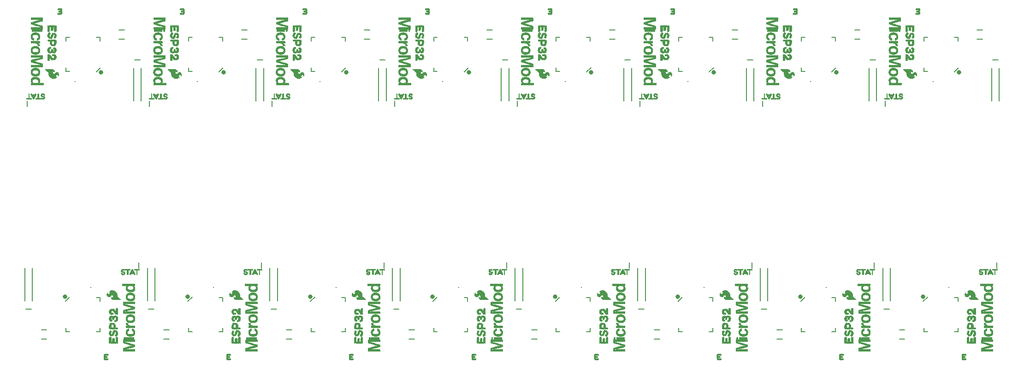
<source format=gto>
G04 EAGLE Gerber RS-274X export*
G75*
%MOMM*%
%FSLAX34Y34*%
%LPD*%
%INSilkscreen Top*%
%IPPOS*%
%AMOC8*
5,1,8,0,0,1.08239X$1,22.5*%
G01*
%ADD10C,0.203200*%
%ADD11R,0.640000X0.040000*%
%ADD12R,0.800000X0.040000*%
%ADD13R,0.840000X0.040000*%
%ADD14R,0.280000X0.040000*%
%ADD15R,0.600000X0.040000*%
%ADD16R,0.680000X0.040000*%
%ADD17R,0.760000X0.040000*%
%ADD18C,0.803212*%
%ADD19C,0.323106*%
%ADD20R,0.880000X0.040000*%
%ADD21R,0.040000X0.040000*%
%ADD22R,0.440000X0.040000*%
%ADD23R,1.000000X0.040000*%
%ADD24R,0.200000X0.040000*%
%ADD25R,1.040000X0.040000*%
%ADD26R,0.560000X0.040000*%
%ADD27R,0.240000X0.040000*%
%ADD28R,0.320000X0.040000*%
%ADD29R,0.960000X0.040000*%
%ADD30R,0.360000X0.040000*%
%ADD31R,0.400000X0.040000*%
%ADD32R,0.160000X0.040000*%
%ADD33R,0.480000X0.040000*%
%ADD34R,0.520000X0.040000*%
%ADD35R,0.120000X0.040000*%
%ADD36R,0.920000X0.040000*%
%ADD37R,0.720000X0.040000*%
%ADD38R,0.060000X0.960000*%
%ADD39R,0.060000X0.420000*%
%ADD40R,0.060000X0.540000*%
%ADD41R,0.060000X0.360000*%
%ADD42R,0.060000X1.200000*%
%ADD43R,0.060000X0.720000*%
%ADD44R,0.060000X0.900000*%
%ADD45R,0.060000X0.660000*%
%ADD46R,0.060000X0.840000*%
%ADD47R,0.060000X1.020000*%
%ADD48R,0.060000X0.780000*%
%ADD49R,0.060000X1.260000*%
%ADD50R,0.060000X1.080000*%
%ADD51R,0.060000X1.140000*%
%ADD52R,0.060000X0.180000*%
%ADD53R,0.060000X0.480000*%
%ADD54R,0.060000X0.300000*%
%ADD55R,0.060000X0.600000*%
%ADD56R,0.060000X0.240000*%
%ADD57R,0.060000X0.120000*%
%ADD58C,0.152400*%

G36*
X1602883Y629719D02*
X1602883Y629719D01*
X1602893Y629726D01*
X1605464Y629726D01*
X1605470Y629731D01*
X1605475Y629728D01*
X1605982Y629845D01*
X1605995Y629860D01*
X1606006Y629858D01*
X1606374Y630226D01*
X1606377Y630245D01*
X1606387Y630250D01*
X1606506Y630757D01*
X1606503Y630765D01*
X1606507Y630769D01*
X1606507Y633403D01*
X1606565Y633888D01*
X1606976Y634090D01*
X1607457Y634052D01*
X1607686Y633656D01*
X1607686Y631033D01*
X1607688Y631031D01*
X1607686Y631030D01*
X1607712Y630505D01*
X1607722Y630493D01*
X1607718Y630484D01*
X1607969Y630028D01*
X1607986Y630020D01*
X1607988Y630008D01*
X1608444Y629757D01*
X1608459Y629760D01*
X1608465Y629751D01*
X1608990Y629726D01*
X1608992Y629727D01*
X1608993Y629726D01*
X1610048Y629731D01*
X1610058Y629739D01*
X1610066Y629734D01*
X1610548Y629929D01*
X1610558Y629946D01*
X1610570Y629946D01*
X1610875Y630367D01*
X1610875Y630385D01*
X1610885Y630391D01*
X1610941Y630911D01*
X1610939Y630915D01*
X1610942Y630917D01*
X1610943Y633546D01*
X1611082Y633995D01*
X1611556Y634106D01*
X1611563Y634115D01*
X1611571Y634112D01*
X1612008Y634385D01*
X1612017Y634409D01*
X1612029Y634413D01*
X1612173Y634909D01*
X1612169Y634918D01*
X1612174Y634923D01*
X1612172Y640196D01*
X1612162Y640209D01*
X1612167Y640218D01*
X1611936Y640678D01*
X1611915Y640688D01*
X1611913Y640701D01*
X1611439Y640921D01*
X1611434Y640920D01*
X1611433Y640923D01*
X1609421Y641557D01*
X1605390Y642801D01*
X1605389Y642801D01*
X1602356Y643701D01*
X1602355Y643701D01*
X1602355Y643702D01*
X1602354Y643701D01*
X1602345Y643697D01*
X1600592Y644205D01*
X1600591Y644205D01*
X1598545Y644761D01*
X1598544Y644761D01*
X1597001Y645142D01*
X1596999Y645142D01*
X1596999Y645143D01*
X1596085Y645332D01*
X1596167Y645380D01*
X1597197Y645589D01*
X1597198Y645590D01*
X1597198Y645589D01*
X1599267Y646055D01*
X1599267Y646056D01*
X1599267Y646055D01*
X1601843Y646680D01*
X1601844Y646681D01*
X1601844Y646680D01*
X1602355Y646823D01*
X1602360Y646829D01*
X1605122Y647541D01*
X1605122Y647542D01*
X1605122Y647541D01*
X1607671Y648233D01*
X1610211Y648955D01*
X1610211Y648956D01*
X1610212Y648955D01*
X1611727Y649415D01*
X1611738Y649430D01*
X1611749Y649428D01*
X1612106Y649801D01*
X1612108Y649823D01*
X1612119Y649830D01*
X1612172Y650351D01*
X1612170Y650354D01*
X1612172Y650356D01*
X1612172Y655637D01*
X1612164Y655647D01*
X1612169Y655654D01*
X1611983Y656135D01*
X1611961Y656148D01*
X1611959Y656161D01*
X1611499Y656393D01*
X1611483Y656391D01*
X1611476Y656399D01*
X1602363Y656397D01*
X1602360Y656394D01*
X1602355Y656400D01*
X1602347Y656395D01*
X1602342Y656402D01*
X1590775Y656402D01*
X1590771Y656399D01*
X1590768Y656402D01*
X1590256Y656319D01*
X1590239Y656302D01*
X1590226Y656303D01*
X1589888Y655916D01*
X1589887Y655902D01*
X1589878Y655895D01*
X1589881Y655891D01*
X1589876Y655888D01*
X1589830Y655368D01*
X1589831Y655365D01*
X1589829Y655363D01*
X1589829Y653260D01*
X1589830Y653259D01*
X1589829Y653258D01*
X1589852Y652734D01*
X1589865Y652720D01*
X1589861Y652709D01*
X1590153Y652286D01*
X1590177Y652278D01*
X1590182Y652266D01*
X1590683Y652140D01*
X1590691Y652144D01*
X1590695Y652139D01*
X1599106Y652142D01*
X1599107Y652142D01*
X1602261Y652178D01*
X1602263Y652179D01*
X1602816Y652191D01*
X1603872Y652215D01*
X1603872Y652216D01*
X1603873Y652215D01*
X1606512Y652297D01*
X1606512Y652298D01*
X1606513Y652297D01*
X1608617Y652402D01*
X1608867Y652363D01*
X1608603Y652256D01*
X1606027Y651694D01*
X1606026Y651694D01*
X1602426Y650854D01*
X1602416Y650842D01*
X1602412Y650846D01*
X1598920Y649999D01*
X1598919Y649999D01*
X1594807Y648966D01*
X1594806Y648966D01*
X1590703Y647897D01*
X1590702Y647895D01*
X1590700Y647896D01*
X1590199Y647730D01*
X1590187Y647713D01*
X1590175Y647712D01*
X1589866Y647297D01*
X1589866Y647276D01*
X1589857Y647270D01*
X1589829Y646743D01*
X1589831Y646741D01*
X1589829Y646740D01*
X1589843Y644091D01*
X1589855Y644075D01*
X1589851Y644064D01*
X1590134Y643630D01*
X1590154Y643622D01*
X1590157Y643611D01*
X1590648Y643419D01*
X1590651Y643420D01*
X1590652Y643418D01*
X1594208Y642358D01*
X1594208Y642357D01*
X1597774Y641334D01*
X1597775Y641334D01*
X1601864Y640212D01*
X1602511Y640040D01*
X1602512Y640041D01*
X1602513Y640040D01*
X1602516Y640042D01*
X1602516Y640043D01*
X1606077Y639131D01*
X1606078Y639132D01*
X1606078Y639131D01*
X1608635Y638534D01*
X1608820Y638391D01*
X1605809Y638479D01*
X1605808Y638478D01*
X1605808Y638479D01*
X1602082Y638517D01*
X1602081Y638519D01*
X1598916Y638536D01*
X1591004Y638537D01*
X1591003Y638536D01*
X1591003Y638537D01*
X1590476Y638525D01*
X1590462Y638514D01*
X1590452Y638518D01*
X1590008Y638255D01*
X1589999Y638232D01*
X1589987Y638228D01*
X1589831Y637735D01*
X1589835Y637725D01*
X1589829Y637720D01*
X1589829Y635083D01*
X1589831Y635079D01*
X1589829Y635077D01*
X1589888Y634558D01*
X1589904Y634541D01*
X1589902Y634529D01*
X1590263Y634161D01*
X1590286Y634157D01*
X1590292Y634146D01*
X1590800Y634080D01*
X1591198Y633847D01*
X1591238Y633354D01*
X1591238Y630719D01*
X1591244Y630711D01*
X1591240Y630705D01*
X1591378Y630204D01*
X1591394Y630192D01*
X1591393Y630181D01*
X1591775Y629828D01*
X1591794Y629826D01*
X1591799Y629815D01*
X1592310Y629715D01*
X1592317Y629718D01*
X1592320Y629714D01*
X1602883Y629719D01*
G37*
G36*
X927650Y629719D02*
X927650Y629719D01*
X927660Y629726D01*
X930230Y629726D01*
X930237Y629731D01*
X930241Y629728D01*
X930749Y629845D01*
X930761Y629860D01*
X930772Y629858D01*
X931141Y630226D01*
X931143Y630245D01*
X931154Y630250D01*
X931273Y630757D01*
X931269Y630765D01*
X931274Y630769D01*
X931274Y633403D01*
X931331Y633888D01*
X931742Y634090D01*
X932224Y634052D01*
X932453Y633656D01*
X932453Y631033D01*
X932454Y631031D01*
X932453Y631030D01*
X932479Y630505D01*
X932489Y630493D01*
X932485Y630484D01*
X932735Y630028D01*
X932753Y630020D01*
X932755Y630008D01*
X933210Y629757D01*
X933226Y629760D01*
X933231Y629751D01*
X933757Y629726D01*
X933759Y629727D01*
X933759Y629726D01*
X934814Y629731D01*
X934825Y629739D01*
X934832Y629734D01*
X935315Y629929D01*
X935325Y629946D01*
X935336Y629946D01*
X935642Y630367D01*
X935641Y630385D01*
X935651Y630391D01*
X935708Y630911D01*
X935706Y630915D01*
X935708Y630917D01*
X935709Y633546D01*
X935848Y633995D01*
X936322Y634106D01*
X936330Y634115D01*
X936337Y634112D01*
X936774Y634385D01*
X936783Y634409D01*
X936795Y634413D01*
X936939Y634909D01*
X936935Y634918D01*
X936941Y634923D01*
X936939Y640196D01*
X936929Y640209D01*
X936933Y640218D01*
X936702Y640678D01*
X936682Y640688D01*
X936679Y640701D01*
X936206Y640921D01*
X936201Y640920D01*
X936200Y640923D01*
X934188Y641557D01*
X934187Y641557D01*
X930156Y642801D01*
X927122Y643701D01*
X927121Y643702D01*
X927120Y643701D01*
X927112Y643697D01*
X925358Y644205D01*
X923312Y644761D01*
X923311Y644761D01*
X921767Y645142D01*
X921766Y645142D01*
X921765Y645143D01*
X920851Y645332D01*
X920933Y645380D01*
X921964Y645589D01*
X921964Y645590D01*
X921965Y645589D01*
X924033Y646055D01*
X924033Y646056D01*
X924034Y646055D01*
X926609Y646680D01*
X926610Y646681D01*
X926611Y646680D01*
X927121Y646823D01*
X927126Y646829D01*
X929888Y647541D01*
X929888Y647542D01*
X929889Y647541D01*
X932437Y648233D01*
X932438Y648233D01*
X934977Y648955D01*
X934978Y648956D01*
X934978Y648955D01*
X936494Y649415D01*
X936504Y649430D01*
X936515Y649428D01*
X936872Y649801D01*
X936875Y649823D01*
X936885Y649830D01*
X936938Y650351D01*
X936936Y650354D01*
X936938Y650356D01*
X936939Y655637D01*
X936931Y655647D01*
X936935Y655654D01*
X936749Y656135D01*
X936728Y656148D01*
X936725Y656161D01*
X936265Y656393D01*
X936249Y656391D01*
X936243Y656399D01*
X927130Y656397D01*
X927126Y656394D01*
X927121Y656400D01*
X927114Y656395D01*
X927108Y656402D01*
X915542Y656402D01*
X915537Y656399D01*
X915534Y656402D01*
X915022Y656319D01*
X915006Y656302D01*
X914993Y656303D01*
X914655Y655916D01*
X914654Y655902D01*
X914644Y655895D01*
X914647Y655891D01*
X914643Y655888D01*
X914596Y655368D01*
X914598Y655365D01*
X914596Y655363D01*
X914596Y653260D01*
X914597Y653259D01*
X914596Y653258D01*
X914619Y652734D01*
X914631Y652720D01*
X914627Y652709D01*
X914920Y652286D01*
X914943Y652278D01*
X914948Y652266D01*
X915449Y652140D01*
X915457Y652144D01*
X915461Y652139D01*
X923873Y652142D01*
X927027Y652178D01*
X927029Y652179D01*
X927583Y652191D01*
X928639Y652215D01*
X928639Y652216D01*
X928639Y652215D01*
X931278Y652297D01*
X931279Y652298D01*
X931279Y652297D01*
X933384Y652402D01*
X933633Y652363D01*
X933369Y652256D01*
X930793Y651694D01*
X927193Y650854D01*
X927183Y650842D01*
X927178Y650846D01*
X923686Y649999D01*
X919573Y648966D01*
X915470Y647897D01*
X915468Y647895D01*
X915466Y647896D01*
X914965Y647730D01*
X914954Y647713D01*
X914941Y647712D01*
X914633Y647297D01*
X914633Y647276D01*
X914623Y647270D01*
X914596Y646743D01*
X914597Y646741D01*
X914596Y646740D01*
X914609Y644091D01*
X914621Y644075D01*
X914617Y644064D01*
X914900Y643630D01*
X914920Y643622D01*
X914924Y643611D01*
X915415Y643419D01*
X915418Y643420D01*
X915419Y643418D01*
X918974Y642358D01*
X918975Y642357D01*
X922541Y641334D01*
X926630Y640212D01*
X926631Y640212D01*
X927277Y640040D01*
X927278Y640041D01*
X927279Y640040D01*
X927282Y640042D01*
X927282Y640043D01*
X930843Y639131D01*
X930844Y639132D01*
X930844Y639131D01*
X933402Y638534D01*
X933587Y638391D01*
X930575Y638479D01*
X930575Y638478D01*
X930574Y638479D01*
X926849Y638517D01*
X926847Y638519D01*
X923682Y638536D01*
X915770Y638537D01*
X915769Y638536D01*
X915769Y638537D01*
X915242Y638525D01*
X915228Y638514D01*
X915218Y638518D01*
X914775Y638255D01*
X914765Y638232D01*
X914753Y638228D01*
X914597Y637735D01*
X914601Y637725D01*
X914595Y637720D01*
X914595Y635083D01*
X914598Y635079D01*
X914595Y635077D01*
X914655Y634558D01*
X914670Y634541D01*
X914669Y634529D01*
X915029Y634161D01*
X915052Y634157D01*
X915058Y634146D01*
X915566Y634080D01*
X915964Y633847D01*
X916004Y633354D01*
X916004Y630719D01*
X916010Y630711D01*
X916006Y630705D01*
X916145Y630204D01*
X916160Y630192D01*
X916159Y630181D01*
X916541Y629828D01*
X916560Y629826D01*
X916565Y629815D01*
X917077Y629715D01*
X917083Y629718D01*
X917086Y629714D01*
X927650Y629719D01*
G37*
G36*
X702580Y629719D02*
X702580Y629719D01*
X702590Y629726D01*
X705161Y629726D01*
X705167Y629731D01*
X705172Y629728D01*
X705679Y629845D01*
X705692Y629860D01*
X705703Y629858D01*
X706071Y630226D01*
X706074Y630245D01*
X706084Y630250D01*
X706203Y630757D01*
X706200Y630765D01*
X706204Y630769D01*
X706204Y633403D01*
X706262Y633888D01*
X706673Y634090D01*
X707154Y634052D01*
X707383Y633656D01*
X707383Y631033D01*
X707385Y631031D01*
X707383Y631030D01*
X707409Y630505D01*
X707419Y630493D01*
X707415Y630484D01*
X707666Y630028D01*
X707683Y630020D01*
X707685Y630008D01*
X708141Y629757D01*
X708156Y629760D01*
X708162Y629751D01*
X708687Y629726D01*
X708689Y629727D01*
X708690Y629726D01*
X709745Y629731D01*
X709755Y629739D01*
X709763Y629734D01*
X710245Y629929D01*
X710255Y629946D01*
X710267Y629946D01*
X710572Y630367D01*
X710572Y630385D01*
X710582Y630391D01*
X710638Y630911D01*
X710636Y630915D01*
X710639Y630917D01*
X710640Y633546D01*
X710779Y633995D01*
X711253Y634106D01*
X711260Y634115D01*
X711268Y634112D01*
X711705Y634385D01*
X711714Y634409D01*
X711726Y634413D01*
X711870Y634909D01*
X711866Y634918D01*
X711871Y634923D01*
X711869Y640196D01*
X711859Y640209D01*
X711864Y640218D01*
X711633Y640678D01*
X711612Y640688D01*
X711610Y640701D01*
X711136Y640921D01*
X711131Y640920D01*
X711130Y640923D01*
X709118Y641557D01*
X705087Y642801D01*
X705086Y642801D01*
X702053Y643701D01*
X702052Y643701D01*
X702052Y643702D01*
X702051Y643701D01*
X702042Y643697D01*
X700289Y644205D01*
X700288Y644205D01*
X698242Y644761D01*
X698241Y644761D01*
X696698Y645142D01*
X696696Y645142D01*
X696696Y645143D01*
X695782Y645332D01*
X695864Y645380D01*
X696894Y645589D01*
X696895Y645590D01*
X696895Y645589D01*
X698964Y646055D01*
X698964Y646056D01*
X698964Y646055D01*
X701540Y646680D01*
X701541Y646681D01*
X701541Y646680D01*
X702052Y646823D01*
X702057Y646829D01*
X704819Y647541D01*
X704819Y647542D01*
X704819Y647541D01*
X707368Y648233D01*
X709908Y648955D01*
X709908Y648956D01*
X709909Y648955D01*
X711424Y649415D01*
X711435Y649430D01*
X711446Y649428D01*
X711803Y649801D01*
X711805Y649823D01*
X711816Y649830D01*
X711869Y650351D01*
X711867Y650354D01*
X711869Y650356D01*
X711869Y655637D01*
X711861Y655647D01*
X711866Y655654D01*
X711680Y656135D01*
X711658Y656148D01*
X711656Y656161D01*
X711196Y656393D01*
X711180Y656391D01*
X711173Y656399D01*
X702060Y656397D01*
X702057Y656394D01*
X702052Y656400D01*
X702044Y656395D01*
X702039Y656402D01*
X690472Y656402D01*
X690468Y656399D01*
X690465Y656402D01*
X689953Y656319D01*
X689936Y656302D01*
X689923Y656303D01*
X689585Y655916D01*
X689584Y655902D01*
X689575Y655895D01*
X689578Y655891D01*
X689573Y655888D01*
X689527Y655368D01*
X689528Y655365D01*
X689526Y655363D01*
X689526Y653260D01*
X689527Y653259D01*
X689526Y653258D01*
X689549Y652734D01*
X689562Y652720D01*
X689558Y652709D01*
X689850Y652286D01*
X689874Y652278D01*
X689879Y652266D01*
X690380Y652140D01*
X690388Y652144D01*
X690392Y652139D01*
X698803Y652142D01*
X698804Y652142D01*
X701958Y652178D01*
X701960Y652179D01*
X702513Y652191D01*
X703569Y652215D01*
X703569Y652216D01*
X703570Y652215D01*
X706209Y652297D01*
X706209Y652298D01*
X706210Y652297D01*
X708314Y652402D01*
X708564Y652363D01*
X708300Y652256D01*
X705724Y651694D01*
X705723Y651694D01*
X702123Y650854D01*
X702113Y650842D01*
X702109Y650846D01*
X698617Y649999D01*
X698616Y649999D01*
X694504Y648966D01*
X694503Y648966D01*
X690400Y647897D01*
X690399Y647895D01*
X690397Y647896D01*
X689896Y647730D01*
X689884Y647713D01*
X689872Y647712D01*
X689563Y647297D01*
X689563Y647276D01*
X689554Y647270D01*
X689526Y646743D01*
X689528Y646741D01*
X689526Y646740D01*
X689540Y644091D01*
X689552Y644075D01*
X689548Y644064D01*
X689831Y643630D01*
X689851Y643622D01*
X689854Y643611D01*
X690345Y643419D01*
X690348Y643420D01*
X690349Y643418D01*
X693905Y642358D01*
X693905Y642357D01*
X697471Y641334D01*
X697472Y641334D01*
X701561Y640212D01*
X702208Y640040D01*
X702209Y640041D01*
X702210Y640040D01*
X702213Y640042D01*
X702213Y640043D01*
X705774Y639131D01*
X705775Y639132D01*
X705775Y639131D01*
X708332Y638534D01*
X708517Y638391D01*
X705506Y638479D01*
X705505Y638478D01*
X705505Y638479D01*
X701779Y638517D01*
X701778Y638519D01*
X698613Y638536D01*
X690701Y638537D01*
X690700Y638536D01*
X690700Y638537D01*
X690173Y638525D01*
X690159Y638514D01*
X690149Y638518D01*
X689705Y638255D01*
X689696Y638232D01*
X689684Y638228D01*
X689528Y637735D01*
X689532Y637725D01*
X689526Y637720D01*
X689526Y635083D01*
X689528Y635079D01*
X689526Y635077D01*
X689585Y634558D01*
X689601Y634541D01*
X689599Y634529D01*
X689960Y634161D01*
X689983Y634157D01*
X689989Y634146D01*
X690497Y634080D01*
X690895Y633847D01*
X690935Y633354D01*
X690935Y630719D01*
X690941Y630711D01*
X690937Y630705D01*
X691075Y630204D01*
X691091Y630192D01*
X691090Y630181D01*
X691472Y629828D01*
X691491Y629826D01*
X691496Y629815D01*
X692007Y629715D01*
X692014Y629718D01*
X692017Y629714D01*
X702580Y629719D01*
G37*
G36*
X252416Y629719D02*
X252416Y629719D01*
X252426Y629726D01*
X254996Y629726D01*
X255003Y629731D01*
X255008Y629728D01*
X255515Y629845D01*
X255527Y629860D01*
X255539Y629858D01*
X255907Y630226D01*
X255910Y630245D01*
X255920Y630250D01*
X256039Y630757D01*
X256035Y630765D01*
X256040Y630769D01*
X256040Y633403D01*
X256098Y633888D01*
X256508Y634090D01*
X256990Y634052D01*
X257219Y633656D01*
X257219Y631033D01*
X257220Y631031D01*
X257219Y631030D01*
X257245Y630505D01*
X257255Y630493D01*
X257251Y630484D01*
X257501Y630028D01*
X257519Y630020D01*
X257521Y630008D01*
X257976Y629757D01*
X257992Y629760D01*
X257998Y629751D01*
X258523Y629726D01*
X258525Y629727D01*
X258526Y629726D01*
X259580Y629731D01*
X259591Y629739D01*
X259599Y629734D01*
X260081Y629929D01*
X260091Y629946D01*
X260103Y629946D01*
X260408Y630367D01*
X260408Y630385D01*
X260417Y630391D01*
X260474Y630911D01*
X260472Y630915D01*
X260474Y630917D01*
X260475Y633546D01*
X260614Y633995D01*
X261089Y634106D01*
X261096Y634115D01*
X261104Y634112D01*
X261541Y634385D01*
X261549Y634409D01*
X261562Y634413D01*
X261705Y634909D01*
X261702Y634918D01*
X261707Y634923D01*
X261705Y640196D01*
X261695Y640209D01*
X261700Y640218D01*
X261469Y640678D01*
X261448Y640688D01*
X261445Y640701D01*
X260972Y640921D01*
X260967Y640920D01*
X260966Y640923D01*
X258954Y641557D01*
X254922Y642801D01*
X251888Y643701D01*
X251888Y643702D01*
X251887Y643701D01*
X251878Y643697D01*
X250125Y644205D01*
X250124Y644205D01*
X248078Y644761D01*
X248077Y644761D01*
X246533Y645142D01*
X246532Y645142D01*
X246532Y645143D01*
X245618Y645332D01*
X245699Y645380D01*
X246730Y645589D01*
X246731Y645590D01*
X246731Y645589D01*
X248799Y646055D01*
X248800Y646056D01*
X248800Y646055D01*
X251376Y646680D01*
X251376Y646681D01*
X251377Y646680D01*
X251888Y646823D01*
X251892Y646829D01*
X254654Y647541D01*
X254655Y647542D01*
X254655Y647541D01*
X257203Y648233D01*
X257204Y648233D01*
X259744Y648955D01*
X259744Y648956D01*
X259745Y648955D01*
X261260Y649415D01*
X261271Y649430D01*
X261281Y649428D01*
X261638Y649801D01*
X261641Y649823D01*
X261652Y649830D01*
X261705Y650351D01*
X261703Y650354D01*
X261705Y650356D01*
X261705Y655637D01*
X261697Y655647D01*
X261702Y655654D01*
X261516Y656135D01*
X261494Y656148D01*
X261492Y656161D01*
X261031Y656393D01*
X261015Y656391D01*
X261009Y656399D01*
X251896Y656397D01*
X251892Y656394D01*
X251888Y656400D01*
X251880Y656395D01*
X251874Y656402D01*
X240308Y656402D01*
X240304Y656399D01*
X240300Y656402D01*
X239788Y656319D01*
X239772Y656302D01*
X239759Y656303D01*
X239421Y655916D01*
X239420Y655902D01*
X239411Y655895D01*
X239414Y655891D01*
X239409Y655888D01*
X239362Y655368D01*
X239364Y655365D01*
X239362Y655363D01*
X239362Y653260D01*
X239363Y653259D01*
X239362Y653258D01*
X239385Y652734D01*
X239397Y652720D01*
X239394Y652709D01*
X239686Y652286D01*
X239710Y652278D01*
X239715Y652266D01*
X240215Y652140D01*
X240224Y652144D01*
X240227Y652139D01*
X248639Y652142D01*
X248640Y652142D01*
X251794Y652178D01*
X251796Y652179D01*
X252349Y652191D01*
X253405Y652215D01*
X253405Y652216D01*
X253405Y652215D01*
X256045Y652297D01*
X256045Y652298D01*
X256046Y652297D01*
X258150Y652402D01*
X258400Y652363D01*
X258136Y652256D01*
X255560Y651694D01*
X255559Y651694D01*
X251959Y650854D01*
X251949Y650842D01*
X251945Y650846D01*
X248452Y649999D01*
X244339Y648966D01*
X240236Y647897D01*
X240234Y647895D01*
X240233Y647896D01*
X239732Y647730D01*
X239720Y647713D01*
X239708Y647712D01*
X239399Y647297D01*
X239399Y647276D01*
X239389Y647270D01*
X239362Y646743D01*
X239363Y646741D01*
X239362Y646740D01*
X239376Y644091D01*
X239388Y644075D01*
X239384Y644064D01*
X239667Y643630D01*
X239687Y643622D01*
X239690Y643611D01*
X240181Y643419D01*
X240184Y643420D01*
X240185Y643418D01*
X243740Y642358D01*
X243741Y642358D01*
X243741Y642357D01*
X247307Y641334D01*
X247308Y641334D01*
X251397Y640212D01*
X252044Y640040D01*
X252045Y640041D01*
X252046Y640040D01*
X252049Y640042D01*
X252049Y640043D01*
X255610Y639131D01*
X255610Y639132D01*
X255611Y639131D01*
X258168Y638534D01*
X258353Y638391D01*
X255342Y638479D01*
X255341Y638478D01*
X255341Y638479D01*
X251615Y638517D01*
X251613Y638519D01*
X248449Y638536D01*
X240537Y638537D01*
X240536Y638536D01*
X240535Y638537D01*
X240009Y638525D01*
X239995Y638514D01*
X239985Y638518D01*
X239541Y638255D01*
X239532Y638232D01*
X239519Y638228D01*
X239364Y637735D01*
X239367Y637725D01*
X239361Y637720D01*
X239361Y635083D01*
X239364Y635079D01*
X239362Y635077D01*
X239421Y634558D01*
X239437Y634541D01*
X239435Y634529D01*
X239796Y634161D01*
X239818Y634157D01*
X239825Y634146D01*
X240332Y634080D01*
X240730Y633847D01*
X240771Y633354D01*
X240771Y630719D01*
X240776Y630711D01*
X240772Y630705D01*
X240911Y630204D01*
X240926Y630192D01*
X240925Y630181D01*
X241307Y629828D01*
X241326Y629826D01*
X241331Y629815D01*
X241843Y629715D01*
X241850Y629718D01*
X241853Y629714D01*
X252416Y629719D01*
G37*
G36*
X1152745Y629719D02*
X1152745Y629719D01*
X1152755Y629726D01*
X1155325Y629726D01*
X1155332Y629731D01*
X1155336Y629728D01*
X1155844Y629845D01*
X1155856Y629860D01*
X1155867Y629858D01*
X1156235Y630226D01*
X1156238Y630245D01*
X1156248Y630250D01*
X1156367Y630757D01*
X1156364Y630765D01*
X1156369Y630769D01*
X1156369Y633403D01*
X1156426Y633888D01*
X1156837Y634090D01*
X1157318Y634052D01*
X1157548Y633656D01*
X1157548Y631033D01*
X1157549Y631031D01*
X1157548Y631030D01*
X1157573Y630505D01*
X1157584Y630493D01*
X1157579Y630484D01*
X1157830Y630028D01*
X1157848Y630020D01*
X1157849Y630008D01*
X1158305Y629757D01*
X1158320Y629760D01*
X1158326Y629751D01*
X1158852Y629726D01*
X1158853Y629727D01*
X1158854Y629726D01*
X1159909Y629731D01*
X1159919Y629739D01*
X1159927Y629734D01*
X1160410Y629929D01*
X1160419Y629946D01*
X1160431Y629946D01*
X1160737Y630367D01*
X1160736Y630385D01*
X1160746Y630391D01*
X1160803Y630911D01*
X1160800Y630915D01*
X1160803Y630917D01*
X1160804Y633546D01*
X1160943Y633995D01*
X1161417Y634106D01*
X1161425Y634115D01*
X1161432Y634112D01*
X1161869Y634385D01*
X1161878Y634409D01*
X1161890Y634413D01*
X1162034Y634909D01*
X1162030Y634918D01*
X1162036Y634923D01*
X1162033Y640196D01*
X1162024Y640209D01*
X1162028Y640218D01*
X1161797Y640678D01*
X1161776Y640688D01*
X1161774Y640701D01*
X1161300Y640921D01*
X1161296Y640920D01*
X1161294Y640923D01*
X1159282Y641557D01*
X1155251Y642801D01*
X1155250Y642801D01*
X1152217Y643701D01*
X1152216Y643701D01*
X1152216Y643702D01*
X1152215Y643701D01*
X1152206Y643697D01*
X1150453Y644205D01*
X1150452Y644205D01*
X1148407Y644761D01*
X1148406Y644761D01*
X1146862Y645142D01*
X1146860Y645142D01*
X1146860Y645143D01*
X1145946Y645332D01*
X1146028Y645380D01*
X1147058Y645589D01*
X1147059Y645590D01*
X1147059Y645589D01*
X1149128Y646055D01*
X1149128Y646056D01*
X1149129Y646055D01*
X1151704Y646680D01*
X1151705Y646681D01*
X1151706Y646680D01*
X1152216Y646823D01*
X1152221Y646829D01*
X1154983Y647541D01*
X1154983Y647542D01*
X1154983Y647541D01*
X1157532Y648233D01*
X1160072Y648955D01*
X1160073Y648956D01*
X1160073Y648955D01*
X1161589Y649415D01*
X1161599Y649430D01*
X1161610Y649428D01*
X1161967Y649801D01*
X1161969Y649823D01*
X1161980Y649830D01*
X1162033Y650351D01*
X1162031Y650354D01*
X1162033Y650356D01*
X1162033Y655637D01*
X1162026Y655647D01*
X1162030Y655654D01*
X1161844Y656135D01*
X1161823Y656148D01*
X1161820Y656161D01*
X1161360Y656393D01*
X1161344Y656391D01*
X1161338Y656399D01*
X1152225Y656397D01*
X1152221Y656394D01*
X1152216Y656400D01*
X1152209Y656395D01*
X1152203Y656402D01*
X1140637Y656402D01*
X1140632Y656399D01*
X1140629Y656402D01*
X1140117Y656319D01*
X1140100Y656302D01*
X1140087Y656303D01*
X1139749Y655916D01*
X1139748Y655902D01*
X1139739Y655895D01*
X1139742Y655891D01*
X1139737Y655888D01*
X1139691Y655368D01*
X1139693Y655365D01*
X1139691Y655363D01*
X1139691Y653260D01*
X1139692Y653259D01*
X1139691Y653258D01*
X1139713Y652734D01*
X1139726Y652720D01*
X1139722Y652709D01*
X1140015Y652286D01*
X1140038Y652278D01*
X1140043Y652266D01*
X1140544Y652140D01*
X1140552Y652144D01*
X1140556Y652139D01*
X1148968Y652142D01*
X1152122Y652178D01*
X1152124Y652179D01*
X1152677Y652191D01*
X1153733Y652215D01*
X1153734Y652216D01*
X1153734Y652215D01*
X1156373Y652297D01*
X1156374Y652298D01*
X1156374Y652297D01*
X1158479Y652402D01*
X1158728Y652363D01*
X1158464Y652256D01*
X1155888Y651694D01*
X1152287Y650854D01*
X1152277Y650842D01*
X1152273Y650846D01*
X1148781Y649999D01*
X1148780Y649999D01*
X1144668Y648966D01*
X1144667Y648966D01*
X1140564Y647897D01*
X1140563Y647895D01*
X1140561Y647896D01*
X1140060Y647730D01*
X1140048Y647713D01*
X1140036Y647712D01*
X1139727Y647297D01*
X1139728Y647276D01*
X1139718Y647270D01*
X1139691Y646743D01*
X1139692Y646741D01*
X1139690Y646740D01*
X1139704Y644091D01*
X1139716Y644075D01*
X1139712Y644064D01*
X1139995Y643630D01*
X1140015Y643622D01*
X1140018Y643611D01*
X1140510Y643419D01*
X1140513Y643420D01*
X1140513Y643418D01*
X1144069Y642358D01*
X1144069Y642357D01*
X1147636Y641334D01*
X1151725Y640212D01*
X1151726Y640212D01*
X1152372Y640040D01*
X1152373Y640041D01*
X1152374Y640040D01*
X1152377Y640042D01*
X1152377Y640043D01*
X1155938Y639131D01*
X1155939Y639132D01*
X1155939Y639131D01*
X1158496Y638534D01*
X1158681Y638391D01*
X1155670Y638479D01*
X1155669Y638478D01*
X1155669Y638479D01*
X1151943Y638517D01*
X1151942Y638519D01*
X1148777Y638536D01*
X1140865Y638537D01*
X1140864Y638536D01*
X1140864Y638537D01*
X1140337Y638525D01*
X1140323Y638514D01*
X1140313Y638518D01*
X1139870Y638255D01*
X1139860Y638232D01*
X1139848Y638228D01*
X1139692Y637735D01*
X1139696Y637725D01*
X1139690Y637720D01*
X1139690Y635083D01*
X1139692Y635079D01*
X1139690Y635077D01*
X1139750Y634558D01*
X1139765Y634541D01*
X1139763Y634529D01*
X1140124Y634161D01*
X1140147Y634157D01*
X1140153Y634146D01*
X1140661Y634080D01*
X1141059Y633847D01*
X1141099Y633354D01*
X1141099Y630719D01*
X1141105Y630711D01*
X1141101Y630705D01*
X1141240Y630204D01*
X1141255Y630192D01*
X1141254Y630181D01*
X1141636Y629828D01*
X1141655Y629826D01*
X1141660Y629815D01*
X1142172Y629715D01*
X1142178Y629718D01*
X1142181Y629714D01*
X1152745Y629719D01*
G37*
G36*
X477486Y629719D02*
X477486Y629719D01*
X477496Y629726D01*
X480066Y629726D01*
X480073Y629731D01*
X480077Y629728D01*
X480585Y629845D01*
X480597Y629860D01*
X480608Y629858D01*
X480976Y630226D01*
X480979Y630245D01*
X480989Y630250D01*
X481108Y630757D01*
X481105Y630765D01*
X481110Y630769D01*
X481110Y633403D01*
X481167Y633888D01*
X481578Y634090D01*
X482059Y634052D01*
X482289Y633656D01*
X482289Y631033D01*
X482290Y631031D01*
X482289Y631030D01*
X482314Y630505D01*
X482325Y630493D01*
X482320Y630484D01*
X482571Y630028D01*
X482589Y630020D01*
X482590Y630008D01*
X483046Y629757D01*
X483061Y629760D01*
X483067Y629751D01*
X483593Y629726D01*
X483594Y629727D01*
X483595Y629726D01*
X484650Y629731D01*
X484660Y629739D01*
X484668Y629734D01*
X485151Y629929D01*
X485160Y629946D01*
X485172Y629946D01*
X485478Y630367D01*
X485477Y630385D01*
X485487Y630391D01*
X485544Y630911D01*
X485541Y630915D01*
X485544Y630917D01*
X485545Y633546D01*
X485684Y633995D01*
X486158Y634106D01*
X486166Y634115D01*
X486173Y634112D01*
X486610Y634385D01*
X486619Y634409D01*
X486631Y634413D01*
X486775Y634909D01*
X486771Y634918D01*
X486777Y634923D01*
X486774Y640196D01*
X486765Y640209D01*
X486769Y640218D01*
X486538Y640678D01*
X486517Y640688D01*
X486515Y640701D01*
X486041Y640921D01*
X486037Y640920D01*
X486035Y640923D01*
X484023Y641557D01*
X479992Y642801D01*
X479991Y642801D01*
X476958Y643701D01*
X476957Y643701D01*
X476957Y643702D01*
X476956Y643701D01*
X476947Y643697D01*
X475194Y644205D01*
X475193Y644205D01*
X473148Y644761D01*
X473147Y644761D01*
X471603Y645142D01*
X471601Y645142D01*
X471601Y645143D01*
X470687Y645332D01*
X470769Y645380D01*
X471799Y645589D01*
X471800Y645590D01*
X471800Y645589D01*
X473869Y646055D01*
X473869Y646056D01*
X473870Y646055D01*
X476445Y646680D01*
X476446Y646681D01*
X476447Y646680D01*
X476957Y646823D01*
X476962Y646829D01*
X479724Y647541D01*
X479724Y647542D01*
X479724Y647541D01*
X482273Y648233D01*
X484813Y648955D01*
X484814Y648956D01*
X484814Y648955D01*
X486330Y649415D01*
X486340Y649430D01*
X486351Y649428D01*
X486708Y649801D01*
X486710Y649823D01*
X486721Y649830D01*
X486774Y650351D01*
X486772Y650354D01*
X486774Y650356D01*
X486774Y655637D01*
X486767Y655647D01*
X486771Y655654D01*
X486585Y656135D01*
X486564Y656148D01*
X486561Y656161D01*
X486101Y656393D01*
X486085Y656391D01*
X486079Y656399D01*
X476966Y656397D01*
X476962Y656394D01*
X476957Y656400D01*
X476950Y656395D01*
X476944Y656402D01*
X465378Y656402D01*
X465373Y656399D01*
X465370Y656402D01*
X464858Y656319D01*
X464841Y656302D01*
X464828Y656303D01*
X464490Y655916D01*
X464489Y655902D01*
X464480Y655895D01*
X464483Y655891D01*
X464478Y655888D01*
X464432Y655368D01*
X464434Y655365D01*
X464432Y655363D01*
X464432Y653260D01*
X464433Y653259D01*
X464432Y653258D01*
X464454Y652734D01*
X464467Y652720D01*
X464463Y652709D01*
X464756Y652286D01*
X464779Y652278D01*
X464784Y652266D01*
X465285Y652140D01*
X465293Y652144D01*
X465297Y652139D01*
X473709Y652142D01*
X476863Y652178D01*
X476865Y652179D01*
X477418Y652191D01*
X478474Y652215D01*
X478475Y652216D01*
X478475Y652215D01*
X481114Y652297D01*
X481115Y652298D01*
X481115Y652297D01*
X483220Y652402D01*
X483469Y652363D01*
X483205Y652256D01*
X480629Y651694D01*
X477028Y650854D01*
X477018Y650842D01*
X477014Y650846D01*
X473522Y649999D01*
X473521Y649999D01*
X469409Y648966D01*
X469408Y648966D01*
X465305Y647897D01*
X465304Y647895D01*
X465302Y647896D01*
X464801Y647730D01*
X464789Y647713D01*
X464777Y647712D01*
X464468Y647297D01*
X464469Y647276D01*
X464459Y647270D01*
X464432Y646743D01*
X464433Y646741D01*
X464431Y646740D01*
X464445Y644091D01*
X464457Y644075D01*
X464453Y644064D01*
X464736Y643630D01*
X464756Y643622D01*
X464759Y643611D01*
X465251Y643419D01*
X465254Y643420D01*
X465254Y643418D01*
X468810Y642358D01*
X468810Y642357D01*
X472377Y641334D01*
X476466Y640212D01*
X476467Y640212D01*
X477113Y640040D01*
X477114Y640041D01*
X477115Y640040D01*
X477118Y640042D01*
X477118Y640043D01*
X480679Y639131D01*
X480680Y639132D01*
X480680Y639131D01*
X483237Y638534D01*
X483422Y638391D01*
X480411Y638479D01*
X480410Y638478D01*
X480410Y638479D01*
X476684Y638517D01*
X476683Y638519D01*
X473518Y638536D01*
X465606Y638537D01*
X465605Y638536D01*
X465605Y638537D01*
X465078Y638525D01*
X465064Y638514D01*
X465054Y638518D01*
X464611Y638255D01*
X464601Y638232D01*
X464589Y638228D01*
X464433Y637735D01*
X464437Y637725D01*
X464431Y637720D01*
X464431Y635083D01*
X464433Y635079D01*
X464431Y635077D01*
X464491Y634558D01*
X464506Y634541D01*
X464504Y634529D01*
X464865Y634161D01*
X464888Y634157D01*
X464894Y634146D01*
X465402Y634080D01*
X465800Y633847D01*
X465840Y633354D01*
X465840Y630719D01*
X465846Y630711D01*
X465842Y630705D01*
X465981Y630204D01*
X465996Y630192D01*
X465995Y630181D01*
X466377Y629828D01*
X466396Y629826D01*
X466401Y629815D01*
X466913Y629715D01*
X466919Y629718D01*
X466922Y629714D01*
X477486Y629719D01*
G37*
G36*
X27321Y629719D02*
X27321Y629719D01*
X27331Y629726D01*
X29902Y629726D01*
X29908Y629731D01*
X29913Y629728D01*
X30420Y629845D01*
X30433Y629860D01*
X30444Y629858D01*
X30812Y630226D01*
X30815Y630245D01*
X30825Y630250D01*
X30944Y630757D01*
X30941Y630765D01*
X30945Y630769D01*
X30945Y633403D01*
X31003Y633888D01*
X31414Y634090D01*
X31895Y634052D01*
X32124Y633656D01*
X32124Y631033D01*
X32126Y631031D01*
X32124Y631030D01*
X32150Y630505D01*
X32160Y630493D01*
X32156Y630484D01*
X32407Y630028D01*
X32424Y630020D01*
X32426Y630008D01*
X32882Y629757D01*
X32897Y629760D01*
X32903Y629751D01*
X33428Y629726D01*
X33430Y629727D01*
X33431Y629726D01*
X34486Y629731D01*
X34496Y629739D01*
X34504Y629734D01*
X34986Y629929D01*
X34996Y629946D01*
X35008Y629946D01*
X35313Y630367D01*
X35313Y630385D01*
X35323Y630391D01*
X35379Y630911D01*
X35377Y630915D01*
X35380Y630917D01*
X35381Y633546D01*
X35520Y633995D01*
X35994Y634106D01*
X36001Y634115D01*
X36009Y634112D01*
X36446Y634385D01*
X36455Y634409D01*
X36467Y634413D01*
X36611Y634909D01*
X36607Y634918D01*
X36612Y634923D01*
X36610Y640196D01*
X36600Y640209D01*
X36605Y640218D01*
X36374Y640678D01*
X36353Y640688D01*
X36351Y640701D01*
X35877Y640921D01*
X35872Y640920D01*
X35871Y640923D01*
X33859Y641557D01*
X29828Y642801D01*
X29827Y642801D01*
X26794Y643701D01*
X26793Y643701D01*
X26793Y643702D01*
X26792Y643701D01*
X26783Y643697D01*
X25030Y644205D01*
X25029Y644205D01*
X22983Y644761D01*
X22982Y644761D01*
X21439Y645142D01*
X21437Y645142D01*
X21437Y645143D01*
X20523Y645332D01*
X20605Y645380D01*
X21635Y645589D01*
X21636Y645590D01*
X21636Y645589D01*
X23705Y646055D01*
X23705Y646056D01*
X23705Y646055D01*
X26281Y646680D01*
X26282Y646681D01*
X26282Y646680D01*
X26793Y646823D01*
X26798Y646829D01*
X29560Y647541D01*
X29560Y647542D01*
X29560Y647541D01*
X32109Y648233D01*
X34649Y648955D01*
X34649Y648956D01*
X34650Y648955D01*
X36165Y649415D01*
X36176Y649430D01*
X36187Y649428D01*
X36544Y649801D01*
X36546Y649823D01*
X36557Y649830D01*
X36610Y650351D01*
X36608Y650354D01*
X36610Y650356D01*
X36610Y655637D01*
X36602Y655647D01*
X36607Y655654D01*
X36421Y656135D01*
X36399Y656148D01*
X36397Y656161D01*
X35937Y656393D01*
X35921Y656391D01*
X35914Y656399D01*
X26801Y656397D01*
X26798Y656394D01*
X26793Y656400D01*
X26785Y656395D01*
X26780Y656402D01*
X15213Y656402D01*
X15209Y656399D01*
X15206Y656402D01*
X14694Y656319D01*
X14677Y656302D01*
X14664Y656303D01*
X14326Y655916D01*
X14325Y655902D01*
X14316Y655895D01*
X14319Y655891D01*
X14314Y655888D01*
X14268Y655368D01*
X14269Y655365D01*
X14267Y655363D01*
X14267Y653260D01*
X14268Y653259D01*
X14267Y653258D01*
X14290Y652734D01*
X14303Y652720D01*
X14299Y652709D01*
X14591Y652286D01*
X14615Y652278D01*
X14620Y652266D01*
X15121Y652140D01*
X15129Y652144D01*
X15133Y652139D01*
X23544Y652142D01*
X23545Y652142D01*
X26699Y652178D01*
X26701Y652179D01*
X27254Y652191D01*
X28310Y652215D01*
X28310Y652216D01*
X28311Y652215D01*
X30950Y652297D01*
X30950Y652298D01*
X30951Y652297D01*
X33055Y652402D01*
X33305Y652363D01*
X33041Y652256D01*
X30465Y651694D01*
X30464Y651694D01*
X26864Y650854D01*
X26854Y650842D01*
X26850Y650846D01*
X23358Y649999D01*
X23357Y649999D01*
X19245Y648966D01*
X19244Y648966D01*
X15141Y647897D01*
X15140Y647895D01*
X15138Y647896D01*
X14637Y647730D01*
X14625Y647713D01*
X14613Y647712D01*
X14304Y647297D01*
X14304Y647276D01*
X14295Y647270D01*
X14267Y646743D01*
X14269Y646741D01*
X14267Y646740D01*
X14281Y644091D01*
X14293Y644075D01*
X14289Y644064D01*
X14572Y643630D01*
X14592Y643622D01*
X14595Y643611D01*
X15086Y643419D01*
X15089Y643420D01*
X15090Y643418D01*
X18646Y642358D01*
X18646Y642357D01*
X22212Y641334D01*
X22213Y641334D01*
X26302Y640212D01*
X26949Y640040D01*
X26950Y640041D01*
X26951Y640040D01*
X26954Y640042D01*
X26954Y640043D01*
X30515Y639131D01*
X30516Y639132D01*
X30516Y639131D01*
X33073Y638534D01*
X33258Y638391D01*
X30247Y638479D01*
X30246Y638478D01*
X30246Y638479D01*
X26520Y638517D01*
X26519Y638519D01*
X23354Y638536D01*
X15442Y638537D01*
X15441Y638536D01*
X15441Y638537D01*
X14914Y638525D01*
X14900Y638514D01*
X14890Y638518D01*
X14446Y638255D01*
X14437Y638232D01*
X14425Y638228D01*
X14269Y637735D01*
X14273Y637725D01*
X14267Y637720D01*
X14267Y635083D01*
X14269Y635079D01*
X14267Y635077D01*
X14326Y634558D01*
X14342Y634541D01*
X14340Y634529D01*
X14701Y634161D01*
X14724Y634157D01*
X14730Y634146D01*
X15238Y634080D01*
X15636Y633847D01*
X15676Y633354D01*
X15676Y630719D01*
X15682Y630711D01*
X15678Y630705D01*
X15816Y630204D01*
X15832Y630192D01*
X15831Y630181D01*
X16213Y629828D01*
X16232Y629826D01*
X16237Y629815D01*
X16748Y629715D01*
X16755Y629718D01*
X16758Y629714D01*
X27321Y629719D01*
G37*
G36*
X1377814Y629719D02*
X1377814Y629719D01*
X1377824Y629726D01*
X1380394Y629726D01*
X1380401Y629731D01*
X1380405Y629728D01*
X1380913Y629845D01*
X1380925Y629860D01*
X1380937Y629858D01*
X1381305Y630226D01*
X1381307Y630245D01*
X1381318Y630250D01*
X1381437Y630757D01*
X1381433Y630765D01*
X1381438Y630769D01*
X1381438Y633403D01*
X1381495Y633888D01*
X1381906Y634090D01*
X1382388Y634052D01*
X1382617Y633656D01*
X1382617Y631033D01*
X1382618Y631031D01*
X1382617Y631030D01*
X1382643Y630505D01*
X1382653Y630493D01*
X1382649Y630484D01*
X1382899Y630028D01*
X1382917Y630020D01*
X1382919Y630008D01*
X1383374Y629757D01*
X1383390Y629760D01*
X1383396Y629751D01*
X1383921Y629726D01*
X1383923Y629727D01*
X1383924Y629726D01*
X1384978Y629731D01*
X1384989Y629739D01*
X1384996Y629734D01*
X1385479Y629929D01*
X1385489Y629946D01*
X1385500Y629946D01*
X1385806Y630367D01*
X1385806Y630385D01*
X1385815Y630391D01*
X1385872Y630911D01*
X1385870Y630915D01*
X1385872Y630917D01*
X1385873Y633546D01*
X1386012Y633995D01*
X1386486Y634106D01*
X1386494Y634115D01*
X1386501Y634112D01*
X1386938Y634385D01*
X1386947Y634409D01*
X1386960Y634413D01*
X1387103Y634909D01*
X1387099Y634918D01*
X1387105Y634923D01*
X1387103Y640196D01*
X1387093Y640209D01*
X1387097Y640218D01*
X1386866Y640678D01*
X1386846Y640688D01*
X1386843Y640701D01*
X1386370Y640921D01*
X1386365Y640920D01*
X1386364Y640923D01*
X1384352Y641557D01*
X1384351Y641557D01*
X1380320Y642801D01*
X1377286Y643701D01*
X1377286Y643702D01*
X1377284Y643701D01*
X1377276Y643697D01*
X1375523Y644205D01*
X1375522Y644205D01*
X1373476Y644761D01*
X1373475Y644761D01*
X1371931Y645142D01*
X1371930Y645142D01*
X1371929Y645143D01*
X1371016Y645332D01*
X1371097Y645380D01*
X1372128Y645589D01*
X1372128Y645590D01*
X1372129Y645589D01*
X1374197Y646055D01*
X1374198Y646056D01*
X1374198Y646055D01*
X1376773Y646680D01*
X1376774Y646681D01*
X1376775Y646680D01*
X1377286Y646823D01*
X1377290Y646829D01*
X1380052Y647541D01*
X1380053Y647542D01*
X1380053Y647541D01*
X1382601Y648233D01*
X1382602Y648233D01*
X1385142Y648955D01*
X1385142Y648956D01*
X1385142Y648955D01*
X1386658Y649415D01*
X1386668Y649430D01*
X1386679Y649428D01*
X1387036Y649801D01*
X1387039Y649823D01*
X1387050Y649830D01*
X1387102Y650351D01*
X1387100Y650354D01*
X1387103Y650356D01*
X1387103Y655637D01*
X1387095Y655647D01*
X1387100Y655654D01*
X1386913Y656135D01*
X1386892Y656148D01*
X1386890Y656161D01*
X1386429Y656393D01*
X1386413Y656391D01*
X1386407Y656399D01*
X1377294Y656397D01*
X1377290Y656394D01*
X1377286Y656400D01*
X1377278Y656395D01*
X1377272Y656402D01*
X1365706Y656402D01*
X1365701Y656399D01*
X1365698Y656402D01*
X1365186Y656319D01*
X1365170Y656302D01*
X1365157Y656303D01*
X1364819Y655916D01*
X1364818Y655902D01*
X1364808Y655895D01*
X1364812Y655891D01*
X1364807Y655888D01*
X1364760Y655368D01*
X1364762Y655365D01*
X1364760Y655363D01*
X1364760Y653260D01*
X1364761Y653259D01*
X1364760Y653258D01*
X1364783Y652734D01*
X1364795Y652720D01*
X1364791Y652709D01*
X1365084Y652286D01*
X1365107Y652278D01*
X1365113Y652266D01*
X1365613Y652140D01*
X1365621Y652144D01*
X1365625Y652139D01*
X1374037Y652142D01*
X1374038Y652142D01*
X1377192Y652178D01*
X1377194Y652179D01*
X1377747Y652191D01*
X1378803Y652215D01*
X1378803Y652216D01*
X1378803Y652215D01*
X1381442Y652297D01*
X1381443Y652298D01*
X1381443Y652297D01*
X1383548Y652402D01*
X1383798Y652363D01*
X1383533Y652256D01*
X1380958Y651694D01*
X1380957Y651694D01*
X1377357Y650854D01*
X1377347Y650842D01*
X1377342Y650846D01*
X1373850Y649999D01*
X1369737Y648966D01*
X1365634Y647897D01*
X1365632Y647895D01*
X1365631Y647896D01*
X1365130Y647730D01*
X1365118Y647713D01*
X1365106Y647712D01*
X1364797Y647297D01*
X1364797Y647276D01*
X1364787Y647270D01*
X1364760Y646743D01*
X1364761Y646741D01*
X1364760Y646740D01*
X1364774Y644091D01*
X1364786Y644075D01*
X1364782Y644064D01*
X1365064Y643630D01*
X1365084Y643622D01*
X1365088Y643611D01*
X1365579Y643419D01*
X1365582Y643420D01*
X1365583Y643418D01*
X1369138Y642358D01*
X1369139Y642358D01*
X1369139Y642357D01*
X1372705Y641334D01*
X1372706Y641334D01*
X1376795Y640212D01*
X1377441Y640040D01*
X1377443Y640041D01*
X1377443Y640040D01*
X1377446Y640042D01*
X1377447Y640043D01*
X1381007Y639131D01*
X1381008Y639132D01*
X1381009Y639131D01*
X1383566Y638534D01*
X1383751Y638391D01*
X1380739Y638479D01*
X1380739Y638478D01*
X1380738Y638479D01*
X1377013Y638517D01*
X1377011Y638519D01*
X1373847Y638536D01*
X1373846Y638536D01*
X1365934Y638537D01*
X1365934Y638536D01*
X1365933Y638537D01*
X1365406Y638525D01*
X1365393Y638514D01*
X1365382Y638518D01*
X1364939Y638255D01*
X1364930Y638232D01*
X1364917Y638228D01*
X1364761Y637735D01*
X1364765Y637725D01*
X1364759Y637720D01*
X1364759Y635083D01*
X1364762Y635079D01*
X1364759Y635077D01*
X1364819Y634558D01*
X1364835Y634541D01*
X1364833Y634529D01*
X1365194Y634161D01*
X1365216Y634157D01*
X1365222Y634146D01*
X1365730Y634080D01*
X1366128Y633847D01*
X1366168Y633354D01*
X1366168Y630719D01*
X1366174Y630711D01*
X1366170Y630705D01*
X1366309Y630204D01*
X1366324Y630192D01*
X1366323Y630181D01*
X1366705Y629828D01*
X1366724Y629826D01*
X1366729Y629815D01*
X1367241Y629715D01*
X1367247Y629718D01*
X1367250Y629714D01*
X1377814Y629719D01*
G37*
G36*
X1555273Y42101D02*
X1555273Y42101D01*
X1555276Y42098D01*
X1555789Y42181D01*
X1555805Y42198D01*
X1555818Y42197D01*
X1556156Y42584D01*
X1556157Y42605D01*
X1556168Y42612D01*
X1556214Y43132D01*
X1556213Y43135D01*
X1556215Y43137D01*
X1556215Y45240D01*
X1556214Y45241D01*
X1556215Y45242D01*
X1556192Y45766D01*
X1556180Y45780D01*
X1556183Y45791D01*
X1555891Y46214D01*
X1555867Y46222D01*
X1555862Y46234D01*
X1555361Y46360D01*
X1555353Y46356D01*
X1555349Y46361D01*
X1546938Y46358D01*
X1546937Y46358D01*
X1543783Y46322D01*
X1543781Y46321D01*
X1543228Y46309D01*
X1542172Y46285D01*
X1542172Y46284D01*
X1542171Y46285D01*
X1539532Y46203D01*
X1539531Y46203D01*
X1537427Y46098D01*
X1537177Y46137D01*
X1537441Y46244D01*
X1540017Y46806D01*
X1540018Y46806D01*
X1543618Y47646D01*
X1543628Y47658D01*
X1543632Y47654D01*
X1547124Y48501D01*
X1547125Y48501D01*
X1551237Y49534D01*
X1551238Y49534D01*
X1555341Y50603D01*
X1555342Y50605D01*
X1555344Y50604D01*
X1555845Y50770D01*
X1555857Y50787D01*
X1555869Y50788D01*
X1556178Y51203D01*
X1556178Y51224D01*
X1556188Y51230D01*
X1556215Y51758D01*
X1556213Y51759D01*
X1556215Y51760D01*
X1556201Y54409D01*
X1556189Y54425D01*
X1556193Y54436D01*
X1555910Y54870D01*
X1555890Y54878D01*
X1555887Y54889D01*
X1555396Y55081D01*
X1555393Y55080D01*
X1555392Y55082D01*
X1551836Y56142D01*
X1551836Y56143D01*
X1548270Y57166D01*
X1548269Y57166D01*
X1544180Y58288D01*
X1543533Y58460D01*
X1543532Y58459D01*
X1543531Y58460D01*
X1543528Y58458D01*
X1543528Y58457D01*
X1539967Y59369D01*
X1539966Y59368D01*
X1539966Y59369D01*
X1537409Y59966D01*
X1537224Y60109D01*
X1540235Y60021D01*
X1540236Y60022D01*
X1540236Y60021D01*
X1543962Y59983D01*
X1543963Y59981D01*
X1547128Y59964D01*
X1555040Y59963D01*
X1555041Y59964D01*
X1555041Y59963D01*
X1555568Y59975D01*
X1555582Y59986D01*
X1555592Y59982D01*
X1556036Y60245D01*
X1556045Y60268D01*
X1556057Y60272D01*
X1556213Y60765D01*
X1556209Y60775D01*
X1556215Y60780D01*
X1556215Y63417D01*
X1556213Y63421D01*
X1556215Y63423D01*
X1556156Y63942D01*
X1556140Y63959D01*
X1556142Y63971D01*
X1555781Y64339D01*
X1555758Y64343D01*
X1555752Y64354D01*
X1555244Y64420D01*
X1554846Y64653D01*
X1554806Y65146D01*
X1554806Y67781D01*
X1554800Y67789D01*
X1554804Y67795D01*
X1554666Y68296D01*
X1554650Y68308D01*
X1554652Y68319D01*
X1554269Y68672D01*
X1554250Y68674D01*
X1554245Y68685D01*
X1553734Y68785D01*
X1553727Y68782D01*
X1553724Y68786D01*
X1543161Y68781D01*
X1543151Y68774D01*
X1540580Y68774D01*
X1540574Y68769D01*
X1540569Y68772D01*
X1540062Y68655D01*
X1540049Y68640D01*
X1540038Y68642D01*
X1539670Y68274D01*
X1539668Y68261D01*
X1539660Y68255D01*
X1539662Y68253D01*
X1539657Y68250D01*
X1539538Y67743D01*
X1539541Y67735D01*
X1539537Y67731D01*
X1539537Y65097D01*
X1539479Y64612D01*
X1539068Y64410D01*
X1538587Y64448D01*
X1538358Y64844D01*
X1538358Y67467D01*
X1538357Y67469D01*
X1538358Y67470D01*
X1538332Y67995D01*
X1538322Y68007D01*
X1538326Y68016D01*
X1538075Y68472D01*
X1538058Y68480D01*
X1538056Y68492D01*
X1537600Y68743D01*
X1537585Y68741D01*
X1537579Y68749D01*
X1537054Y68774D01*
X1537052Y68773D01*
X1537051Y68774D01*
X1535996Y68769D01*
X1535986Y68761D01*
X1535978Y68766D01*
X1535496Y68571D01*
X1535486Y68554D01*
X1535474Y68554D01*
X1535169Y68133D01*
X1535169Y68115D01*
X1535160Y68110D01*
X1535103Y67589D01*
X1535105Y67585D01*
X1535102Y67583D01*
X1535101Y64954D01*
X1534962Y64505D01*
X1534488Y64395D01*
X1534481Y64385D01*
X1534473Y64388D01*
X1534036Y64115D01*
X1534027Y64092D01*
X1534015Y64087D01*
X1533871Y63591D01*
X1533875Y63582D01*
X1533870Y63577D01*
X1533872Y58304D01*
X1533882Y58291D01*
X1533877Y58282D01*
X1534108Y57822D01*
X1534129Y57812D01*
X1534131Y57799D01*
X1534605Y57579D01*
X1534610Y57580D01*
X1534611Y57577D01*
X1536623Y56943D01*
X1540654Y55699D01*
X1540655Y55699D01*
X1543688Y54799D01*
X1543689Y54799D01*
X1543689Y54798D01*
X1543690Y54799D01*
X1543699Y54803D01*
X1545452Y54295D01*
X1545453Y54296D01*
X1545453Y54295D01*
X1547499Y53739D01*
X1547500Y53739D01*
X1549043Y53358D01*
X1549045Y53358D01*
X1549045Y53357D01*
X1549959Y53168D01*
X1549877Y53120D01*
X1548847Y52911D01*
X1548846Y52910D01*
X1548846Y52911D01*
X1546777Y52445D01*
X1546777Y52444D01*
X1546777Y52445D01*
X1544201Y51820D01*
X1544200Y51819D01*
X1544200Y51820D01*
X1543689Y51677D01*
X1543684Y51671D01*
X1540922Y50959D01*
X1540922Y50958D01*
X1540922Y50959D01*
X1538373Y50267D01*
X1535833Y49545D01*
X1535833Y49544D01*
X1535832Y49545D01*
X1534317Y49085D01*
X1534306Y49070D01*
X1534295Y49072D01*
X1533938Y48699D01*
X1533936Y48677D01*
X1533925Y48670D01*
X1533872Y48149D01*
X1533874Y48146D01*
X1533872Y48145D01*
X1533872Y42863D01*
X1533880Y42853D01*
X1533875Y42846D01*
X1534061Y42365D01*
X1534083Y42352D01*
X1534085Y42339D01*
X1534546Y42107D01*
X1534561Y42110D01*
X1534568Y42101D01*
X1543681Y42103D01*
X1543684Y42106D01*
X1543689Y42100D01*
X1543697Y42105D01*
X1543702Y42098D01*
X1555269Y42098D01*
X1555273Y42101D01*
G37*
G36*
X654945Y42101D02*
X654945Y42101D01*
X654948Y42098D01*
X655460Y42181D01*
X655476Y42198D01*
X655489Y42197D01*
X655827Y42584D01*
X655829Y42605D01*
X655839Y42612D01*
X655886Y43132D01*
X655884Y43135D01*
X655886Y43137D01*
X655886Y45240D01*
X655885Y45241D01*
X655886Y45242D01*
X655863Y45766D01*
X655851Y45780D01*
X655855Y45791D01*
X655562Y46214D01*
X655539Y46222D01*
X655534Y46234D01*
X655033Y46360D01*
X655025Y46356D01*
X655021Y46361D01*
X646609Y46358D01*
X643455Y46322D01*
X643453Y46321D01*
X642899Y46309D01*
X641843Y46285D01*
X641843Y46284D01*
X641843Y46285D01*
X639204Y46203D01*
X639203Y46203D01*
X637098Y46098D01*
X636849Y46137D01*
X637113Y46244D01*
X639689Y46806D01*
X643289Y47646D01*
X643299Y47658D01*
X643304Y47654D01*
X646796Y48501D01*
X650909Y49534D01*
X655013Y50603D01*
X655014Y50605D01*
X655016Y50604D01*
X655517Y50770D01*
X655528Y50787D01*
X655541Y50788D01*
X655849Y51203D01*
X655849Y51224D01*
X655859Y51230D01*
X655886Y51758D01*
X655885Y51759D01*
X655886Y51760D01*
X655873Y54409D01*
X655861Y54425D01*
X655865Y54436D01*
X655582Y54870D01*
X655562Y54878D01*
X655558Y54889D01*
X655067Y55081D01*
X655064Y55080D01*
X655063Y55082D01*
X651508Y56142D01*
X651508Y56143D01*
X647941Y57166D01*
X643852Y58288D01*
X643851Y58288D01*
X643205Y58460D01*
X643204Y58459D01*
X643203Y58460D01*
X643200Y58458D01*
X643200Y58457D01*
X639639Y59369D01*
X639638Y59368D01*
X639638Y59369D01*
X637080Y59966D01*
X636895Y60109D01*
X639907Y60021D01*
X639907Y60022D01*
X639908Y60021D01*
X643633Y59983D01*
X643635Y59981D01*
X646800Y59964D01*
X654712Y59963D01*
X654713Y59964D01*
X654713Y59963D01*
X655240Y59975D01*
X655254Y59986D01*
X655264Y59982D01*
X655707Y60245D01*
X655717Y60268D01*
X655729Y60272D01*
X655885Y60765D01*
X655881Y60775D01*
X655887Y60780D01*
X655887Y63417D01*
X655884Y63421D01*
X655887Y63423D01*
X655827Y63942D01*
X655812Y63959D01*
X655813Y63971D01*
X655453Y64339D01*
X655430Y64343D01*
X655424Y64354D01*
X654916Y64420D01*
X654518Y64653D01*
X654478Y65146D01*
X654478Y67781D01*
X654472Y67789D01*
X654476Y67795D01*
X654337Y68296D01*
X654322Y68308D01*
X654323Y68319D01*
X653941Y68672D01*
X653922Y68674D01*
X653917Y68685D01*
X653405Y68785D01*
X653399Y68782D01*
X653396Y68786D01*
X642832Y68781D01*
X642822Y68774D01*
X640252Y68774D01*
X640245Y68769D01*
X640241Y68772D01*
X639733Y68655D01*
X639721Y68640D01*
X639710Y68642D01*
X639341Y68274D01*
X639340Y68261D01*
X639332Y68255D01*
X639334Y68253D01*
X639328Y68250D01*
X639210Y67743D01*
X639213Y67735D01*
X639208Y67731D01*
X639208Y65097D01*
X639151Y64612D01*
X638740Y64410D01*
X638259Y64448D01*
X638029Y64844D01*
X638029Y67467D01*
X638028Y67469D01*
X638029Y67470D01*
X638003Y67995D01*
X637993Y68007D01*
X637997Y68016D01*
X637747Y68472D01*
X637729Y68480D01*
X637728Y68492D01*
X637272Y68743D01*
X637256Y68741D01*
X637251Y68749D01*
X636725Y68774D01*
X636724Y68773D01*
X636723Y68774D01*
X635668Y68769D01*
X635657Y68761D01*
X635650Y68766D01*
X635167Y68571D01*
X635157Y68554D01*
X635146Y68554D01*
X634840Y68133D01*
X634841Y68115D01*
X634831Y68110D01*
X634774Y67589D01*
X634776Y67585D01*
X634774Y67583D01*
X634773Y64954D01*
X634634Y64505D01*
X634160Y64395D01*
X634152Y64385D01*
X634145Y64388D01*
X633708Y64115D01*
X633699Y64092D01*
X633687Y64087D01*
X633543Y63591D01*
X633547Y63582D01*
X633541Y63577D01*
X633544Y58304D01*
X633553Y58291D01*
X633549Y58282D01*
X633780Y57822D01*
X633800Y57812D01*
X633803Y57799D01*
X634276Y57579D01*
X634281Y57580D01*
X634282Y57577D01*
X636294Y56943D01*
X636295Y56943D01*
X640326Y55699D01*
X640327Y55699D01*
X643360Y54799D01*
X643361Y54798D01*
X643362Y54799D01*
X643371Y54803D01*
X645124Y54295D01*
X645124Y54296D01*
X645124Y54295D01*
X647170Y53739D01*
X647171Y53739D01*
X648715Y53358D01*
X648716Y53358D01*
X648717Y53357D01*
X649631Y53168D01*
X649549Y53120D01*
X648518Y52911D01*
X648518Y52910D01*
X648517Y52911D01*
X646449Y52445D01*
X646449Y52444D01*
X646448Y52445D01*
X643873Y51820D01*
X643872Y51819D01*
X643871Y51820D01*
X643361Y51677D01*
X643356Y51671D01*
X640594Y50959D01*
X640594Y50958D01*
X640593Y50959D01*
X638045Y50267D01*
X638044Y50267D01*
X635505Y49545D01*
X635504Y49544D01*
X635504Y49545D01*
X633988Y49085D01*
X633978Y49070D01*
X633967Y49072D01*
X633610Y48699D01*
X633607Y48677D01*
X633597Y48670D01*
X633544Y48149D01*
X633546Y48146D01*
X633544Y48145D01*
X633543Y42863D01*
X633551Y42853D01*
X633547Y42846D01*
X633733Y42365D01*
X633754Y42352D01*
X633757Y42339D01*
X634217Y42107D01*
X634233Y42110D01*
X634239Y42101D01*
X643352Y42103D01*
X643356Y42106D01*
X643361Y42100D01*
X643368Y42105D01*
X643374Y42098D01*
X654940Y42098D01*
X654945Y42101D01*
G37*
G36*
X204781Y42101D02*
X204781Y42101D01*
X204784Y42098D01*
X205296Y42181D01*
X205312Y42198D01*
X205325Y42197D01*
X205663Y42584D01*
X205665Y42605D01*
X205675Y42612D01*
X205722Y43132D01*
X205720Y43135D01*
X205722Y43137D01*
X205722Y45240D01*
X205721Y45241D01*
X205722Y45242D01*
X205699Y45766D01*
X205687Y45780D01*
X205691Y45791D01*
X205398Y46214D01*
X205375Y46222D01*
X205369Y46234D01*
X204869Y46360D01*
X204861Y46356D01*
X204857Y46361D01*
X196445Y46358D01*
X193290Y46322D01*
X193288Y46321D01*
X192735Y46309D01*
X191679Y46285D01*
X191679Y46284D01*
X191679Y46285D01*
X189040Y46203D01*
X189039Y46203D01*
X186934Y46098D01*
X186684Y46137D01*
X186949Y46244D01*
X189524Y46806D01*
X189525Y46806D01*
X193125Y47646D01*
X193135Y47658D01*
X193140Y47654D01*
X196632Y48501D01*
X200745Y49534D01*
X204848Y50603D01*
X204850Y50605D01*
X204851Y50604D01*
X205352Y50770D01*
X205364Y50787D01*
X205376Y50788D01*
X205685Y51203D01*
X205685Y51224D01*
X205695Y51230D01*
X205722Y51758D01*
X205721Y51759D01*
X205722Y51760D01*
X205708Y54409D01*
X205696Y54425D01*
X205700Y54436D01*
X205418Y54870D01*
X205398Y54878D01*
X205394Y54889D01*
X204903Y55081D01*
X204900Y55080D01*
X204899Y55082D01*
X201344Y56142D01*
X201343Y56142D01*
X201343Y56143D01*
X197777Y57166D01*
X197776Y57166D01*
X193687Y58288D01*
X193041Y58460D01*
X193040Y58459D01*
X193039Y58460D01*
X193036Y58458D01*
X193036Y58457D01*
X189475Y59369D01*
X189474Y59368D01*
X189474Y59369D01*
X186916Y59966D01*
X186731Y60109D01*
X189743Y60021D01*
X189743Y60022D01*
X189744Y60021D01*
X193469Y59983D01*
X193471Y59981D01*
X196635Y59964D01*
X196636Y59964D01*
X204548Y59963D01*
X204548Y59964D01*
X204549Y59963D01*
X205076Y59975D01*
X205089Y59986D01*
X205100Y59982D01*
X205543Y60245D01*
X205552Y60268D01*
X205565Y60272D01*
X205721Y60765D01*
X205717Y60775D01*
X205723Y60780D01*
X205723Y63417D01*
X205720Y63421D01*
X205723Y63423D01*
X205663Y63942D01*
X205647Y63959D01*
X205649Y63971D01*
X205288Y64339D01*
X205266Y64343D01*
X205260Y64354D01*
X204752Y64420D01*
X204354Y64653D01*
X204314Y65146D01*
X204314Y67781D01*
X204308Y67789D01*
X204312Y67795D01*
X204173Y68296D01*
X204158Y68308D01*
X204159Y68319D01*
X203777Y68672D01*
X203758Y68674D01*
X203753Y68685D01*
X203241Y68785D01*
X203235Y68782D01*
X203232Y68786D01*
X192668Y68781D01*
X192658Y68774D01*
X190088Y68774D01*
X190081Y68769D01*
X190077Y68772D01*
X189569Y68655D01*
X189557Y68640D01*
X189545Y68642D01*
X189177Y68274D01*
X189176Y68261D01*
X189168Y68255D01*
X189170Y68253D01*
X189164Y68250D01*
X189045Y67743D01*
X189049Y67735D01*
X189044Y67731D01*
X189044Y65097D01*
X188987Y64612D01*
X188576Y64410D01*
X188094Y64448D01*
X187865Y64844D01*
X187865Y67467D01*
X187864Y67469D01*
X187865Y67470D01*
X187839Y67995D01*
X187829Y68007D01*
X187833Y68016D01*
X187583Y68472D01*
X187565Y68480D01*
X187563Y68492D01*
X187108Y68743D01*
X187092Y68741D01*
X187086Y68749D01*
X186561Y68774D01*
X186559Y68773D01*
X186558Y68774D01*
X185504Y68769D01*
X185493Y68761D01*
X185486Y68766D01*
X185003Y68571D01*
X184993Y68554D01*
X184982Y68554D01*
X184676Y68133D01*
X184676Y68115D01*
X184667Y68110D01*
X184610Y67589D01*
X184612Y67585D01*
X184610Y67583D01*
X184609Y64954D01*
X184470Y64505D01*
X183996Y64395D01*
X183988Y64385D01*
X183981Y64388D01*
X183544Y64115D01*
X183535Y64092D01*
X183522Y64087D01*
X183379Y63591D01*
X183383Y63582D01*
X183377Y63577D01*
X183379Y58304D01*
X183389Y58291D01*
X183385Y58282D01*
X183616Y57822D01*
X183636Y57812D01*
X183639Y57799D01*
X184112Y57579D01*
X184117Y57580D01*
X184118Y57577D01*
X186130Y56943D01*
X186131Y56943D01*
X190162Y55699D01*
X193196Y54799D01*
X193196Y54798D01*
X193198Y54799D01*
X193206Y54803D01*
X194959Y54295D01*
X194960Y54296D01*
X194960Y54295D01*
X197006Y53739D01*
X197007Y53739D01*
X198551Y53358D01*
X198552Y53358D01*
X198553Y53357D01*
X199467Y53168D01*
X199385Y53120D01*
X198354Y52911D01*
X198354Y52910D01*
X198353Y52911D01*
X196285Y52445D01*
X196284Y52444D01*
X196284Y52445D01*
X193709Y51820D01*
X193708Y51819D01*
X193707Y51820D01*
X193197Y51677D01*
X193192Y51671D01*
X190430Y50959D01*
X190429Y50958D01*
X190429Y50959D01*
X187881Y50267D01*
X187880Y50267D01*
X185340Y49545D01*
X185340Y49544D01*
X185340Y49545D01*
X183824Y49085D01*
X183814Y49070D01*
X183803Y49072D01*
X183446Y48699D01*
X183443Y48677D01*
X183432Y48670D01*
X183380Y48149D01*
X183382Y48146D01*
X183379Y48145D01*
X183379Y42863D01*
X183387Y42853D01*
X183383Y42846D01*
X183569Y42365D01*
X183590Y42352D01*
X183592Y42339D01*
X184053Y42107D01*
X184069Y42110D01*
X184075Y42101D01*
X193188Y42103D01*
X193192Y42106D01*
X193196Y42100D01*
X193204Y42105D01*
X193210Y42098D01*
X204776Y42098D01*
X204781Y42101D01*
G37*
G36*
X1105109Y42101D02*
X1105109Y42101D01*
X1105112Y42098D01*
X1105624Y42181D01*
X1105641Y42198D01*
X1105654Y42197D01*
X1105992Y42584D01*
X1105993Y42605D01*
X1106004Y42612D01*
X1106050Y43132D01*
X1106048Y43135D01*
X1106050Y43137D01*
X1106050Y45240D01*
X1106049Y45241D01*
X1106050Y45242D01*
X1106028Y45766D01*
X1106015Y45780D01*
X1106019Y45791D01*
X1105726Y46214D01*
X1105703Y46222D01*
X1105698Y46234D01*
X1105197Y46360D01*
X1105189Y46356D01*
X1105185Y46361D01*
X1096773Y46358D01*
X1093619Y46322D01*
X1093617Y46321D01*
X1093064Y46309D01*
X1092008Y46285D01*
X1092007Y46284D01*
X1092007Y46285D01*
X1089368Y46203D01*
X1089367Y46203D01*
X1087262Y46098D01*
X1087013Y46137D01*
X1087277Y46244D01*
X1089853Y46806D01*
X1093454Y47646D01*
X1093464Y47658D01*
X1093468Y47654D01*
X1096960Y48501D01*
X1096961Y48501D01*
X1101073Y49534D01*
X1101074Y49534D01*
X1105177Y50603D01*
X1105178Y50605D01*
X1105180Y50604D01*
X1105681Y50770D01*
X1105693Y50787D01*
X1105705Y50788D01*
X1106014Y51203D01*
X1106013Y51224D01*
X1106023Y51230D01*
X1106051Y51758D01*
X1106049Y51759D01*
X1106051Y51760D01*
X1106037Y54409D01*
X1106025Y54425D01*
X1106029Y54436D01*
X1105746Y54870D01*
X1105726Y54878D01*
X1105723Y54889D01*
X1105232Y55081D01*
X1105228Y55080D01*
X1105228Y55082D01*
X1101672Y56142D01*
X1101672Y56143D01*
X1098105Y57166D01*
X1094016Y58288D01*
X1094015Y58288D01*
X1093369Y58460D01*
X1093368Y58459D01*
X1093367Y58460D01*
X1093364Y58458D01*
X1093364Y58457D01*
X1089803Y59369D01*
X1089802Y59368D01*
X1089802Y59369D01*
X1087245Y59966D01*
X1087060Y60109D01*
X1090071Y60021D01*
X1090072Y60022D01*
X1090072Y60021D01*
X1093798Y59983D01*
X1093799Y59981D01*
X1096964Y59964D01*
X1104876Y59963D01*
X1104877Y59964D01*
X1104877Y59963D01*
X1105404Y59975D01*
X1105418Y59986D01*
X1105428Y59982D01*
X1105871Y60245D01*
X1105881Y60268D01*
X1105893Y60272D01*
X1106049Y60765D01*
X1106045Y60775D01*
X1106051Y60780D01*
X1106051Y63417D01*
X1106049Y63421D01*
X1106051Y63423D01*
X1105991Y63942D01*
X1105976Y63959D01*
X1105978Y63971D01*
X1105617Y64339D01*
X1105594Y64343D01*
X1105588Y64354D01*
X1105080Y64420D01*
X1104682Y64653D01*
X1104642Y65146D01*
X1104642Y67781D01*
X1104636Y67789D01*
X1104640Y67795D01*
X1104501Y68296D01*
X1104486Y68308D01*
X1104487Y68319D01*
X1104105Y68672D01*
X1104086Y68674D01*
X1104081Y68685D01*
X1103569Y68785D01*
X1103563Y68782D01*
X1103560Y68786D01*
X1092996Y68781D01*
X1092986Y68774D01*
X1090416Y68774D01*
X1090410Y68769D01*
X1090405Y68772D01*
X1089897Y68655D01*
X1089885Y68640D01*
X1089874Y68642D01*
X1089506Y68274D01*
X1089504Y68261D01*
X1089496Y68255D01*
X1089498Y68253D01*
X1089493Y68250D01*
X1089374Y67743D01*
X1089377Y67735D01*
X1089372Y67731D01*
X1089372Y65097D01*
X1089315Y64612D01*
X1088904Y64410D01*
X1088423Y64448D01*
X1088193Y64844D01*
X1088193Y67467D01*
X1088192Y67469D01*
X1088193Y67470D01*
X1088168Y67995D01*
X1088158Y68007D01*
X1088162Y68016D01*
X1087911Y68472D01*
X1087893Y68480D01*
X1087892Y68492D01*
X1087436Y68743D01*
X1087421Y68741D01*
X1087415Y68749D01*
X1086889Y68774D01*
X1086888Y68773D01*
X1086887Y68774D01*
X1085832Y68769D01*
X1085822Y68761D01*
X1085814Y68766D01*
X1085332Y68571D01*
X1085322Y68554D01*
X1085310Y68554D01*
X1085004Y68133D01*
X1085005Y68115D01*
X1084995Y68110D01*
X1084938Y67589D01*
X1084941Y67585D01*
X1084938Y67583D01*
X1084937Y64954D01*
X1084798Y64505D01*
X1084324Y64395D01*
X1084316Y64385D01*
X1084309Y64388D01*
X1083872Y64115D01*
X1083863Y64092D01*
X1083851Y64087D01*
X1083707Y63591D01*
X1083711Y63582D01*
X1083705Y63577D01*
X1083708Y58304D01*
X1083718Y58291D01*
X1083713Y58282D01*
X1083944Y57822D01*
X1083965Y57812D01*
X1083967Y57799D01*
X1084441Y57579D01*
X1084445Y57580D01*
X1084447Y57577D01*
X1086459Y56943D01*
X1090490Y55699D01*
X1090491Y55699D01*
X1093524Y54799D01*
X1093525Y54799D01*
X1093525Y54798D01*
X1093526Y54799D01*
X1093535Y54803D01*
X1095288Y54295D01*
X1095288Y54296D01*
X1095289Y54295D01*
X1097334Y53739D01*
X1097335Y53739D01*
X1097336Y53739D01*
X1098879Y53358D01*
X1098881Y53358D01*
X1098881Y53357D01*
X1099795Y53168D01*
X1099713Y53120D01*
X1098683Y52911D01*
X1098682Y52910D01*
X1098682Y52911D01*
X1096613Y52445D01*
X1096613Y52444D01*
X1096613Y52445D01*
X1094037Y51820D01*
X1094036Y51819D01*
X1094035Y51820D01*
X1093525Y51677D01*
X1093520Y51671D01*
X1090758Y50959D01*
X1090758Y50958D01*
X1090758Y50959D01*
X1088209Y50267D01*
X1085669Y49545D01*
X1085668Y49544D01*
X1085668Y49545D01*
X1084152Y49085D01*
X1084142Y49070D01*
X1084131Y49072D01*
X1083774Y48699D01*
X1083772Y48677D01*
X1083761Y48670D01*
X1083708Y48149D01*
X1083710Y48146D01*
X1083708Y48145D01*
X1083708Y42863D01*
X1083715Y42853D01*
X1083711Y42846D01*
X1083897Y42365D01*
X1083918Y42352D01*
X1083921Y42339D01*
X1084381Y42107D01*
X1084397Y42110D01*
X1084403Y42101D01*
X1093516Y42103D01*
X1093520Y42106D01*
X1093525Y42100D01*
X1093532Y42105D01*
X1093538Y42098D01*
X1105104Y42098D01*
X1105109Y42101D01*
G37*
G36*
X880014Y42101D02*
X880014Y42101D01*
X880017Y42098D01*
X880530Y42181D01*
X880546Y42198D01*
X880559Y42197D01*
X880897Y42584D01*
X880898Y42605D01*
X880909Y42612D01*
X880955Y43132D01*
X880954Y43135D01*
X880956Y43137D01*
X880956Y45240D01*
X880955Y45241D01*
X880956Y45242D01*
X880933Y45766D01*
X880921Y45780D01*
X880924Y45791D01*
X880632Y46214D01*
X880608Y46222D01*
X880603Y46234D01*
X880102Y46360D01*
X880094Y46356D01*
X880090Y46361D01*
X871679Y46358D01*
X871678Y46358D01*
X868524Y46322D01*
X868522Y46321D01*
X867969Y46309D01*
X866913Y46285D01*
X866913Y46284D01*
X866912Y46285D01*
X864273Y46203D01*
X864272Y46203D01*
X862168Y46098D01*
X861918Y46137D01*
X862182Y46244D01*
X864758Y46806D01*
X864759Y46806D01*
X868359Y47646D01*
X868369Y47658D01*
X868373Y47654D01*
X871865Y48501D01*
X871866Y48501D01*
X875978Y49534D01*
X875979Y49534D01*
X880082Y50603D01*
X880083Y50605D01*
X880085Y50604D01*
X880586Y50770D01*
X880598Y50787D01*
X880610Y50788D01*
X880919Y51203D01*
X880919Y51224D01*
X880929Y51230D01*
X880956Y51758D01*
X880954Y51759D01*
X880956Y51760D01*
X880942Y54409D01*
X880930Y54425D01*
X880934Y54436D01*
X880651Y54870D01*
X880631Y54878D01*
X880628Y54889D01*
X880137Y55081D01*
X880134Y55080D01*
X880133Y55082D01*
X876577Y56142D01*
X876577Y56143D01*
X873011Y57166D01*
X873010Y57166D01*
X868921Y58288D01*
X868274Y58460D01*
X868273Y58459D01*
X868272Y58460D01*
X868269Y58458D01*
X868269Y58457D01*
X864708Y59369D01*
X864707Y59368D01*
X864707Y59369D01*
X862150Y59966D01*
X861965Y60109D01*
X864976Y60021D01*
X864977Y60022D01*
X864977Y60021D01*
X868703Y59983D01*
X868704Y59981D01*
X871869Y59964D01*
X879781Y59963D01*
X879782Y59964D01*
X879782Y59963D01*
X880309Y59975D01*
X880323Y59986D01*
X880333Y59982D01*
X880777Y60245D01*
X880786Y60268D01*
X880798Y60272D01*
X880954Y60765D01*
X880950Y60775D01*
X880956Y60780D01*
X880956Y63417D01*
X880954Y63421D01*
X880956Y63423D01*
X880897Y63942D01*
X880881Y63959D01*
X880883Y63971D01*
X880522Y64339D01*
X880499Y64343D01*
X880493Y64354D01*
X879985Y64420D01*
X879587Y64653D01*
X879547Y65146D01*
X879547Y67781D01*
X879541Y67789D01*
X879545Y67795D01*
X879407Y68296D01*
X879391Y68308D01*
X879393Y68319D01*
X879010Y68672D01*
X878991Y68674D01*
X878986Y68685D01*
X878475Y68785D01*
X878468Y68782D01*
X878465Y68786D01*
X867902Y68781D01*
X867892Y68774D01*
X865321Y68774D01*
X865315Y68769D01*
X865310Y68772D01*
X864803Y68655D01*
X864790Y68640D01*
X864779Y68642D01*
X864411Y68274D01*
X864409Y68261D01*
X864401Y68255D01*
X864403Y68253D01*
X864398Y68250D01*
X864279Y67743D01*
X864282Y67735D01*
X864278Y67731D01*
X864278Y65097D01*
X864220Y64612D01*
X863809Y64410D01*
X863328Y64448D01*
X863099Y64844D01*
X863099Y67467D01*
X863098Y67469D01*
X863099Y67470D01*
X863073Y67995D01*
X863063Y68007D01*
X863067Y68016D01*
X862816Y68472D01*
X862799Y68480D01*
X862797Y68492D01*
X862341Y68743D01*
X862326Y68741D01*
X862320Y68749D01*
X861795Y68774D01*
X861793Y68773D01*
X861792Y68774D01*
X860737Y68769D01*
X860727Y68761D01*
X860719Y68766D01*
X860237Y68571D01*
X860227Y68554D01*
X860215Y68554D01*
X859910Y68133D01*
X859910Y68115D01*
X859901Y68110D01*
X859844Y67589D01*
X859846Y67585D01*
X859843Y67583D01*
X859842Y64954D01*
X859703Y64505D01*
X859229Y64395D01*
X859222Y64385D01*
X859214Y64388D01*
X858777Y64115D01*
X858768Y64092D01*
X858756Y64087D01*
X858612Y63591D01*
X858616Y63582D01*
X858611Y63577D01*
X858613Y58304D01*
X858623Y58291D01*
X858618Y58282D01*
X858849Y57822D01*
X858870Y57812D01*
X858872Y57799D01*
X859346Y57579D01*
X859351Y57580D01*
X859352Y57577D01*
X861364Y56943D01*
X865395Y55699D01*
X865396Y55699D01*
X868429Y54799D01*
X868430Y54799D01*
X868430Y54798D01*
X868431Y54799D01*
X868440Y54803D01*
X870193Y54295D01*
X870194Y54296D01*
X870194Y54295D01*
X872240Y53739D01*
X872241Y53739D01*
X873784Y53358D01*
X873786Y53358D01*
X873786Y53357D01*
X874700Y53168D01*
X874618Y53120D01*
X873588Y52911D01*
X873587Y52910D01*
X873587Y52911D01*
X871518Y52445D01*
X871518Y52444D01*
X871518Y52445D01*
X868942Y51820D01*
X868941Y51819D01*
X868941Y51820D01*
X868430Y51677D01*
X868425Y51671D01*
X865663Y50959D01*
X865663Y50958D01*
X865663Y50959D01*
X863114Y50267D01*
X860574Y49545D01*
X860574Y49544D01*
X860573Y49545D01*
X859058Y49085D01*
X859047Y49070D01*
X859036Y49072D01*
X858679Y48699D01*
X858677Y48677D01*
X858666Y48670D01*
X858613Y48149D01*
X858615Y48146D01*
X858613Y48145D01*
X858613Y42863D01*
X858621Y42853D01*
X858616Y42846D01*
X858802Y42365D01*
X858824Y42352D01*
X858826Y42339D01*
X859287Y42107D01*
X859302Y42110D01*
X859309Y42101D01*
X868422Y42103D01*
X868425Y42106D01*
X868430Y42100D01*
X868438Y42105D01*
X868443Y42098D01*
X880010Y42098D01*
X880014Y42101D01*
G37*
G36*
X1780343Y42101D02*
X1780343Y42101D01*
X1780346Y42098D01*
X1780858Y42181D01*
X1780874Y42198D01*
X1780887Y42197D01*
X1781225Y42584D01*
X1781227Y42605D01*
X1781237Y42612D01*
X1781284Y43132D01*
X1781282Y43135D01*
X1781284Y43137D01*
X1781284Y45240D01*
X1781283Y45241D01*
X1781284Y45242D01*
X1781261Y45766D01*
X1781249Y45780D01*
X1781253Y45791D01*
X1780960Y46214D01*
X1780937Y46222D01*
X1780931Y46234D01*
X1780431Y46360D01*
X1780423Y46356D01*
X1780419Y46361D01*
X1772007Y46358D01*
X1768852Y46322D01*
X1768850Y46321D01*
X1768297Y46309D01*
X1767241Y46285D01*
X1767241Y46284D01*
X1767241Y46285D01*
X1764602Y46203D01*
X1764601Y46203D01*
X1762496Y46098D01*
X1762246Y46137D01*
X1762511Y46244D01*
X1765086Y46806D01*
X1765087Y46806D01*
X1768687Y47646D01*
X1768697Y47658D01*
X1768702Y47654D01*
X1772194Y48501D01*
X1776307Y49534D01*
X1780410Y50603D01*
X1780412Y50605D01*
X1780413Y50604D01*
X1780914Y50770D01*
X1780926Y50787D01*
X1780938Y50788D01*
X1781247Y51203D01*
X1781247Y51224D01*
X1781257Y51230D01*
X1781284Y51758D01*
X1781283Y51759D01*
X1781284Y51760D01*
X1781270Y54409D01*
X1781258Y54425D01*
X1781262Y54436D01*
X1780980Y54870D01*
X1780960Y54878D01*
X1780956Y54889D01*
X1780465Y55081D01*
X1780462Y55080D01*
X1780461Y55082D01*
X1776906Y56142D01*
X1776905Y56142D01*
X1776905Y56143D01*
X1773339Y57166D01*
X1773338Y57166D01*
X1769249Y58288D01*
X1768603Y58460D01*
X1768602Y58459D01*
X1768601Y58460D01*
X1768598Y58458D01*
X1768598Y58457D01*
X1765037Y59369D01*
X1765036Y59368D01*
X1765036Y59369D01*
X1762478Y59966D01*
X1762293Y60109D01*
X1765305Y60021D01*
X1765305Y60022D01*
X1765306Y60021D01*
X1769031Y59983D01*
X1769033Y59981D01*
X1772197Y59964D01*
X1772198Y59964D01*
X1780110Y59963D01*
X1780110Y59964D01*
X1780111Y59963D01*
X1780638Y59975D01*
X1780651Y59986D01*
X1780662Y59982D01*
X1781105Y60245D01*
X1781114Y60268D01*
X1781127Y60272D01*
X1781283Y60765D01*
X1781279Y60775D01*
X1781285Y60780D01*
X1781285Y63417D01*
X1781282Y63421D01*
X1781285Y63423D01*
X1781225Y63942D01*
X1781209Y63959D01*
X1781211Y63971D01*
X1780850Y64339D01*
X1780828Y64343D01*
X1780822Y64354D01*
X1780314Y64420D01*
X1779916Y64653D01*
X1779876Y65146D01*
X1779876Y67781D01*
X1779870Y67789D01*
X1779874Y67795D01*
X1779735Y68296D01*
X1779720Y68308D01*
X1779721Y68319D01*
X1779339Y68672D01*
X1779320Y68674D01*
X1779315Y68685D01*
X1778803Y68785D01*
X1778797Y68782D01*
X1778794Y68786D01*
X1768230Y68781D01*
X1768220Y68774D01*
X1765650Y68774D01*
X1765643Y68769D01*
X1765639Y68772D01*
X1765131Y68655D01*
X1765119Y68640D01*
X1765107Y68642D01*
X1764739Y68274D01*
X1764738Y68261D01*
X1764730Y68255D01*
X1764732Y68253D01*
X1764726Y68250D01*
X1764607Y67743D01*
X1764611Y67735D01*
X1764606Y67731D01*
X1764606Y65097D01*
X1764549Y64612D01*
X1764138Y64410D01*
X1763656Y64448D01*
X1763427Y64844D01*
X1763427Y67467D01*
X1763426Y67469D01*
X1763427Y67470D01*
X1763401Y67995D01*
X1763391Y68007D01*
X1763395Y68016D01*
X1763145Y68472D01*
X1763127Y68480D01*
X1763125Y68492D01*
X1762670Y68743D01*
X1762654Y68741D01*
X1762648Y68749D01*
X1762123Y68774D01*
X1762121Y68773D01*
X1762120Y68774D01*
X1761066Y68769D01*
X1761055Y68761D01*
X1761048Y68766D01*
X1760565Y68571D01*
X1760555Y68554D01*
X1760544Y68554D01*
X1760238Y68133D01*
X1760238Y68115D01*
X1760229Y68110D01*
X1760172Y67589D01*
X1760174Y67585D01*
X1760172Y67583D01*
X1760171Y64954D01*
X1760032Y64505D01*
X1759558Y64395D01*
X1759550Y64385D01*
X1759543Y64388D01*
X1759106Y64115D01*
X1759097Y64092D01*
X1759084Y64087D01*
X1758941Y63591D01*
X1758945Y63582D01*
X1758939Y63577D01*
X1758941Y58304D01*
X1758951Y58291D01*
X1758947Y58282D01*
X1759178Y57822D01*
X1759198Y57812D01*
X1759201Y57799D01*
X1759674Y57579D01*
X1759679Y57580D01*
X1759680Y57577D01*
X1761692Y56943D01*
X1761693Y56943D01*
X1765724Y55699D01*
X1768758Y54799D01*
X1768758Y54798D01*
X1768760Y54799D01*
X1768768Y54803D01*
X1770521Y54295D01*
X1770522Y54296D01*
X1770522Y54295D01*
X1772568Y53739D01*
X1772569Y53739D01*
X1774113Y53358D01*
X1774114Y53358D01*
X1774115Y53357D01*
X1775029Y53168D01*
X1774947Y53120D01*
X1773916Y52911D01*
X1773916Y52910D01*
X1773915Y52911D01*
X1771847Y52445D01*
X1771846Y52444D01*
X1771846Y52445D01*
X1769271Y51820D01*
X1769270Y51819D01*
X1769269Y51820D01*
X1768759Y51677D01*
X1768754Y51671D01*
X1765992Y50959D01*
X1765991Y50958D01*
X1765991Y50959D01*
X1763443Y50267D01*
X1763442Y50267D01*
X1760902Y49545D01*
X1760902Y49544D01*
X1760902Y49545D01*
X1759386Y49085D01*
X1759376Y49070D01*
X1759365Y49072D01*
X1759008Y48699D01*
X1759005Y48677D01*
X1758994Y48670D01*
X1758942Y48149D01*
X1758944Y48146D01*
X1758941Y48145D01*
X1758941Y42863D01*
X1758949Y42853D01*
X1758945Y42846D01*
X1759131Y42365D01*
X1759152Y42352D01*
X1759154Y42339D01*
X1759615Y42107D01*
X1759631Y42110D01*
X1759637Y42101D01*
X1768750Y42103D01*
X1768754Y42106D01*
X1768758Y42100D01*
X1768766Y42105D01*
X1768772Y42098D01*
X1780338Y42098D01*
X1780343Y42101D01*
G37*
G36*
X1330179Y42101D02*
X1330179Y42101D01*
X1330182Y42098D01*
X1330694Y42181D01*
X1330710Y42198D01*
X1330723Y42197D01*
X1331061Y42584D01*
X1331063Y42605D01*
X1331073Y42612D01*
X1331120Y43132D01*
X1331118Y43135D01*
X1331120Y43137D01*
X1331120Y45240D01*
X1331119Y45241D01*
X1331120Y45242D01*
X1331097Y45766D01*
X1331085Y45780D01*
X1331088Y45791D01*
X1330796Y46214D01*
X1330772Y46222D01*
X1330767Y46234D01*
X1330267Y46360D01*
X1330258Y46356D01*
X1330255Y46361D01*
X1321843Y46358D01*
X1321842Y46358D01*
X1318688Y46322D01*
X1318686Y46321D01*
X1318133Y46309D01*
X1317077Y46285D01*
X1317077Y46284D01*
X1317077Y46285D01*
X1314437Y46203D01*
X1314436Y46203D01*
X1312332Y46098D01*
X1312082Y46137D01*
X1312346Y46244D01*
X1314922Y46806D01*
X1314923Y46806D01*
X1318523Y47646D01*
X1318533Y47658D01*
X1318537Y47654D01*
X1322030Y48501D01*
X1326143Y49534D01*
X1330246Y50603D01*
X1330248Y50605D01*
X1330249Y50604D01*
X1330750Y50770D01*
X1330762Y50787D01*
X1330774Y50788D01*
X1331083Y51203D01*
X1331083Y51224D01*
X1331093Y51230D01*
X1331120Y51758D01*
X1331119Y51759D01*
X1331120Y51760D01*
X1331106Y54409D01*
X1331094Y54425D01*
X1331098Y54436D01*
X1330815Y54870D01*
X1330795Y54878D01*
X1330792Y54889D01*
X1330301Y55081D01*
X1330298Y55080D01*
X1330297Y55082D01*
X1326742Y56142D01*
X1326741Y56142D01*
X1326741Y56143D01*
X1323175Y57166D01*
X1323174Y57166D01*
X1319085Y58288D01*
X1318438Y58460D01*
X1318437Y58459D01*
X1318436Y58460D01*
X1318433Y58458D01*
X1318433Y58457D01*
X1314872Y59369D01*
X1314872Y59368D01*
X1314871Y59369D01*
X1312314Y59966D01*
X1312129Y60109D01*
X1315140Y60021D01*
X1315141Y60022D01*
X1315141Y60021D01*
X1318867Y59983D01*
X1318869Y59981D01*
X1322033Y59964D01*
X1322034Y59964D01*
X1329946Y59963D01*
X1329946Y59964D01*
X1329947Y59963D01*
X1330473Y59975D01*
X1330487Y59986D01*
X1330497Y59982D01*
X1330941Y60245D01*
X1330950Y60268D01*
X1330963Y60272D01*
X1331118Y60765D01*
X1331115Y60775D01*
X1331121Y60780D01*
X1331121Y63417D01*
X1331118Y63421D01*
X1331120Y63423D01*
X1331061Y63942D01*
X1331045Y63959D01*
X1331047Y63971D01*
X1330686Y64339D01*
X1330664Y64343D01*
X1330657Y64354D01*
X1330150Y64420D01*
X1329752Y64653D01*
X1329711Y65146D01*
X1329711Y67781D01*
X1329706Y67789D01*
X1329710Y67795D01*
X1329571Y68296D01*
X1329556Y68308D01*
X1329557Y68319D01*
X1329175Y68672D01*
X1329156Y68674D01*
X1329151Y68685D01*
X1328639Y68785D01*
X1328632Y68782D01*
X1328629Y68786D01*
X1318066Y68781D01*
X1318056Y68774D01*
X1315486Y68774D01*
X1315479Y68769D01*
X1315474Y68772D01*
X1314967Y68655D01*
X1314955Y68640D01*
X1314943Y68642D01*
X1314575Y68274D01*
X1314573Y68261D01*
X1314565Y68255D01*
X1314567Y68253D01*
X1314562Y68250D01*
X1314443Y67743D01*
X1314447Y67735D01*
X1314442Y67731D01*
X1314442Y65097D01*
X1314385Y64612D01*
X1313974Y64410D01*
X1313492Y64448D01*
X1313263Y64844D01*
X1313263Y67467D01*
X1313262Y67469D01*
X1313263Y67470D01*
X1313237Y67995D01*
X1313227Y68007D01*
X1313231Y68016D01*
X1312981Y68472D01*
X1312963Y68480D01*
X1312961Y68492D01*
X1312506Y68743D01*
X1312490Y68741D01*
X1312484Y68749D01*
X1311959Y68774D01*
X1311957Y68773D01*
X1311956Y68774D01*
X1310902Y68769D01*
X1310891Y68761D01*
X1310883Y68766D01*
X1310401Y68571D01*
X1310391Y68554D01*
X1310380Y68554D01*
X1310074Y68133D01*
X1310074Y68115D01*
X1310065Y68110D01*
X1310008Y67589D01*
X1310010Y67585D01*
X1310008Y67583D01*
X1310007Y64954D01*
X1309868Y64505D01*
X1309393Y64395D01*
X1309386Y64385D01*
X1309378Y64388D01*
X1308941Y64115D01*
X1308933Y64092D01*
X1308920Y64087D01*
X1308777Y63591D01*
X1308780Y63582D01*
X1308775Y63577D01*
X1308777Y58304D01*
X1308787Y58291D01*
X1308782Y58282D01*
X1309013Y57822D01*
X1309034Y57812D01*
X1309037Y57799D01*
X1309510Y57579D01*
X1309515Y57580D01*
X1309516Y57577D01*
X1311528Y56943D01*
X1315560Y55699D01*
X1318594Y54799D01*
X1318594Y54798D01*
X1318595Y54799D01*
X1318604Y54803D01*
X1320357Y54295D01*
X1320358Y54296D01*
X1320358Y54295D01*
X1322404Y53739D01*
X1322405Y53739D01*
X1323949Y53358D01*
X1323950Y53358D01*
X1323950Y53357D01*
X1324864Y53168D01*
X1324783Y53120D01*
X1323752Y52911D01*
X1323751Y52910D01*
X1323751Y52911D01*
X1321683Y52445D01*
X1321682Y52444D01*
X1321682Y52445D01*
X1319106Y51820D01*
X1319106Y51819D01*
X1319105Y51820D01*
X1318594Y51677D01*
X1318590Y51671D01*
X1315828Y50959D01*
X1315827Y50958D01*
X1315827Y50959D01*
X1313279Y50267D01*
X1313278Y50267D01*
X1310738Y49545D01*
X1310738Y49544D01*
X1310737Y49545D01*
X1309222Y49085D01*
X1309211Y49070D01*
X1309201Y49072D01*
X1308844Y48699D01*
X1308841Y48677D01*
X1308830Y48670D01*
X1308777Y48149D01*
X1308779Y48146D01*
X1308777Y48145D01*
X1308777Y42863D01*
X1308785Y42853D01*
X1308780Y42846D01*
X1308966Y42365D01*
X1308988Y42352D01*
X1308990Y42339D01*
X1309451Y42107D01*
X1309467Y42110D01*
X1309473Y42101D01*
X1318586Y42103D01*
X1318590Y42106D01*
X1318594Y42100D01*
X1318602Y42105D01*
X1318608Y42098D01*
X1330174Y42098D01*
X1330179Y42101D01*
G37*
G36*
X429850Y42101D02*
X429850Y42101D01*
X429853Y42098D01*
X430365Y42181D01*
X430382Y42198D01*
X430395Y42197D01*
X430733Y42584D01*
X430734Y42605D01*
X430745Y42612D01*
X430791Y43132D01*
X430789Y43135D01*
X430791Y43137D01*
X430791Y45240D01*
X430790Y45241D01*
X430791Y45242D01*
X430769Y45766D01*
X430756Y45780D01*
X430760Y45791D01*
X430467Y46214D01*
X430444Y46222D01*
X430439Y46234D01*
X429938Y46360D01*
X429930Y46356D01*
X429926Y46361D01*
X421514Y46358D01*
X418360Y46322D01*
X418358Y46321D01*
X417805Y46309D01*
X416749Y46285D01*
X416748Y46284D01*
X416748Y46285D01*
X414109Y46203D01*
X414108Y46203D01*
X412003Y46098D01*
X411754Y46137D01*
X412018Y46244D01*
X414594Y46806D01*
X418195Y47646D01*
X418205Y47658D01*
X418209Y47654D01*
X421701Y48501D01*
X421702Y48501D01*
X425814Y49534D01*
X425815Y49534D01*
X429918Y50603D01*
X429919Y50605D01*
X429921Y50604D01*
X430422Y50770D01*
X430434Y50787D01*
X430446Y50788D01*
X430755Y51203D01*
X430754Y51224D01*
X430764Y51230D01*
X430792Y51758D01*
X430790Y51759D01*
X430792Y51760D01*
X430778Y54409D01*
X430766Y54425D01*
X430770Y54436D01*
X430487Y54870D01*
X430467Y54878D01*
X430464Y54889D01*
X429973Y55081D01*
X429969Y55080D01*
X429969Y55082D01*
X426413Y56142D01*
X426413Y56143D01*
X422846Y57166D01*
X418757Y58288D01*
X418756Y58288D01*
X418110Y58460D01*
X418109Y58459D01*
X418108Y58460D01*
X418105Y58458D01*
X418105Y58457D01*
X414544Y59369D01*
X414543Y59368D01*
X414543Y59369D01*
X411986Y59966D01*
X411801Y60109D01*
X414812Y60021D01*
X414813Y60022D01*
X414813Y60021D01*
X418539Y59983D01*
X418540Y59981D01*
X421705Y59964D01*
X429617Y59963D01*
X429618Y59964D01*
X429618Y59963D01*
X430145Y59975D01*
X430159Y59986D01*
X430169Y59982D01*
X430612Y60245D01*
X430622Y60268D01*
X430634Y60272D01*
X430790Y60765D01*
X430786Y60775D01*
X430792Y60780D01*
X430792Y63417D01*
X430790Y63421D01*
X430792Y63423D01*
X430732Y63942D01*
X430717Y63959D01*
X430719Y63971D01*
X430358Y64339D01*
X430335Y64343D01*
X430329Y64354D01*
X429821Y64420D01*
X429423Y64653D01*
X429383Y65146D01*
X429383Y67781D01*
X429377Y67789D01*
X429381Y67795D01*
X429242Y68296D01*
X429227Y68308D01*
X429228Y68319D01*
X428846Y68672D01*
X428827Y68674D01*
X428822Y68685D01*
X428310Y68785D01*
X428304Y68782D01*
X428301Y68786D01*
X417737Y68781D01*
X417727Y68774D01*
X415157Y68774D01*
X415151Y68769D01*
X415146Y68772D01*
X414638Y68655D01*
X414626Y68640D01*
X414615Y68642D01*
X414247Y68274D01*
X414245Y68261D01*
X414237Y68255D01*
X414239Y68253D01*
X414234Y68250D01*
X414115Y67743D01*
X414118Y67735D01*
X414113Y67731D01*
X414113Y65097D01*
X414056Y64612D01*
X413645Y64410D01*
X413164Y64448D01*
X412934Y64844D01*
X412934Y67467D01*
X412933Y67469D01*
X412934Y67470D01*
X412909Y67995D01*
X412899Y68007D01*
X412903Y68016D01*
X412652Y68472D01*
X412634Y68480D01*
X412633Y68492D01*
X412177Y68743D01*
X412162Y68741D01*
X412156Y68749D01*
X411630Y68774D01*
X411629Y68773D01*
X411628Y68774D01*
X410573Y68769D01*
X410563Y68761D01*
X410555Y68766D01*
X410073Y68571D01*
X410063Y68554D01*
X410051Y68554D01*
X409745Y68133D01*
X409746Y68115D01*
X409736Y68110D01*
X409679Y67589D01*
X409682Y67585D01*
X409679Y67583D01*
X409678Y64954D01*
X409539Y64505D01*
X409065Y64395D01*
X409057Y64385D01*
X409050Y64388D01*
X408613Y64115D01*
X408604Y64092D01*
X408592Y64087D01*
X408448Y63591D01*
X408452Y63582D01*
X408446Y63577D01*
X408449Y58304D01*
X408459Y58291D01*
X408454Y58282D01*
X408685Y57822D01*
X408706Y57812D01*
X408708Y57799D01*
X409182Y57579D01*
X409186Y57580D01*
X409188Y57577D01*
X411200Y56943D01*
X415231Y55699D01*
X415232Y55699D01*
X418265Y54799D01*
X418266Y54799D01*
X418266Y54798D01*
X418267Y54799D01*
X418276Y54803D01*
X420029Y54295D01*
X420029Y54296D01*
X420030Y54295D01*
X422075Y53739D01*
X422076Y53739D01*
X422077Y53739D01*
X423620Y53358D01*
X423622Y53358D01*
X423622Y53357D01*
X424536Y53168D01*
X424454Y53120D01*
X423424Y52911D01*
X423423Y52910D01*
X423423Y52911D01*
X421354Y52445D01*
X421354Y52444D01*
X421354Y52445D01*
X418778Y51820D01*
X418777Y51819D01*
X418776Y51820D01*
X418266Y51677D01*
X418261Y51671D01*
X415499Y50959D01*
X415499Y50958D01*
X415499Y50959D01*
X412950Y50267D01*
X410410Y49545D01*
X410409Y49544D01*
X410409Y49545D01*
X408893Y49085D01*
X408883Y49070D01*
X408872Y49072D01*
X408515Y48699D01*
X408513Y48677D01*
X408502Y48670D01*
X408449Y48149D01*
X408451Y48146D01*
X408449Y48145D01*
X408449Y42863D01*
X408456Y42853D01*
X408452Y42846D01*
X408638Y42365D01*
X408659Y42352D01*
X408662Y42339D01*
X409122Y42107D01*
X409138Y42110D01*
X409144Y42101D01*
X418257Y42103D01*
X418261Y42106D01*
X418266Y42100D01*
X418273Y42105D01*
X418279Y42098D01*
X429845Y42098D01*
X429850Y42101D01*
G37*
G36*
X194248Y111573D02*
X194248Y111573D01*
X194249Y111573D01*
X194250Y111573D01*
X194251Y111575D01*
X194267Y111560D01*
X194269Y111562D01*
X194270Y111560D01*
X204848Y111560D01*
X204855Y111565D01*
X204859Y111562D01*
X205364Y111684D01*
X205380Y111703D01*
X205393Y111704D01*
X205690Y112126D01*
X205690Y112134D01*
X205695Y112138D01*
X205689Y112145D01*
X205689Y112146D01*
X205699Y112152D01*
X205723Y112679D01*
X205722Y112681D01*
X205723Y112681D01*
X205723Y114797D01*
X205720Y114800D01*
X205722Y114802D01*
X205670Y115324D01*
X205656Y115340D01*
X205658Y115352D01*
X205308Y115733D01*
X205285Y115737D01*
X205279Y115748D01*
X204762Y115823D01*
X204757Y115820D01*
X204755Y115823D01*
X196822Y115821D01*
X194216Y115797D01*
X194216Y115798D01*
X194215Y115797D01*
X194200Y115797D01*
X194197Y115801D01*
X189589Y115686D01*
X189588Y115685D01*
X189588Y115686D01*
X186942Y115560D01*
X186687Y115598D01*
X186950Y115706D01*
X190057Y116389D01*
X190057Y116390D01*
X190057Y116389D01*
X194189Y117367D01*
X194209Y117391D01*
X194218Y117384D01*
X199334Y118648D01*
X202907Y119564D01*
X204945Y120102D01*
X204948Y120106D01*
X204952Y120104D01*
X205434Y120302D01*
X205446Y120321D01*
X205458Y120323D01*
X205709Y120774D01*
X205707Y120791D01*
X205716Y120797D01*
X205722Y123432D01*
X205721Y123434D01*
X205722Y123435D01*
X205689Y123958D01*
X205675Y123974D01*
X205678Y123986D01*
X205354Y124387D01*
X205335Y124391D01*
X205331Y124402D01*
X204834Y124574D01*
X204833Y124574D01*
X204833Y124575D01*
X203824Y124880D01*
X200285Y125923D01*
X196736Y126929D01*
X194061Y127660D01*
X194060Y127659D01*
X194059Y127660D01*
X194057Y127658D01*
X194039Y127651D01*
X190501Y128574D01*
X190500Y128574D01*
X188435Y129081D01*
X188434Y129080D01*
X188434Y129081D01*
X186891Y129433D01*
X186742Y129570D01*
X190330Y129470D01*
X190331Y129470D01*
X194053Y129423D01*
X194066Y129433D01*
X204581Y129426D01*
X204582Y129427D01*
X204582Y129426D01*
X205108Y129443D01*
X205123Y129455D01*
X205134Y129451D01*
X205564Y129734D01*
X205571Y129752D01*
X205577Y129757D01*
X205576Y129759D01*
X205585Y129763D01*
X205721Y130261D01*
X205718Y130270D01*
X205723Y130274D01*
X205723Y132909D01*
X205720Y132913D01*
X205722Y132915D01*
X205655Y133433D01*
X205639Y133449D01*
X205640Y133461D01*
X205272Y133821D01*
X205249Y133824D01*
X205243Y133835D01*
X204723Y133892D01*
X204720Y133890D01*
X204718Y133892D01*
X194200Y133889D01*
X194198Y133891D01*
X184298Y133874D01*
X184293Y133869D01*
X184289Y133873D01*
X183775Y133776D01*
X183759Y133758D01*
X183746Y133758D01*
X183421Y133353D01*
X183421Y133333D01*
X183412Y133326D01*
X183411Y133325D01*
X183378Y132797D01*
X183380Y132795D01*
X183378Y132794D01*
X183379Y128009D01*
X183383Y128004D01*
X183380Y128000D01*
X183468Y127484D01*
X183485Y127468D01*
X183485Y127455D01*
X183884Y127122D01*
X183897Y127121D01*
X183900Y127113D01*
X189484Y125372D01*
X189485Y125371D01*
X194071Y124007D01*
X194082Y124011D01*
X195833Y123511D01*
X195834Y123511D01*
X197363Y123106D01*
X197363Y123107D01*
X197363Y123106D01*
X198387Y122854D01*
X198388Y122855D01*
X198388Y122854D01*
X199408Y122636D01*
X199464Y122593D01*
X197504Y122184D01*
X197503Y122183D01*
X197503Y122184D01*
X194426Y121457D01*
X194414Y121443D01*
X194406Y121450D01*
X190250Y120376D01*
X187178Y119536D01*
X187177Y119536D01*
X184119Y118648D01*
X184115Y118644D01*
X184112Y118646D01*
X183635Y118426D01*
X183624Y118405D01*
X183612Y118403D01*
X183387Y117936D01*
X183389Y117927D01*
X183384Y117923D01*
X183387Y117919D01*
X183382Y117915D01*
X183381Y112607D01*
X183382Y112604D01*
X183381Y112603D01*
X183423Y112077D01*
X183438Y112061D01*
X183435Y112049D01*
X183776Y111658D01*
X183799Y111653D01*
X183805Y111642D01*
X184322Y111557D01*
X184327Y111560D01*
X184330Y111557D01*
X194248Y111573D01*
G37*
G36*
X1319646Y111573D02*
X1319646Y111573D01*
X1319647Y111573D01*
X1319649Y111575D01*
X1319665Y111560D01*
X1319667Y111562D01*
X1319668Y111560D01*
X1330246Y111560D01*
X1330252Y111565D01*
X1330257Y111562D01*
X1330762Y111684D01*
X1330777Y111703D01*
X1330791Y111704D01*
X1331088Y112126D01*
X1331088Y112134D01*
X1331093Y112138D01*
X1331087Y112145D01*
X1331087Y112146D01*
X1331097Y112152D01*
X1331120Y112679D01*
X1331120Y112681D01*
X1331121Y112681D01*
X1331121Y114797D01*
X1331118Y114800D01*
X1331120Y114802D01*
X1331068Y115324D01*
X1331053Y115340D01*
X1331056Y115352D01*
X1330706Y115733D01*
X1330683Y115737D01*
X1330677Y115748D01*
X1330160Y115823D01*
X1330155Y115820D01*
X1330153Y115823D01*
X1322220Y115821D01*
X1322219Y115821D01*
X1319614Y115797D01*
X1319614Y115798D01*
X1319613Y115797D01*
X1319598Y115797D01*
X1319595Y115801D01*
X1314987Y115686D01*
X1314986Y115685D01*
X1314986Y115686D01*
X1312339Y115560D01*
X1312085Y115598D01*
X1312348Y115706D01*
X1315454Y116389D01*
X1315455Y116390D01*
X1315455Y116389D01*
X1319587Y117367D01*
X1319607Y117391D01*
X1319616Y117384D01*
X1324731Y118648D01*
X1324732Y118648D01*
X1328305Y119564D01*
X1330343Y120102D01*
X1330346Y120106D01*
X1330349Y120104D01*
X1330832Y120302D01*
X1330843Y120321D01*
X1330856Y120323D01*
X1331107Y120774D01*
X1331105Y120791D01*
X1331113Y120797D01*
X1331120Y123432D01*
X1331119Y123434D01*
X1331120Y123435D01*
X1331086Y123958D01*
X1331073Y123974D01*
X1331076Y123986D01*
X1330751Y124387D01*
X1330733Y124391D01*
X1330729Y124402D01*
X1330232Y124574D01*
X1330231Y124574D01*
X1330230Y124575D01*
X1329222Y124880D01*
X1329221Y124880D01*
X1325683Y125923D01*
X1322134Y126929D01*
X1322133Y126929D01*
X1319459Y127660D01*
X1319458Y127659D01*
X1319457Y127660D01*
X1319455Y127658D01*
X1319437Y127651D01*
X1315899Y128574D01*
X1315898Y128574D01*
X1313832Y129081D01*
X1313832Y129080D01*
X1313832Y129081D01*
X1312289Y129433D01*
X1312140Y129570D01*
X1315728Y129470D01*
X1315729Y129470D01*
X1319451Y129423D01*
X1319464Y129433D01*
X1329979Y129426D01*
X1329980Y129427D01*
X1329980Y129426D01*
X1330506Y129443D01*
X1330521Y129455D01*
X1330531Y129451D01*
X1330962Y129734D01*
X1330968Y129752D01*
X1330975Y129757D01*
X1330973Y129759D01*
X1330982Y129763D01*
X1331119Y130261D01*
X1331115Y130270D01*
X1331121Y130274D01*
X1331121Y132909D01*
X1331118Y132913D01*
X1331120Y132915D01*
X1331052Y133433D01*
X1331036Y133449D01*
X1331038Y133461D01*
X1330669Y133821D01*
X1330647Y133824D01*
X1330640Y133835D01*
X1330121Y133892D01*
X1330118Y133890D01*
X1330116Y133892D01*
X1319597Y133889D01*
X1319596Y133891D01*
X1309696Y133874D01*
X1309691Y133869D01*
X1309687Y133873D01*
X1309173Y133776D01*
X1309157Y133758D01*
X1309144Y133758D01*
X1308819Y133353D01*
X1308819Y133333D01*
X1308810Y133326D01*
X1308808Y133325D01*
X1308776Y132797D01*
X1308777Y132795D01*
X1308776Y132794D01*
X1308777Y128009D01*
X1308781Y128004D01*
X1308778Y128000D01*
X1308866Y127484D01*
X1308883Y127468D01*
X1308883Y127455D01*
X1309281Y127122D01*
X1309295Y127121D01*
X1309298Y127113D01*
X1314882Y125372D01*
X1314882Y125371D01*
X1319469Y124007D01*
X1319480Y124011D01*
X1321231Y123511D01*
X1321232Y123511D01*
X1322760Y123106D01*
X1322761Y123107D01*
X1322761Y123106D01*
X1323785Y122854D01*
X1323786Y122855D01*
X1323786Y122854D01*
X1324806Y122636D01*
X1324861Y122593D01*
X1322902Y122184D01*
X1322901Y122183D01*
X1322901Y122184D01*
X1319824Y121457D01*
X1319812Y121443D01*
X1319804Y121450D01*
X1315648Y120376D01*
X1312576Y119536D01*
X1312575Y119536D01*
X1309516Y118648D01*
X1309513Y118644D01*
X1309510Y118646D01*
X1309033Y118426D01*
X1309022Y118405D01*
X1309009Y118403D01*
X1308785Y117936D01*
X1308787Y117927D01*
X1308782Y117923D01*
X1308785Y117919D01*
X1308780Y117915D01*
X1308778Y112607D01*
X1308780Y112604D01*
X1308779Y112603D01*
X1308821Y112077D01*
X1308836Y112061D01*
X1308833Y112049D01*
X1309173Y111658D01*
X1309197Y111653D01*
X1309203Y111642D01*
X1309720Y111557D01*
X1309725Y111560D01*
X1309728Y111557D01*
X1319646Y111573D01*
G37*
G36*
X1544741Y111573D02*
X1544741Y111573D01*
X1544742Y111573D01*
X1544743Y111575D01*
X1544760Y111560D01*
X1544762Y111562D01*
X1544763Y111560D01*
X1555340Y111560D01*
X1555347Y111565D01*
X1555352Y111562D01*
X1555857Y111684D01*
X1555872Y111703D01*
X1555885Y111704D01*
X1556183Y112126D01*
X1556182Y112134D01*
X1556187Y112138D01*
X1556182Y112145D01*
X1556182Y112146D01*
X1556192Y112152D01*
X1556215Y112679D01*
X1556214Y112681D01*
X1556215Y112681D01*
X1556215Y114797D01*
X1556213Y114800D01*
X1556215Y114802D01*
X1556163Y115324D01*
X1556148Y115340D01*
X1556150Y115352D01*
X1555801Y115733D01*
X1555778Y115737D01*
X1555772Y115748D01*
X1555255Y115823D01*
X1555250Y115820D01*
X1555248Y115823D01*
X1547315Y115821D01*
X1547314Y115821D01*
X1544709Y115797D01*
X1544708Y115798D01*
X1544708Y115797D01*
X1544693Y115797D01*
X1544689Y115801D01*
X1540081Y115686D01*
X1540081Y115685D01*
X1540080Y115686D01*
X1537434Y115560D01*
X1537180Y115598D01*
X1537443Y115706D01*
X1540549Y116389D01*
X1540550Y116390D01*
X1540550Y116389D01*
X1544682Y117367D01*
X1544702Y117391D01*
X1544711Y117384D01*
X1549826Y118648D01*
X1549827Y118648D01*
X1553400Y119564D01*
X1555438Y120102D01*
X1555441Y120106D01*
X1555444Y120104D01*
X1555927Y120302D01*
X1555938Y120321D01*
X1555951Y120323D01*
X1556202Y120774D01*
X1556200Y120791D01*
X1556208Y120797D01*
X1556215Y123432D01*
X1556213Y123434D01*
X1556215Y123435D01*
X1556181Y123958D01*
X1556167Y123974D01*
X1556170Y123986D01*
X1555846Y124387D01*
X1555828Y124391D01*
X1555824Y124402D01*
X1555327Y124574D01*
X1555326Y124574D01*
X1555325Y124575D01*
X1554317Y124880D01*
X1554316Y124880D01*
X1550778Y125923D01*
X1547229Y126929D01*
X1547228Y126929D01*
X1544554Y127660D01*
X1544553Y127659D01*
X1544552Y127660D01*
X1544550Y127658D01*
X1544532Y127651D01*
X1540994Y128574D01*
X1540993Y128574D01*
X1538927Y129081D01*
X1538927Y129080D01*
X1538926Y129081D01*
X1537384Y129433D01*
X1537235Y129570D01*
X1540823Y129470D01*
X1540824Y129470D01*
X1544545Y129423D01*
X1544559Y129433D01*
X1555073Y129426D01*
X1555074Y129427D01*
X1555075Y129426D01*
X1555601Y129443D01*
X1555615Y129455D01*
X1555626Y129451D01*
X1556057Y129734D01*
X1556063Y129752D01*
X1556069Y129757D01*
X1556068Y129759D01*
X1556077Y129763D01*
X1556214Y130261D01*
X1556210Y130270D01*
X1556215Y130274D01*
X1556215Y132909D01*
X1556213Y132913D01*
X1556215Y132915D01*
X1556147Y133433D01*
X1556131Y133449D01*
X1556133Y133461D01*
X1555764Y133821D01*
X1555742Y133824D01*
X1555735Y133835D01*
X1555216Y133892D01*
X1555212Y133890D01*
X1555211Y133892D01*
X1544692Y133889D01*
X1544691Y133891D01*
X1534791Y133874D01*
X1534786Y133869D01*
X1534782Y133873D01*
X1534268Y133776D01*
X1534252Y133758D01*
X1534239Y133758D01*
X1533914Y133353D01*
X1533913Y133333D01*
X1533904Y133326D01*
X1533903Y133325D01*
X1533871Y132797D01*
X1533872Y132795D01*
X1533871Y132794D01*
X1533872Y128009D01*
X1533876Y128004D01*
X1533872Y128000D01*
X1533960Y127484D01*
X1533978Y127468D01*
X1533977Y127455D01*
X1534376Y127122D01*
X1534390Y127121D01*
X1534393Y127113D01*
X1539976Y125372D01*
X1539977Y125372D01*
X1539977Y125371D01*
X1544564Y124007D01*
X1544575Y124011D01*
X1546326Y123511D01*
X1546327Y123511D01*
X1547855Y123106D01*
X1547856Y123107D01*
X1547856Y123106D01*
X1548879Y122854D01*
X1548881Y122855D01*
X1548881Y122854D01*
X1549900Y122636D01*
X1549956Y122593D01*
X1547997Y122184D01*
X1547996Y122183D01*
X1547995Y122184D01*
X1544919Y121457D01*
X1544907Y121443D01*
X1544898Y121450D01*
X1540743Y120376D01*
X1540742Y120376D01*
X1537670Y119536D01*
X1534611Y118648D01*
X1534608Y118644D01*
X1534604Y118646D01*
X1534128Y118426D01*
X1534117Y118405D01*
X1534104Y118403D01*
X1533879Y117936D01*
X1533881Y117927D01*
X1533876Y117923D01*
X1533880Y117919D01*
X1533875Y117915D01*
X1533873Y112607D01*
X1533875Y112604D01*
X1533873Y112603D01*
X1533916Y112077D01*
X1533930Y112061D01*
X1533928Y112049D01*
X1534268Y111658D01*
X1534291Y111653D01*
X1534297Y111642D01*
X1534815Y111557D01*
X1534820Y111560D01*
X1534823Y111557D01*
X1544741Y111573D01*
G37*
G36*
X869482Y111573D02*
X869482Y111573D01*
X869483Y111573D01*
X869484Y111575D01*
X869501Y111560D01*
X869503Y111562D01*
X869504Y111560D01*
X880081Y111560D01*
X880088Y111565D01*
X880093Y111562D01*
X880598Y111684D01*
X880613Y111703D01*
X880626Y111704D01*
X880924Y112126D01*
X880923Y112134D01*
X880928Y112138D01*
X880923Y112145D01*
X880923Y112146D01*
X880933Y112152D01*
X880956Y112679D01*
X880955Y112681D01*
X880956Y112681D01*
X880956Y114797D01*
X880954Y114800D01*
X880956Y114802D01*
X880904Y115324D01*
X880889Y115340D01*
X880891Y115352D01*
X880542Y115733D01*
X880519Y115737D01*
X880513Y115748D01*
X879996Y115823D01*
X879991Y115820D01*
X879989Y115823D01*
X872056Y115821D01*
X872055Y115821D01*
X869450Y115797D01*
X869449Y115798D01*
X869449Y115797D01*
X869434Y115797D01*
X869430Y115801D01*
X864822Y115686D01*
X864822Y115685D01*
X864821Y115686D01*
X862175Y115560D01*
X861921Y115598D01*
X862184Y115706D01*
X865290Y116389D01*
X865291Y116390D01*
X865291Y116389D01*
X869423Y117367D01*
X869443Y117391D01*
X869452Y117384D01*
X874567Y118648D01*
X874568Y118648D01*
X878141Y119564D01*
X880179Y120102D01*
X880182Y120106D01*
X880185Y120104D01*
X880668Y120302D01*
X880679Y120321D01*
X880692Y120323D01*
X880943Y120774D01*
X880941Y120791D01*
X880949Y120797D01*
X880956Y123432D01*
X880954Y123434D01*
X880956Y123435D01*
X880922Y123958D01*
X880908Y123974D01*
X880911Y123986D01*
X880587Y124387D01*
X880569Y124391D01*
X880565Y124402D01*
X880068Y124574D01*
X880067Y124574D01*
X880066Y124575D01*
X879058Y124880D01*
X879057Y124880D01*
X875519Y125923D01*
X871970Y126929D01*
X871969Y126929D01*
X869295Y127660D01*
X869294Y127659D01*
X869293Y127660D01*
X869291Y127658D01*
X869273Y127651D01*
X865735Y128574D01*
X865734Y128574D01*
X863668Y129081D01*
X863668Y129080D01*
X863667Y129081D01*
X862125Y129433D01*
X861976Y129570D01*
X865564Y129470D01*
X865565Y129470D01*
X869286Y129423D01*
X869300Y129433D01*
X879814Y129426D01*
X879815Y129427D01*
X879816Y129426D01*
X880342Y129443D01*
X880356Y129455D01*
X880367Y129451D01*
X880798Y129734D01*
X880804Y129752D01*
X880810Y129757D01*
X880809Y129759D01*
X880818Y129763D01*
X880955Y130261D01*
X880951Y130270D01*
X880956Y130274D01*
X880956Y132909D01*
X880954Y132913D01*
X880956Y132915D01*
X880888Y133433D01*
X880872Y133449D01*
X880874Y133461D01*
X880505Y133821D01*
X880483Y133824D01*
X880476Y133835D01*
X879957Y133892D01*
X879953Y133890D01*
X879952Y133892D01*
X869433Y133889D01*
X869432Y133891D01*
X859532Y133874D01*
X859527Y133869D01*
X859523Y133873D01*
X859009Y133776D01*
X858993Y133758D01*
X858980Y133758D01*
X858655Y133353D01*
X858654Y133333D01*
X858645Y133326D01*
X858644Y133325D01*
X858612Y132797D01*
X858613Y132795D01*
X858612Y132794D01*
X858613Y128009D01*
X858617Y128004D01*
X858613Y128000D01*
X858701Y127484D01*
X858719Y127468D01*
X858718Y127455D01*
X859117Y127122D01*
X859131Y127121D01*
X859134Y127113D01*
X864717Y125372D01*
X864718Y125372D01*
X864718Y125371D01*
X869305Y124007D01*
X869316Y124011D01*
X871067Y123511D01*
X871068Y123511D01*
X872596Y123106D01*
X872597Y123107D01*
X872597Y123106D01*
X873620Y122854D01*
X873622Y122855D01*
X873622Y122854D01*
X874641Y122636D01*
X874697Y122593D01*
X872738Y122184D01*
X872737Y122183D01*
X872736Y122184D01*
X869660Y121457D01*
X869648Y121443D01*
X869639Y121450D01*
X865484Y120376D01*
X865483Y120376D01*
X862411Y119536D01*
X859352Y118648D01*
X859349Y118644D01*
X859345Y118646D01*
X858869Y118426D01*
X858858Y118405D01*
X858845Y118403D01*
X858620Y117936D01*
X858622Y117927D01*
X858617Y117923D01*
X858621Y117919D01*
X858616Y117915D01*
X858614Y112607D01*
X858616Y112604D01*
X858614Y112603D01*
X858657Y112077D01*
X858671Y112061D01*
X858669Y112049D01*
X859009Y111658D01*
X859032Y111653D01*
X859038Y111642D01*
X859556Y111557D01*
X859561Y111560D01*
X859564Y111557D01*
X869482Y111573D01*
G37*
G36*
X1094577Y111573D02*
X1094577Y111573D01*
X1094578Y111573D01*
X1094579Y111575D01*
X1094596Y111560D01*
X1094597Y111562D01*
X1094599Y111560D01*
X1105176Y111560D01*
X1105183Y111565D01*
X1105188Y111562D01*
X1105693Y111684D01*
X1105708Y111703D01*
X1105721Y111704D01*
X1106019Y112126D01*
X1106018Y112134D01*
X1106023Y112138D01*
X1106018Y112145D01*
X1106018Y112146D01*
X1106027Y112152D01*
X1106051Y112679D01*
X1106050Y112681D01*
X1106051Y112681D01*
X1106051Y114797D01*
X1106049Y114800D01*
X1106051Y114802D01*
X1105999Y115324D01*
X1105984Y115340D01*
X1105986Y115352D01*
X1105637Y115733D01*
X1105614Y115737D01*
X1105607Y115748D01*
X1105090Y115823D01*
X1105086Y115820D01*
X1105083Y115823D01*
X1097151Y115821D01*
X1097150Y115821D01*
X1094545Y115797D01*
X1094544Y115798D01*
X1094543Y115797D01*
X1094528Y115797D01*
X1094525Y115801D01*
X1089917Y115686D01*
X1089917Y115685D01*
X1089916Y115686D01*
X1087270Y115560D01*
X1087016Y115598D01*
X1087279Y115706D01*
X1090385Y116389D01*
X1090385Y116390D01*
X1090386Y116389D01*
X1094518Y117367D01*
X1094538Y117391D01*
X1094546Y117384D01*
X1099662Y118648D01*
X1103235Y119564D01*
X1103236Y119564D01*
X1105274Y120102D01*
X1105277Y120106D01*
X1105280Y120104D01*
X1105762Y120302D01*
X1105774Y120321D01*
X1105787Y120323D01*
X1106038Y120774D01*
X1106035Y120791D01*
X1106044Y120797D01*
X1106051Y123432D01*
X1106049Y123434D01*
X1106051Y123435D01*
X1106017Y123958D01*
X1106003Y123974D01*
X1106006Y123986D01*
X1105682Y124387D01*
X1105663Y124391D01*
X1105660Y124402D01*
X1105163Y124574D01*
X1105161Y124574D01*
X1105161Y124575D01*
X1104152Y124880D01*
X1100614Y125923D01*
X1100613Y125923D01*
X1097065Y126929D01*
X1097064Y126929D01*
X1094389Y127660D01*
X1094388Y127659D01*
X1094388Y127660D01*
X1094385Y127658D01*
X1094367Y127651D01*
X1090829Y128574D01*
X1088763Y129081D01*
X1088762Y129080D01*
X1088762Y129081D01*
X1087220Y129433D01*
X1087070Y129570D01*
X1090659Y129470D01*
X1090660Y129470D01*
X1094381Y129423D01*
X1094394Y129433D01*
X1104909Y129426D01*
X1104910Y129427D01*
X1104911Y129426D01*
X1105437Y129443D01*
X1105451Y129455D01*
X1105462Y129451D01*
X1105893Y129734D01*
X1105899Y129752D01*
X1105905Y129757D01*
X1105904Y129759D01*
X1105913Y129763D01*
X1106050Y130261D01*
X1106046Y130270D01*
X1106051Y130274D01*
X1106051Y132909D01*
X1106048Y132913D01*
X1106051Y132915D01*
X1105983Y133433D01*
X1105967Y133449D01*
X1105969Y133461D01*
X1105600Y133821D01*
X1105578Y133824D01*
X1105571Y133835D01*
X1105052Y133892D01*
X1105048Y133890D01*
X1105046Y133892D01*
X1094528Y133889D01*
X1094526Y133891D01*
X1084627Y133874D01*
X1084621Y133869D01*
X1084618Y133873D01*
X1084104Y133776D01*
X1084087Y133758D01*
X1084074Y133758D01*
X1083750Y133353D01*
X1083749Y133333D01*
X1083740Y133326D01*
X1083739Y133325D01*
X1083707Y132797D01*
X1083708Y132795D01*
X1083707Y132794D01*
X1083708Y128009D01*
X1083711Y128004D01*
X1083708Y128000D01*
X1083796Y127484D01*
X1083814Y127468D01*
X1083813Y127455D01*
X1084212Y127122D01*
X1084226Y127121D01*
X1084229Y127113D01*
X1089812Y125372D01*
X1089813Y125372D01*
X1089813Y125371D01*
X1094399Y124007D01*
X1094411Y124011D01*
X1096162Y123511D01*
X1096163Y123511D01*
X1097691Y123106D01*
X1097692Y123107D01*
X1097692Y123106D01*
X1098715Y122854D01*
X1098716Y122855D01*
X1098717Y122854D01*
X1099736Y122636D01*
X1099792Y122593D01*
X1097832Y122184D01*
X1097832Y122183D01*
X1097831Y122184D01*
X1094754Y121457D01*
X1094743Y121443D01*
X1094734Y121450D01*
X1090579Y120376D01*
X1090578Y120376D01*
X1087506Y119536D01*
X1087505Y119536D01*
X1084447Y118648D01*
X1084444Y118644D01*
X1084440Y118646D01*
X1083964Y118426D01*
X1083953Y118405D01*
X1083940Y118403D01*
X1083715Y117936D01*
X1083717Y117927D01*
X1083712Y117923D01*
X1083716Y117919D01*
X1083710Y117915D01*
X1083709Y112607D01*
X1083711Y112604D01*
X1083709Y112603D01*
X1083752Y112077D01*
X1083766Y112061D01*
X1083764Y112049D01*
X1084104Y111658D01*
X1084127Y111653D01*
X1084133Y111642D01*
X1084650Y111557D01*
X1084656Y111560D01*
X1084658Y111557D01*
X1094577Y111573D01*
G37*
G36*
X419318Y111573D02*
X419318Y111573D01*
X419319Y111573D01*
X419320Y111575D01*
X419337Y111560D01*
X419338Y111562D01*
X419340Y111560D01*
X429917Y111560D01*
X429924Y111565D01*
X429929Y111562D01*
X430434Y111684D01*
X430449Y111703D01*
X430462Y111704D01*
X430760Y112126D01*
X430759Y112134D01*
X430764Y112138D01*
X430759Y112145D01*
X430759Y112146D01*
X430768Y112152D01*
X430792Y112679D01*
X430791Y112681D01*
X430792Y112681D01*
X430792Y114797D01*
X430790Y114800D01*
X430792Y114802D01*
X430740Y115324D01*
X430725Y115340D01*
X430727Y115352D01*
X430378Y115733D01*
X430355Y115737D01*
X430348Y115748D01*
X429831Y115823D01*
X429827Y115820D01*
X429824Y115823D01*
X421892Y115821D01*
X421891Y115821D01*
X419286Y115797D01*
X419285Y115798D01*
X419284Y115797D01*
X419269Y115797D01*
X419266Y115801D01*
X414658Y115686D01*
X414658Y115685D01*
X414657Y115686D01*
X412011Y115560D01*
X411757Y115598D01*
X412020Y115706D01*
X415126Y116389D01*
X415126Y116390D01*
X415127Y116389D01*
X419259Y117367D01*
X419279Y117391D01*
X419287Y117384D01*
X424403Y118648D01*
X427976Y119564D01*
X427977Y119564D01*
X430015Y120102D01*
X430018Y120106D01*
X430021Y120104D01*
X430503Y120302D01*
X430515Y120321D01*
X430528Y120323D01*
X430779Y120774D01*
X430776Y120791D01*
X430785Y120797D01*
X430792Y123432D01*
X430790Y123434D01*
X430792Y123435D01*
X430758Y123958D01*
X430744Y123974D01*
X430747Y123986D01*
X430423Y124387D01*
X430404Y124391D01*
X430401Y124402D01*
X429904Y124574D01*
X429902Y124574D01*
X429902Y124575D01*
X428893Y124880D01*
X425355Y125923D01*
X425354Y125923D01*
X421806Y126929D01*
X421805Y126929D01*
X419130Y127660D01*
X419129Y127659D01*
X419129Y127660D01*
X419126Y127658D01*
X419108Y127651D01*
X415570Y128574D01*
X413504Y129081D01*
X413503Y129080D01*
X413503Y129081D01*
X411961Y129433D01*
X411811Y129570D01*
X415400Y129470D01*
X415401Y129470D01*
X419122Y129423D01*
X419135Y129433D01*
X429650Y129426D01*
X429651Y129427D01*
X429652Y129426D01*
X430178Y129443D01*
X430192Y129455D01*
X430203Y129451D01*
X430634Y129734D01*
X430640Y129752D01*
X430646Y129757D01*
X430645Y129759D01*
X430654Y129763D01*
X430791Y130261D01*
X430787Y130270D01*
X430792Y130274D01*
X430792Y132909D01*
X430789Y132913D01*
X430792Y132915D01*
X430724Y133433D01*
X430708Y133449D01*
X430710Y133461D01*
X430341Y133821D01*
X430319Y133824D01*
X430312Y133835D01*
X429793Y133892D01*
X429789Y133890D01*
X429787Y133892D01*
X419269Y133889D01*
X419267Y133891D01*
X409368Y133874D01*
X409362Y133869D01*
X409359Y133873D01*
X408845Y133776D01*
X408828Y133758D01*
X408815Y133758D01*
X408491Y133353D01*
X408490Y133333D01*
X408481Y133326D01*
X408480Y133325D01*
X408448Y132797D01*
X408449Y132795D01*
X408448Y132794D01*
X408449Y128009D01*
X408452Y128004D01*
X408449Y128000D01*
X408537Y127484D01*
X408555Y127468D01*
X408554Y127455D01*
X408953Y127122D01*
X408967Y127121D01*
X408970Y127113D01*
X414553Y125372D01*
X414554Y125372D01*
X414554Y125371D01*
X419140Y124007D01*
X419152Y124011D01*
X420903Y123511D01*
X420904Y123511D01*
X422432Y123106D01*
X422433Y123107D01*
X422433Y123106D01*
X423456Y122854D01*
X423457Y122855D01*
X423458Y122854D01*
X424477Y122636D01*
X424533Y122593D01*
X422573Y122184D01*
X422573Y122183D01*
X422572Y122184D01*
X419495Y121457D01*
X419484Y121443D01*
X419475Y121450D01*
X415320Y120376D01*
X415319Y120376D01*
X412247Y119536D01*
X412246Y119536D01*
X409188Y118648D01*
X409185Y118644D01*
X409181Y118646D01*
X408705Y118426D01*
X408694Y118405D01*
X408681Y118403D01*
X408456Y117936D01*
X408458Y117927D01*
X408453Y117923D01*
X408457Y117919D01*
X408451Y117915D01*
X408450Y112607D01*
X408452Y112604D01*
X408450Y112603D01*
X408493Y112077D01*
X408507Y112061D01*
X408505Y112049D01*
X408845Y111658D01*
X408868Y111653D01*
X408874Y111642D01*
X409391Y111557D01*
X409397Y111560D01*
X409399Y111557D01*
X419318Y111573D01*
G37*
G36*
X1769810Y111573D02*
X1769810Y111573D01*
X1769811Y111573D01*
X1769812Y111573D01*
X1769813Y111575D01*
X1769829Y111560D01*
X1769831Y111562D01*
X1769832Y111560D01*
X1780410Y111560D01*
X1780417Y111565D01*
X1780421Y111562D01*
X1780926Y111684D01*
X1780942Y111703D01*
X1780955Y111704D01*
X1781252Y112126D01*
X1781252Y112134D01*
X1781257Y112138D01*
X1781251Y112145D01*
X1781251Y112146D01*
X1781261Y112152D01*
X1781285Y112679D01*
X1781284Y112681D01*
X1781285Y112681D01*
X1781285Y114797D01*
X1781282Y114800D01*
X1781284Y114802D01*
X1781232Y115324D01*
X1781218Y115340D01*
X1781220Y115352D01*
X1780870Y115733D01*
X1780847Y115737D01*
X1780841Y115748D01*
X1780324Y115823D01*
X1780319Y115820D01*
X1780317Y115823D01*
X1772384Y115821D01*
X1769778Y115797D01*
X1769778Y115798D01*
X1769777Y115797D01*
X1769762Y115797D01*
X1769759Y115801D01*
X1765151Y115686D01*
X1765150Y115685D01*
X1765150Y115686D01*
X1762504Y115560D01*
X1762249Y115598D01*
X1762512Y115706D01*
X1765619Y116389D01*
X1765619Y116390D01*
X1765619Y116389D01*
X1769751Y117367D01*
X1769771Y117391D01*
X1769780Y117384D01*
X1774896Y118648D01*
X1778469Y119564D01*
X1780507Y120102D01*
X1780510Y120106D01*
X1780514Y120104D01*
X1780996Y120302D01*
X1781008Y120321D01*
X1781020Y120323D01*
X1781271Y120774D01*
X1781269Y120791D01*
X1781278Y120797D01*
X1781284Y123432D01*
X1781283Y123434D01*
X1781284Y123435D01*
X1781251Y123958D01*
X1781237Y123974D01*
X1781240Y123986D01*
X1780916Y124387D01*
X1780897Y124391D01*
X1780893Y124402D01*
X1780396Y124574D01*
X1780395Y124574D01*
X1780395Y124575D01*
X1779386Y124880D01*
X1775847Y125923D01*
X1772298Y126929D01*
X1769623Y127660D01*
X1769622Y127659D01*
X1769621Y127660D01*
X1769619Y127658D01*
X1769601Y127651D01*
X1766063Y128574D01*
X1766062Y128574D01*
X1763997Y129081D01*
X1763996Y129080D01*
X1763996Y129081D01*
X1762453Y129433D01*
X1762304Y129570D01*
X1765892Y129470D01*
X1765893Y129470D01*
X1769615Y129423D01*
X1769628Y129433D01*
X1780143Y129426D01*
X1780144Y129427D01*
X1780144Y129426D01*
X1780670Y129443D01*
X1780685Y129455D01*
X1780696Y129451D01*
X1781126Y129734D01*
X1781133Y129752D01*
X1781139Y129757D01*
X1781138Y129759D01*
X1781147Y129763D01*
X1781283Y130261D01*
X1781280Y130270D01*
X1781285Y130274D01*
X1781285Y132909D01*
X1781282Y132913D01*
X1781284Y132915D01*
X1781217Y133433D01*
X1781201Y133449D01*
X1781202Y133461D01*
X1780834Y133821D01*
X1780811Y133824D01*
X1780805Y133835D01*
X1780285Y133892D01*
X1780282Y133890D01*
X1780280Y133892D01*
X1769762Y133889D01*
X1769760Y133891D01*
X1759860Y133874D01*
X1759855Y133869D01*
X1759851Y133873D01*
X1759337Y133776D01*
X1759321Y133758D01*
X1759308Y133758D01*
X1758983Y133353D01*
X1758983Y133333D01*
X1758974Y133326D01*
X1758973Y133325D01*
X1758940Y132797D01*
X1758942Y132795D01*
X1758940Y132794D01*
X1758941Y128009D01*
X1758945Y128004D01*
X1758942Y128000D01*
X1759030Y127484D01*
X1759047Y127468D01*
X1759047Y127455D01*
X1759446Y127122D01*
X1759459Y127121D01*
X1759462Y127113D01*
X1765046Y125372D01*
X1765047Y125371D01*
X1769633Y124007D01*
X1769644Y124011D01*
X1771395Y123511D01*
X1771396Y123511D01*
X1772925Y123106D01*
X1772925Y123107D01*
X1772925Y123106D01*
X1773949Y122854D01*
X1773950Y122855D01*
X1773950Y122854D01*
X1774970Y122636D01*
X1775026Y122593D01*
X1773066Y122184D01*
X1773065Y122183D01*
X1773065Y122184D01*
X1769988Y121457D01*
X1769976Y121443D01*
X1769968Y121450D01*
X1765812Y120376D01*
X1762740Y119536D01*
X1762739Y119536D01*
X1759681Y118648D01*
X1759677Y118644D01*
X1759674Y118646D01*
X1759197Y118426D01*
X1759186Y118405D01*
X1759174Y118403D01*
X1758949Y117936D01*
X1758951Y117927D01*
X1758946Y117923D01*
X1758949Y117919D01*
X1758944Y117915D01*
X1758943Y112607D01*
X1758944Y112604D01*
X1758943Y112603D01*
X1758985Y112077D01*
X1759000Y112061D01*
X1758997Y112049D01*
X1759338Y111658D01*
X1759361Y111653D01*
X1759367Y111642D01*
X1759884Y111557D01*
X1759889Y111560D01*
X1759892Y111557D01*
X1769810Y111573D01*
G37*
G36*
X644412Y111573D02*
X644412Y111573D01*
X644413Y111573D01*
X644414Y111573D01*
X644415Y111575D01*
X644431Y111560D01*
X644433Y111562D01*
X644435Y111560D01*
X655012Y111560D01*
X655019Y111565D01*
X655024Y111562D01*
X655528Y111684D01*
X655544Y111703D01*
X655557Y111704D01*
X655854Y112126D01*
X655854Y112134D01*
X655859Y112138D01*
X655854Y112145D01*
X655854Y112146D01*
X655863Y112152D01*
X655887Y112679D01*
X655886Y112681D01*
X655887Y112681D01*
X655887Y114797D01*
X655885Y114800D01*
X655887Y114802D01*
X655835Y115324D01*
X655820Y115340D01*
X655822Y115352D01*
X655473Y115733D01*
X655449Y115737D01*
X655443Y115748D01*
X654926Y115823D01*
X654922Y115820D01*
X654919Y115823D01*
X646986Y115821D01*
X644380Y115797D01*
X644380Y115798D01*
X644379Y115797D01*
X644364Y115797D01*
X644361Y115801D01*
X639753Y115686D01*
X639752Y115685D01*
X639752Y115686D01*
X637106Y115560D01*
X636851Y115598D01*
X637115Y115706D01*
X640221Y116389D01*
X640221Y116390D01*
X640222Y116389D01*
X644354Y117367D01*
X644374Y117391D01*
X644382Y117384D01*
X649498Y118648D01*
X653071Y119564D01*
X653072Y119564D01*
X655110Y120102D01*
X655113Y120106D01*
X655116Y120104D01*
X655598Y120302D01*
X655610Y120321D01*
X655623Y120323D01*
X655874Y120774D01*
X655871Y120791D01*
X655880Y120797D01*
X655886Y123432D01*
X655885Y123434D01*
X655886Y123435D01*
X655853Y123958D01*
X655839Y123974D01*
X655842Y123986D01*
X655518Y124387D01*
X655499Y124391D01*
X655496Y124402D01*
X654999Y124574D01*
X654997Y124574D01*
X654997Y124575D01*
X653988Y124880D01*
X650450Y125923D01*
X650449Y125923D01*
X646900Y126929D01*
X644225Y127660D01*
X644224Y127659D01*
X644224Y127660D01*
X644221Y127658D01*
X644203Y127651D01*
X640665Y128574D01*
X640664Y128574D01*
X638599Y129081D01*
X638598Y129080D01*
X638598Y129081D01*
X637056Y129433D01*
X636906Y129570D01*
X640495Y129470D01*
X644217Y129423D01*
X644230Y129433D01*
X654745Y129426D01*
X654746Y129427D01*
X654747Y129426D01*
X655272Y129443D01*
X655287Y129455D01*
X655298Y129451D01*
X655728Y129734D01*
X655735Y129752D01*
X655741Y129757D01*
X655740Y129759D01*
X655749Y129763D01*
X655885Y130261D01*
X655882Y130270D01*
X655887Y130274D01*
X655887Y132909D01*
X655884Y132913D01*
X655887Y132915D01*
X655819Y133433D01*
X655803Y133449D01*
X655804Y133461D01*
X655436Y133821D01*
X655413Y133824D01*
X655407Y133835D01*
X654888Y133892D01*
X654884Y133890D01*
X654882Y133892D01*
X644364Y133889D01*
X644362Y133891D01*
X634463Y133874D01*
X634457Y133869D01*
X634454Y133873D01*
X633940Y133776D01*
X633923Y133758D01*
X633910Y133758D01*
X633585Y133353D01*
X633585Y133333D01*
X633576Y133326D01*
X633575Y133325D01*
X633542Y132797D01*
X633544Y132795D01*
X633542Y132794D01*
X633543Y128009D01*
X633547Y128004D01*
X633544Y128000D01*
X633632Y127484D01*
X633650Y127468D01*
X633649Y127455D01*
X634048Y127122D01*
X634062Y127121D01*
X634065Y127113D01*
X639648Y125372D01*
X639649Y125372D01*
X639649Y125371D01*
X644235Y124007D01*
X644247Y124011D01*
X645998Y123511D01*
X645999Y123511D01*
X647527Y123106D01*
X647527Y123107D01*
X647528Y123106D01*
X648551Y122854D01*
X648552Y122855D01*
X648553Y122854D01*
X649572Y122636D01*
X649628Y122593D01*
X647668Y122184D01*
X647668Y122183D01*
X647667Y122184D01*
X644590Y121457D01*
X644579Y121443D01*
X644570Y121450D01*
X640415Y120376D01*
X640414Y120376D01*
X637342Y119536D01*
X637341Y119536D01*
X634283Y118648D01*
X634280Y118644D01*
X634276Y118646D01*
X633800Y118426D01*
X633789Y118405D01*
X633776Y118403D01*
X633551Y117936D01*
X633553Y117927D01*
X633548Y117923D01*
X633551Y117919D01*
X633546Y117915D01*
X633545Y112607D01*
X633547Y112604D01*
X633545Y112603D01*
X633587Y112077D01*
X633602Y112061D01*
X633599Y112049D01*
X633940Y111658D01*
X633963Y111653D01*
X633969Y111642D01*
X634486Y111557D01*
X634492Y111560D01*
X634494Y111557D01*
X644412Y111573D01*
G37*
G36*
X1376282Y564611D02*
X1376282Y564611D01*
X1376284Y564609D01*
X1386184Y564627D01*
X1386189Y564631D01*
X1386193Y564627D01*
X1386707Y564724D01*
X1386723Y564742D01*
X1386736Y564742D01*
X1387061Y565147D01*
X1387061Y565168D01*
X1387072Y565175D01*
X1387104Y565703D01*
X1387102Y565705D01*
X1387104Y565706D01*
X1387103Y570491D01*
X1387099Y570496D01*
X1387102Y570500D01*
X1387014Y571016D01*
X1386997Y571032D01*
X1386997Y571045D01*
X1386598Y571378D01*
X1386585Y571379D01*
X1386582Y571388D01*
X1380998Y573129D01*
X1380998Y573128D01*
X1380998Y573129D01*
X1376411Y574493D01*
X1376400Y574489D01*
X1374649Y574989D01*
X1374648Y574989D01*
X1373119Y575394D01*
X1373119Y575393D01*
X1373119Y575394D01*
X1372095Y575646D01*
X1372094Y575645D01*
X1372094Y575646D01*
X1371074Y575864D01*
X1371018Y575907D01*
X1372978Y576316D01*
X1372979Y576317D01*
X1372979Y576316D01*
X1376056Y577043D01*
X1376068Y577057D01*
X1376076Y577050D01*
X1380232Y578124D01*
X1383304Y578964D01*
X1383305Y578964D01*
X1386363Y579852D01*
X1386367Y579856D01*
X1386370Y579854D01*
X1386847Y580074D01*
X1386858Y580095D01*
X1386870Y580097D01*
X1387095Y580564D01*
X1387092Y580577D01*
X1387098Y580581D01*
X1387097Y580583D01*
X1387100Y580585D01*
X1387101Y585893D01*
X1387100Y585896D01*
X1387101Y585897D01*
X1387059Y586423D01*
X1387044Y586439D01*
X1387047Y586451D01*
X1386706Y586842D01*
X1386683Y586847D01*
X1386677Y586858D01*
X1386160Y586943D01*
X1386155Y586940D01*
X1386152Y586943D01*
X1376234Y586927D01*
X1376233Y586927D01*
X1376231Y586926D01*
X1376215Y586940D01*
X1376213Y586938D01*
X1376212Y586940D01*
X1365634Y586940D01*
X1365627Y586935D01*
X1365623Y586939D01*
X1365118Y586816D01*
X1365102Y586797D01*
X1365089Y586796D01*
X1364792Y586374D01*
X1364793Y586354D01*
X1364783Y586348D01*
X1364759Y585821D01*
X1364760Y585819D01*
X1364759Y585819D01*
X1364759Y583703D01*
X1364762Y583700D01*
X1364760Y583698D01*
X1364812Y583176D01*
X1364826Y583160D01*
X1364824Y583148D01*
X1365174Y582767D01*
X1365197Y582763D01*
X1365203Y582752D01*
X1365720Y582677D01*
X1365725Y582680D01*
X1365727Y582677D01*
X1373660Y582679D01*
X1376266Y582703D01*
X1376266Y582702D01*
X1376267Y582703D01*
X1376282Y582703D01*
X1376285Y582699D01*
X1380893Y582814D01*
X1380894Y582815D01*
X1380894Y582814D01*
X1383540Y582940D01*
X1383795Y582902D01*
X1383532Y582794D01*
X1380425Y582111D01*
X1380425Y582110D01*
X1380425Y582111D01*
X1376293Y581133D01*
X1376273Y581109D01*
X1376264Y581116D01*
X1371148Y579852D01*
X1367575Y578936D01*
X1365537Y578398D01*
X1365534Y578394D01*
X1365530Y578396D01*
X1365048Y578198D01*
X1365036Y578179D01*
X1365024Y578177D01*
X1364773Y577726D01*
X1364775Y577709D01*
X1364766Y577703D01*
X1364760Y575068D01*
X1364761Y575066D01*
X1364760Y575065D01*
X1364793Y574542D01*
X1364807Y574526D01*
X1364804Y574514D01*
X1365128Y574113D01*
X1365147Y574109D01*
X1365151Y574098D01*
X1365648Y573926D01*
X1365649Y573926D01*
X1365649Y573925D01*
X1366658Y573620D01*
X1370197Y572577D01*
X1373746Y571571D01*
X1376421Y570841D01*
X1376422Y570841D01*
X1376423Y570840D01*
X1376425Y570842D01*
X1376443Y570849D01*
X1379981Y569926D01*
X1379982Y569926D01*
X1382047Y569419D01*
X1382048Y569420D01*
X1382048Y569419D01*
X1383591Y569067D01*
X1383740Y568930D01*
X1380152Y569030D01*
X1380151Y569030D01*
X1376429Y569077D01*
X1376416Y569067D01*
X1365901Y569074D01*
X1365900Y569073D01*
X1365900Y569074D01*
X1365374Y569057D01*
X1365359Y569045D01*
X1365349Y569049D01*
X1364918Y568766D01*
X1364910Y568742D01*
X1364897Y568738D01*
X1364761Y568239D01*
X1364764Y568230D01*
X1364759Y568226D01*
X1364759Y565591D01*
X1364762Y565587D01*
X1364760Y565585D01*
X1364827Y565067D01*
X1364843Y565051D01*
X1364842Y565039D01*
X1365210Y564679D01*
X1365233Y564676D01*
X1365239Y564665D01*
X1365759Y564608D01*
X1365762Y564610D01*
X1365764Y564608D01*
X1376282Y564611D01*
G37*
G36*
X475954Y564611D02*
X475954Y564611D01*
X475956Y564609D01*
X485855Y564627D01*
X485861Y564631D01*
X485864Y564627D01*
X486378Y564724D01*
X486395Y564742D01*
X486408Y564742D01*
X486732Y565147D01*
X486733Y565168D01*
X486743Y565175D01*
X486775Y565703D01*
X486774Y565705D01*
X486775Y565706D01*
X486774Y570491D01*
X486771Y570496D01*
X486774Y570500D01*
X486686Y571016D01*
X486668Y571032D01*
X486669Y571045D01*
X486270Y571378D01*
X486256Y571379D01*
X486253Y571388D01*
X480670Y573129D01*
X480669Y573128D01*
X480669Y573129D01*
X476083Y574493D01*
X476071Y574489D01*
X474320Y574989D01*
X474319Y574989D01*
X472791Y575394D01*
X472790Y575393D01*
X472790Y575394D01*
X471767Y575646D01*
X471766Y575645D01*
X471765Y575646D01*
X470746Y575864D01*
X470690Y575907D01*
X472650Y576316D01*
X472650Y576317D01*
X472651Y576316D01*
X475728Y577043D01*
X475739Y577057D01*
X475748Y577050D01*
X479903Y578124D01*
X479904Y578124D01*
X482976Y578964D01*
X482977Y578964D01*
X486035Y579852D01*
X486038Y579856D01*
X486042Y579854D01*
X486518Y580074D01*
X486529Y580095D01*
X486542Y580097D01*
X486767Y580564D01*
X486764Y580577D01*
X486770Y580581D01*
X486769Y580583D01*
X486772Y580585D01*
X486773Y585893D01*
X486771Y585896D01*
X486773Y585897D01*
X486730Y586423D01*
X486716Y586439D01*
X486718Y586451D01*
X486378Y586842D01*
X486355Y586847D01*
X486349Y586858D01*
X485832Y586943D01*
X485826Y586940D01*
X485824Y586943D01*
X475906Y586927D01*
X475905Y586927D01*
X475904Y586927D01*
X475903Y586926D01*
X475886Y586940D01*
X475885Y586938D01*
X475883Y586940D01*
X465306Y586940D01*
X465299Y586935D01*
X465294Y586939D01*
X464789Y586816D01*
X464774Y586797D01*
X464761Y586796D01*
X464464Y586374D01*
X464464Y586354D01*
X464455Y586348D01*
X464431Y585821D01*
X464432Y585819D01*
X464431Y585819D01*
X464431Y583703D01*
X464433Y583700D01*
X464431Y583698D01*
X464483Y583176D01*
X464498Y583160D01*
X464496Y583148D01*
X464845Y582767D01*
X464868Y582763D01*
X464875Y582752D01*
X465392Y582677D01*
X465396Y582680D01*
X465399Y582677D01*
X473332Y582679D01*
X475937Y582703D01*
X475938Y582702D01*
X475939Y582703D01*
X475954Y582703D01*
X475957Y582699D01*
X480565Y582814D01*
X480565Y582815D01*
X480566Y582814D01*
X483212Y582940D01*
X483466Y582902D01*
X483203Y582794D01*
X480097Y582111D01*
X480097Y582110D01*
X480096Y582111D01*
X475964Y581133D01*
X475944Y581109D01*
X475936Y581116D01*
X470820Y579852D01*
X467247Y578936D01*
X467246Y578936D01*
X465208Y578398D01*
X465205Y578394D01*
X465202Y578396D01*
X464720Y578198D01*
X464708Y578179D01*
X464695Y578177D01*
X464444Y577726D01*
X464447Y577709D01*
X464438Y577703D01*
X464431Y575068D01*
X464433Y575066D01*
X464431Y575065D01*
X464465Y574542D01*
X464479Y574526D01*
X464476Y574514D01*
X464800Y574113D01*
X464819Y574109D01*
X464822Y574098D01*
X465319Y573926D01*
X465321Y573926D01*
X465321Y573925D01*
X466330Y573620D01*
X469868Y572577D01*
X469869Y572577D01*
X473418Y571571D01*
X476093Y570841D01*
X476094Y570841D01*
X476094Y570840D01*
X476097Y570842D01*
X476115Y570849D01*
X479653Y569926D01*
X481719Y569419D01*
X481720Y569420D01*
X481720Y569419D01*
X483262Y569067D01*
X483412Y568930D01*
X479823Y569030D01*
X479822Y569030D01*
X476101Y569077D01*
X476088Y569067D01*
X465573Y569074D01*
X465572Y569073D01*
X465571Y569074D01*
X465045Y569057D01*
X465031Y569045D01*
X465020Y569049D01*
X464589Y568766D01*
X464581Y568742D01*
X464569Y568738D01*
X464432Y568239D01*
X464436Y568230D01*
X464431Y568226D01*
X464431Y565591D01*
X464434Y565587D01*
X464431Y565585D01*
X464499Y565067D01*
X464515Y565051D01*
X464513Y565039D01*
X464882Y564679D01*
X464905Y564676D01*
X464911Y564665D01*
X465430Y564608D01*
X465434Y564610D01*
X465436Y564608D01*
X475954Y564611D01*
G37*
G36*
X25790Y564611D02*
X25790Y564611D01*
X25792Y564609D01*
X35691Y564627D01*
X35696Y564631D01*
X35700Y564627D01*
X36214Y564724D01*
X36230Y564742D01*
X36243Y564742D01*
X36568Y565147D01*
X36569Y565168D01*
X36579Y565175D01*
X36611Y565703D01*
X36610Y565705D01*
X36611Y565706D01*
X36610Y570491D01*
X36606Y570496D01*
X36610Y570500D01*
X36522Y571016D01*
X36504Y571032D01*
X36505Y571045D01*
X36106Y571378D01*
X36092Y571379D01*
X36089Y571388D01*
X30506Y573129D01*
X30505Y573128D01*
X30505Y573129D01*
X25918Y574493D01*
X25907Y574489D01*
X24156Y574989D01*
X24155Y574989D01*
X22627Y575394D01*
X22626Y575393D01*
X22626Y575394D01*
X21603Y575646D01*
X21601Y575645D01*
X21601Y575646D01*
X20582Y575864D01*
X20526Y575907D01*
X22485Y576316D01*
X22486Y576317D01*
X22487Y576316D01*
X25564Y577043D01*
X25575Y577057D01*
X25584Y577050D01*
X29739Y578124D01*
X29740Y578124D01*
X32812Y578964D01*
X35871Y579852D01*
X35874Y579856D01*
X35878Y579854D01*
X36354Y580074D01*
X36365Y580095D01*
X36378Y580097D01*
X36603Y580564D01*
X36600Y580577D01*
X36606Y580581D01*
X36604Y580583D01*
X36607Y580585D01*
X36609Y585893D01*
X36607Y585896D01*
X36609Y585897D01*
X36566Y586423D01*
X36552Y586439D01*
X36554Y586451D01*
X36214Y586842D01*
X36191Y586847D01*
X36185Y586858D01*
X35667Y586943D01*
X35662Y586940D01*
X35659Y586943D01*
X25741Y586927D01*
X25740Y586927D01*
X25739Y586926D01*
X25722Y586940D01*
X25721Y586938D01*
X25719Y586940D01*
X15142Y586940D01*
X15135Y586935D01*
X15130Y586939D01*
X14625Y586816D01*
X14610Y586797D01*
X14597Y586796D01*
X14299Y586374D01*
X14300Y586354D01*
X14290Y586348D01*
X14267Y585821D01*
X14268Y585819D01*
X14267Y585819D01*
X14267Y583703D01*
X14269Y583700D01*
X14267Y583698D01*
X14319Y583176D01*
X14334Y583160D01*
X14332Y583148D01*
X14681Y582767D01*
X14704Y582763D01*
X14710Y582752D01*
X15227Y582677D01*
X15232Y582680D01*
X15234Y582677D01*
X23167Y582679D01*
X23168Y582679D01*
X25773Y582703D01*
X25774Y582702D01*
X25774Y582703D01*
X25789Y582703D01*
X25793Y582699D01*
X30401Y582814D01*
X30401Y582815D01*
X30402Y582814D01*
X33048Y582940D01*
X33302Y582902D01*
X33039Y582794D01*
X29933Y582111D01*
X29932Y582110D01*
X29932Y582111D01*
X25800Y581133D01*
X25780Y581109D01*
X25771Y581116D01*
X20656Y579852D01*
X20655Y579852D01*
X17082Y578936D01*
X15044Y578398D01*
X15041Y578394D01*
X15038Y578396D01*
X14555Y578198D01*
X14544Y578179D01*
X14531Y578177D01*
X14280Y577726D01*
X14282Y577709D01*
X14274Y577703D01*
X14267Y575068D01*
X14269Y575066D01*
X14267Y575065D01*
X14301Y574542D01*
X14315Y574526D01*
X14312Y574514D01*
X14636Y574113D01*
X14654Y574109D01*
X14658Y574098D01*
X15155Y573926D01*
X15156Y573926D01*
X15157Y573925D01*
X16165Y573620D01*
X16166Y573620D01*
X19704Y572577D01*
X19705Y572577D01*
X23253Y571571D01*
X23254Y571571D01*
X25928Y570841D01*
X25929Y570841D01*
X25930Y570840D01*
X25933Y570842D01*
X25950Y570849D01*
X29488Y569926D01*
X29489Y569926D01*
X31555Y569419D01*
X31555Y569420D01*
X31556Y569419D01*
X33098Y569067D01*
X33247Y568930D01*
X29659Y569030D01*
X29658Y569030D01*
X25937Y569077D01*
X25923Y569067D01*
X15409Y569074D01*
X15408Y569073D01*
X15407Y569074D01*
X14881Y569057D01*
X14867Y569045D01*
X14856Y569049D01*
X14425Y568766D01*
X14417Y568742D01*
X14405Y568738D01*
X14268Y568239D01*
X14272Y568230D01*
X14267Y568226D01*
X14267Y565591D01*
X14269Y565587D01*
X14267Y565585D01*
X14335Y565067D01*
X14351Y565051D01*
X14349Y565039D01*
X14718Y564679D01*
X14740Y564676D01*
X14747Y564665D01*
X15266Y564608D01*
X15270Y564610D01*
X15271Y564608D01*
X25790Y564611D01*
G37*
G36*
X926118Y564611D02*
X926118Y564611D01*
X926120Y564609D01*
X936019Y564627D01*
X936025Y564631D01*
X936028Y564627D01*
X936543Y564724D01*
X936559Y564742D01*
X936572Y564742D01*
X936897Y565147D01*
X936897Y565168D01*
X936907Y565175D01*
X936940Y565703D01*
X936938Y565705D01*
X936940Y565706D01*
X936939Y570491D01*
X936935Y570496D01*
X936938Y570500D01*
X936850Y571016D01*
X936832Y571032D01*
X936833Y571045D01*
X936434Y571378D01*
X936420Y571379D01*
X936417Y571388D01*
X930834Y573129D01*
X930833Y573128D01*
X930833Y573129D01*
X926247Y574493D01*
X926235Y574489D01*
X924484Y574989D01*
X924483Y574989D01*
X922955Y575394D01*
X922955Y575393D01*
X922954Y575394D01*
X921931Y575646D01*
X921930Y575645D01*
X921930Y575646D01*
X920910Y575864D01*
X920854Y575907D01*
X922814Y576316D01*
X922814Y576317D01*
X922815Y576316D01*
X925892Y577043D01*
X925903Y577057D01*
X925912Y577050D01*
X930067Y578124D01*
X930068Y578124D01*
X933140Y578964D01*
X933141Y578964D01*
X936199Y579852D01*
X936202Y579856D01*
X936206Y579854D01*
X936682Y580074D01*
X936694Y580095D01*
X936706Y580097D01*
X936931Y580564D01*
X936928Y580577D01*
X936934Y580581D01*
X936933Y580583D01*
X936936Y580585D01*
X936937Y585893D01*
X936935Y585896D01*
X936937Y585897D01*
X936895Y586423D01*
X936880Y586439D01*
X936883Y586451D01*
X936542Y586842D01*
X936519Y586847D01*
X936513Y586858D01*
X935996Y586943D01*
X935990Y586940D01*
X935988Y586943D01*
X926070Y586927D01*
X926069Y586927D01*
X926068Y586927D01*
X926067Y586926D01*
X926051Y586940D01*
X926049Y586938D01*
X926047Y586940D01*
X915470Y586940D01*
X915463Y586935D01*
X915458Y586939D01*
X914954Y586816D01*
X914938Y586797D01*
X914925Y586796D01*
X914628Y586374D01*
X914628Y586354D01*
X914619Y586348D01*
X914595Y585821D01*
X914596Y585819D01*
X914595Y585819D01*
X914595Y583703D01*
X914597Y583700D01*
X914595Y583698D01*
X914647Y583176D01*
X914662Y583160D01*
X914660Y583148D01*
X915010Y582767D01*
X915033Y582763D01*
X915039Y582752D01*
X915556Y582677D01*
X915560Y582680D01*
X915563Y582677D01*
X923496Y582679D01*
X926102Y582703D01*
X926102Y582702D01*
X926103Y582703D01*
X926118Y582703D01*
X926121Y582699D01*
X930729Y582814D01*
X930730Y582815D01*
X930730Y582814D01*
X933376Y582940D01*
X933631Y582902D01*
X933367Y582794D01*
X930261Y582111D01*
X930261Y582110D01*
X930260Y582111D01*
X926129Y581133D01*
X926108Y581109D01*
X926100Y581116D01*
X920984Y579852D01*
X917411Y578936D01*
X917410Y578936D01*
X915372Y578398D01*
X915369Y578394D01*
X915366Y578396D01*
X914884Y578198D01*
X914872Y578179D01*
X914860Y578177D01*
X914608Y577726D01*
X914611Y577709D01*
X914602Y577703D01*
X914596Y575068D01*
X914597Y575066D01*
X914596Y575065D01*
X914629Y574542D01*
X914643Y574526D01*
X914640Y574514D01*
X914964Y574113D01*
X914983Y574109D01*
X914986Y574098D01*
X915483Y573926D01*
X915485Y573926D01*
X915485Y573925D01*
X916494Y573620D01*
X920032Y572577D01*
X920033Y572577D01*
X923582Y571571D01*
X926257Y570841D01*
X926258Y570841D01*
X926258Y570840D01*
X926261Y570842D01*
X926279Y570849D01*
X929817Y569926D01*
X929818Y569926D01*
X931883Y569419D01*
X931884Y569420D01*
X931884Y569419D01*
X933426Y569067D01*
X933576Y568930D01*
X929987Y569030D01*
X926265Y569077D01*
X926252Y569067D01*
X915737Y569074D01*
X915736Y569073D01*
X915735Y569074D01*
X915210Y569057D01*
X915195Y569045D01*
X915184Y569049D01*
X914754Y568766D01*
X914745Y568742D01*
X914733Y568738D01*
X914597Y568239D01*
X914600Y568230D01*
X914595Y568226D01*
X914595Y565591D01*
X914598Y565587D01*
X914595Y565585D01*
X914663Y565067D01*
X914679Y565051D01*
X914678Y565039D01*
X915046Y564679D01*
X915069Y564676D01*
X915075Y564665D01*
X915594Y564608D01*
X915598Y564610D01*
X915600Y564608D01*
X926118Y564611D01*
G37*
G36*
X1151213Y564611D02*
X1151213Y564611D01*
X1151215Y564609D01*
X1161114Y564627D01*
X1161120Y564631D01*
X1161123Y564627D01*
X1161637Y564724D01*
X1161654Y564742D01*
X1161667Y564742D01*
X1161991Y565147D01*
X1161992Y565168D01*
X1162002Y565175D01*
X1162034Y565703D01*
X1162033Y565705D01*
X1162034Y565706D01*
X1162033Y570491D01*
X1162030Y570496D01*
X1162033Y570500D01*
X1161945Y571016D01*
X1161927Y571032D01*
X1161928Y571045D01*
X1161529Y571378D01*
X1161515Y571379D01*
X1161512Y571388D01*
X1155929Y573129D01*
X1155928Y573128D01*
X1155928Y573129D01*
X1151342Y574493D01*
X1151330Y574489D01*
X1149579Y574989D01*
X1149578Y574989D01*
X1148050Y575394D01*
X1148049Y575393D01*
X1148049Y575394D01*
X1147026Y575646D01*
X1147025Y575645D01*
X1147024Y575646D01*
X1146005Y575864D01*
X1145949Y575907D01*
X1147909Y576316D01*
X1147909Y576317D01*
X1147910Y576316D01*
X1150987Y577043D01*
X1150998Y577057D01*
X1151007Y577050D01*
X1155162Y578124D01*
X1155163Y578124D01*
X1158235Y578964D01*
X1158236Y578964D01*
X1161294Y579852D01*
X1161297Y579856D01*
X1161301Y579854D01*
X1161777Y580074D01*
X1161788Y580095D01*
X1161801Y580097D01*
X1162026Y580564D01*
X1162023Y580577D01*
X1162029Y580581D01*
X1162028Y580583D01*
X1162031Y580585D01*
X1162032Y585893D01*
X1162030Y585896D01*
X1162032Y585897D01*
X1161989Y586423D01*
X1161975Y586439D01*
X1161977Y586451D01*
X1161637Y586842D01*
X1161614Y586847D01*
X1161608Y586858D01*
X1161091Y586943D01*
X1161085Y586940D01*
X1161083Y586943D01*
X1151165Y586927D01*
X1151164Y586927D01*
X1151163Y586927D01*
X1151162Y586926D01*
X1151145Y586940D01*
X1151144Y586938D01*
X1151142Y586940D01*
X1140565Y586940D01*
X1140558Y586935D01*
X1140553Y586939D01*
X1140048Y586816D01*
X1140033Y586797D01*
X1140020Y586796D01*
X1139723Y586374D01*
X1139723Y586354D01*
X1139714Y586348D01*
X1139690Y585821D01*
X1139691Y585819D01*
X1139690Y585819D01*
X1139690Y583703D01*
X1139692Y583700D01*
X1139690Y583698D01*
X1139742Y583176D01*
X1139757Y583160D01*
X1139755Y583148D01*
X1140104Y582767D01*
X1140127Y582763D01*
X1140134Y582752D01*
X1140651Y582677D01*
X1140655Y582680D01*
X1140658Y582677D01*
X1148591Y582679D01*
X1151196Y582703D01*
X1151197Y582702D01*
X1151198Y582703D01*
X1151213Y582703D01*
X1151216Y582699D01*
X1155824Y582814D01*
X1155824Y582815D01*
X1155825Y582814D01*
X1158471Y582940D01*
X1158725Y582902D01*
X1158462Y582794D01*
X1155356Y582111D01*
X1155356Y582110D01*
X1155355Y582111D01*
X1151223Y581133D01*
X1151203Y581109D01*
X1151195Y581116D01*
X1146079Y579852D01*
X1142506Y578936D01*
X1142505Y578936D01*
X1140467Y578398D01*
X1140464Y578394D01*
X1140461Y578396D01*
X1139979Y578198D01*
X1139967Y578179D01*
X1139954Y578177D01*
X1139703Y577726D01*
X1139706Y577709D01*
X1139697Y577703D01*
X1139690Y575068D01*
X1139692Y575066D01*
X1139690Y575065D01*
X1139724Y574542D01*
X1139738Y574526D01*
X1139735Y574514D01*
X1140059Y574113D01*
X1140078Y574109D01*
X1140081Y574098D01*
X1140578Y573926D01*
X1140580Y573926D01*
X1140580Y573925D01*
X1141589Y573620D01*
X1145127Y572577D01*
X1145128Y572577D01*
X1148677Y571571D01*
X1151352Y570841D01*
X1151353Y570841D01*
X1151353Y570840D01*
X1151356Y570842D01*
X1151374Y570849D01*
X1154912Y569926D01*
X1156978Y569419D01*
X1156979Y569420D01*
X1156979Y569419D01*
X1158521Y569067D01*
X1158671Y568930D01*
X1155082Y569030D01*
X1155081Y569030D01*
X1151360Y569077D01*
X1151347Y569067D01*
X1140832Y569074D01*
X1140831Y569073D01*
X1140830Y569074D01*
X1140304Y569057D01*
X1140290Y569045D01*
X1140279Y569049D01*
X1139848Y568766D01*
X1139840Y568742D01*
X1139828Y568738D01*
X1139691Y568239D01*
X1139695Y568230D01*
X1139690Y568226D01*
X1139690Y565591D01*
X1139693Y565587D01*
X1139690Y565585D01*
X1139758Y565067D01*
X1139774Y565051D01*
X1139772Y565039D01*
X1140141Y564679D01*
X1140164Y564676D01*
X1140170Y564665D01*
X1140689Y564608D01*
X1140693Y564610D01*
X1140695Y564608D01*
X1151213Y564611D01*
G37*
G36*
X1601352Y564611D02*
X1601352Y564611D01*
X1601354Y564609D01*
X1611253Y564627D01*
X1611258Y564631D01*
X1611262Y564627D01*
X1611776Y564724D01*
X1611792Y564742D01*
X1611805Y564742D01*
X1612130Y565147D01*
X1612131Y565168D01*
X1612141Y565175D01*
X1612173Y565703D01*
X1612172Y565705D01*
X1612173Y565706D01*
X1612172Y570491D01*
X1612168Y570496D01*
X1612172Y570500D01*
X1612084Y571016D01*
X1612066Y571032D01*
X1612067Y571045D01*
X1611668Y571378D01*
X1611654Y571379D01*
X1611651Y571388D01*
X1606068Y573129D01*
X1606067Y573128D01*
X1606067Y573129D01*
X1601480Y574493D01*
X1601469Y574489D01*
X1599718Y574989D01*
X1599717Y574989D01*
X1598189Y575394D01*
X1598188Y575393D01*
X1598188Y575394D01*
X1597165Y575646D01*
X1597163Y575645D01*
X1597163Y575646D01*
X1596144Y575864D01*
X1596088Y575907D01*
X1598047Y576316D01*
X1598048Y576317D01*
X1598049Y576316D01*
X1601126Y577043D01*
X1601137Y577057D01*
X1601146Y577050D01*
X1605301Y578124D01*
X1605302Y578124D01*
X1608374Y578964D01*
X1611433Y579852D01*
X1611436Y579856D01*
X1611440Y579854D01*
X1611916Y580074D01*
X1611927Y580095D01*
X1611940Y580097D01*
X1612165Y580564D01*
X1612162Y580577D01*
X1612168Y580581D01*
X1612166Y580583D01*
X1612169Y580585D01*
X1612171Y585893D01*
X1612169Y585896D01*
X1612171Y585897D01*
X1612128Y586423D01*
X1612114Y586439D01*
X1612116Y586451D01*
X1611776Y586842D01*
X1611753Y586847D01*
X1611747Y586858D01*
X1611229Y586943D01*
X1611224Y586940D01*
X1611221Y586943D01*
X1601303Y586927D01*
X1601302Y586927D01*
X1601301Y586926D01*
X1601284Y586940D01*
X1601283Y586938D01*
X1601281Y586940D01*
X1590704Y586940D01*
X1590697Y586935D01*
X1590692Y586939D01*
X1590187Y586816D01*
X1590172Y586797D01*
X1590159Y586796D01*
X1589861Y586374D01*
X1589862Y586354D01*
X1589852Y586348D01*
X1589829Y585821D01*
X1589830Y585819D01*
X1589829Y585819D01*
X1589829Y583703D01*
X1589831Y583700D01*
X1589829Y583698D01*
X1589881Y583176D01*
X1589896Y583160D01*
X1589894Y583148D01*
X1590243Y582767D01*
X1590266Y582763D01*
X1590272Y582752D01*
X1590789Y582677D01*
X1590794Y582680D01*
X1590796Y582677D01*
X1598729Y582679D01*
X1598730Y582679D01*
X1601335Y582703D01*
X1601336Y582702D01*
X1601336Y582703D01*
X1601351Y582703D01*
X1601355Y582699D01*
X1605963Y582814D01*
X1605963Y582815D01*
X1605964Y582814D01*
X1608610Y582940D01*
X1608864Y582902D01*
X1608601Y582794D01*
X1605495Y582111D01*
X1605494Y582110D01*
X1605494Y582111D01*
X1601362Y581133D01*
X1601342Y581109D01*
X1601333Y581116D01*
X1596218Y579852D01*
X1596217Y579852D01*
X1592644Y578936D01*
X1590606Y578398D01*
X1590603Y578394D01*
X1590600Y578396D01*
X1590117Y578198D01*
X1590106Y578179D01*
X1590093Y578177D01*
X1589842Y577726D01*
X1589844Y577709D01*
X1589836Y577703D01*
X1589829Y575068D01*
X1589831Y575066D01*
X1589829Y575065D01*
X1589863Y574542D01*
X1589877Y574526D01*
X1589874Y574514D01*
X1590198Y574113D01*
X1590216Y574109D01*
X1590220Y574098D01*
X1590717Y573926D01*
X1590718Y573926D01*
X1590719Y573925D01*
X1591727Y573620D01*
X1591728Y573620D01*
X1595266Y572577D01*
X1595267Y572577D01*
X1598815Y571571D01*
X1598816Y571571D01*
X1601490Y570841D01*
X1601491Y570841D01*
X1601492Y570840D01*
X1601495Y570842D01*
X1601512Y570849D01*
X1605050Y569926D01*
X1605051Y569926D01*
X1607117Y569419D01*
X1607117Y569420D01*
X1607118Y569419D01*
X1608660Y569067D01*
X1608809Y568930D01*
X1605221Y569030D01*
X1605220Y569030D01*
X1601499Y569077D01*
X1601485Y569067D01*
X1590971Y569074D01*
X1590970Y569073D01*
X1590969Y569074D01*
X1590443Y569057D01*
X1590429Y569045D01*
X1590418Y569049D01*
X1589987Y568766D01*
X1589979Y568742D01*
X1589967Y568738D01*
X1589830Y568239D01*
X1589834Y568230D01*
X1589829Y568226D01*
X1589829Y565591D01*
X1589831Y565587D01*
X1589829Y565585D01*
X1589897Y565067D01*
X1589913Y565051D01*
X1589911Y565039D01*
X1590280Y564679D01*
X1590302Y564676D01*
X1590309Y564665D01*
X1590828Y564608D01*
X1590832Y564610D01*
X1590833Y564608D01*
X1601352Y564611D01*
G37*
G36*
X250885Y564611D02*
X250885Y564611D01*
X250886Y564609D01*
X260786Y564627D01*
X260791Y564631D01*
X260795Y564627D01*
X261309Y564724D01*
X261325Y564742D01*
X261338Y564742D01*
X261663Y565147D01*
X261664Y565168D01*
X261674Y565175D01*
X261706Y565703D01*
X261705Y565705D01*
X261706Y565706D01*
X261705Y570491D01*
X261701Y570496D01*
X261704Y570500D01*
X261616Y571016D01*
X261599Y571032D01*
X261599Y571045D01*
X261201Y571378D01*
X261187Y571379D01*
X261184Y571388D01*
X255600Y573129D01*
X255600Y573128D01*
X255600Y573129D01*
X251013Y574493D01*
X251002Y574489D01*
X249251Y574989D01*
X249250Y574989D01*
X247722Y575394D01*
X247721Y575393D01*
X247721Y575394D01*
X246697Y575646D01*
X246696Y575645D01*
X246696Y575646D01*
X245677Y575864D01*
X245621Y575907D01*
X247580Y576316D01*
X247581Y576317D01*
X247581Y576316D01*
X250658Y577043D01*
X250670Y577057D01*
X250679Y577050D01*
X254834Y578124D01*
X254835Y578124D01*
X257906Y578964D01*
X257907Y578964D01*
X260966Y579852D01*
X260969Y579856D01*
X260972Y579854D01*
X261449Y580074D01*
X261460Y580095D01*
X261473Y580097D01*
X261697Y580564D01*
X261695Y580577D01*
X261700Y580581D01*
X261699Y580583D01*
X261702Y580585D01*
X261704Y585893D01*
X261702Y585896D01*
X261703Y585897D01*
X261661Y586423D01*
X261646Y586439D01*
X261649Y586451D01*
X261309Y586842D01*
X261285Y586847D01*
X261279Y586858D01*
X260762Y586943D01*
X260757Y586940D01*
X260754Y586943D01*
X250836Y586927D01*
X250835Y586927D01*
X250833Y586926D01*
X250817Y586940D01*
X250815Y586938D01*
X250814Y586940D01*
X240236Y586940D01*
X240230Y586935D01*
X240225Y586939D01*
X239720Y586816D01*
X239705Y586797D01*
X239691Y586796D01*
X239394Y586374D01*
X239395Y586354D01*
X239385Y586348D01*
X239362Y585821D01*
X239363Y585819D01*
X239361Y585819D01*
X239361Y583703D01*
X239364Y583700D01*
X239362Y583698D01*
X239414Y583176D01*
X239429Y583160D01*
X239426Y583148D01*
X239776Y582767D01*
X239799Y582763D01*
X239805Y582752D01*
X240322Y582677D01*
X240327Y582680D01*
X240329Y582677D01*
X248262Y582679D01*
X248263Y582679D01*
X250868Y582703D01*
X250868Y582702D01*
X250869Y582703D01*
X250884Y582703D01*
X250887Y582699D01*
X255495Y582814D01*
X255496Y582815D01*
X255496Y582814D01*
X258143Y582940D01*
X258397Y582902D01*
X258134Y582794D01*
X255028Y582111D01*
X255027Y582110D01*
X255027Y582111D01*
X250895Y581133D01*
X250875Y581109D01*
X250866Y581116D01*
X245751Y579852D01*
X245750Y579852D01*
X242177Y578936D01*
X240139Y578398D01*
X240136Y578394D01*
X240133Y578396D01*
X239650Y578198D01*
X239639Y578179D01*
X239626Y578177D01*
X239375Y577726D01*
X239377Y577709D01*
X239369Y577703D01*
X239362Y575068D01*
X239364Y575066D01*
X239362Y575065D01*
X239396Y574542D01*
X239409Y574526D01*
X239406Y574514D01*
X239731Y574113D01*
X239749Y574109D01*
X239753Y574098D01*
X240250Y573926D01*
X240251Y573926D01*
X240252Y573925D01*
X241260Y573620D01*
X241261Y573620D01*
X244799Y572577D01*
X248348Y571571D01*
X248349Y571571D01*
X251023Y570841D01*
X251024Y570841D01*
X251025Y570840D01*
X251027Y570842D01*
X251045Y570849D01*
X254583Y569926D01*
X254584Y569926D01*
X256650Y569419D01*
X256650Y569420D01*
X256650Y569419D01*
X258193Y569067D01*
X258342Y568930D01*
X254754Y569030D01*
X254753Y569030D01*
X251031Y569077D01*
X251018Y569067D01*
X240504Y569074D01*
X240502Y569073D01*
X240502Y569074D01*
X239976Y569057D01*
X239961Y569045D01*
X239951Y569049D01*
X239520Y568766D01*
X239512Y568742D01*
X239500Y568738D01*
X239363Y568239D01*
X239367Y568230D01*
X239361Y568226D01*
X239361Y565591D01*
X239364Y565587D01*
X239362Y565585D01*
X239430Y565067D01*
X239446Y565051D01*
X239444Y565039D01*
X239813Y564679D01*
X239835Y564676D01*
X239842Y564665D01*
X240361Y564608D01*
X240364Y564610D01*
X240366Y564608D01*
X250885Y564611D01*
G37*
G36*
X701049Y564611D02*
X701049Y564611D01*
X701051Y564609D01*
X710950Y564627D01*
X710955Y564631D01*
X710959Y564627D01*
X711473Y564724D01*
X711489Y564742D01*
X711502Y564742D01*
X711827Y565147D01*
X711828Y565168D01*
X711838Y565175D01*
X711870Y565703D01*
X711869Y565705D01*
X711870Y565706D01*
X711869Y570491D01*
X711865Y570496D01*
X711869Y570500D01*
X711781Y571016D01*
X711763Y571032D01*
X711764Y571045D01*
X711365Y571378D01*
X711351Y571379D01*
X711348Y571388D01*
X705765Y573129D01*
X705764Y573128D01*
X705764Y573129D01*
X701177Y574493D01*
X701166Y574489D01*
X699415Y574989D01*
X699414Y574989D01*
X697886Y575394D01*
X697885Y575393D01*
X697885Y575394D01*
X696862Y575646D01*
X696860Y575645D01*
X696860Y575646D01*
X695841Y575864D01*
X695785Y575907D01*
X697744Y576316D01*
X697745Y576317D01*
X697746Y576316D01*
X700823Y577043D01*
X700834Y577057D01*
X700843Y577050D01*
X704998Y578124D01*
X704999Y578124D01*
X708071Y578964D01*
X711130Y579852D01*
X711133Y579856D01*
X711137Y579854D01*
X711613Y580074D01*
X711624Y580095D01*
X711637Y580097D01*
X711862Y580564D01*
X711859Y580577D01*
X711865Y580581D01*
X711863Y580583D01*
X711866Y580585D01*
X711868Y585893D01*
X711866Y585896D01*
X711868Y585897D01*
X711825Y586423D01*
X711811Y586439D01*
X711813Y586451D01*
X711473Y586842D01*
X711450Y586847D01*
X711444Y586858D01*
X710926Y586943D01*
X710921Y586940D01*
X710918Y586943D01*
X701000Y586927D01*
X700999Y586927D01*
X700998Y586926D01*
X700981Y586940D01*
X700980Y586938D01*
X700978Y586940D01*
X690401Y586940D01*
X690394Y586935D01*
X690389Y586939D01*
X689884Y586816D01*
X689869Y586797D01*
X689856Y586796D01*
X689558Y586374D01*
X689559Y586354D01*
X689549Y586348D01*
X689526Y585821D01*
X689527Y585819D01*
X689526Y585819D01*
X689526Y583703D01*
X689528Y583700D01*
X689526Y583698D01*
X689578Y583176D01*
X689593Y583160D01*
X689591Y583148D01*
X689940Y582767D01*
X689963Y582763D01*
X689969Y582752D01*
X690486Y582677D01*
X690491Y582680D01*
X690493Y582677D01*
X698426Y582679D01*
X698427Y582679D01*
X701032Y582703D01*
X701033Y582702D01*
X701033Y582703D01*
X701048Y582703D01*
X701052Y582699D01*
X705660Y582814D01*
X705660Y582815D01*
X705661Y582814D01*
X708307Y582940D01*
X708561Y582902D01*
X708298Y582794D01*
X705192Y582111D01*
X705191Y582110D01*
X705191Y582111D01*
X701059Y581133D01*
X701039Y581109D01*
X701030Y581116D01*
X695915Y579852D01*
X695914Y579852D01*
X692341Y578936D01*
X690303Y578398D01*
X690300Y578394D01*
X690297Y578396D01*
X689814Y578198D01*
X689803Y578179D01*
X689790Y578177D01*
X689539Y577726D01*
X689541Y577709D01*
X689533Y577703D01*
X689526Y575068D01*
X689528Y575066D01*
X689526Y575065D01*
X689560Y574542D01*
X689574Y574526D01*
X689571Y574514D01*
X689895Y574113D01*
X689913Y574109D01*
X689917Y574098D01*
X690414Y573926D01*
X690415Y573926D01*
X690416Y573925D01*
X691424Y573620D01*
X691425Y573620D01*
X694963Y572577D01*
X694964Y572577D01*
X698512Y571571D01*
X698513Y571571D01*
X701187Y570841D01*
X701188Y570841D01*
X701189Y570840D01*
X701192Y570842D01*
X701209Y570849D01*
X704747Y569926D01*
X704748Y569926D01*
X706814Y569419D01*
X706814Y569420D01*
X706815Y569419D01*
X708357Y569067D01*
X708506Y568930D01*
X704918Y569030D01*
X704917Y569030D01*
X701196Y569077D01*
X701182Y569067D01*
X690668Y569074D01*
X690667Y569073D01*
X690666Y569074D01*
X690140Y569057D01*
X690126Y569045D01*
X690115Y569049D01*
X689684Y568766D01*
X689676Y568742D01*
X689664Y568738D01*
X689527Y568239D01*
X689531Y568230D01*
X689526Y568226D01*
X689526Y565591D01*
X689528Y565587D01*
X689526Y565585D01*
X689594Y565067D01*
X689610Y565051D01*
X689608Y565039D01*
X689977Y564679D01*
X689999Y564676D01*
X690006Y564665D01*
X690525Y564608D01*
X690529Y564610D01*
X690530Y564608D01*
X701049Y564611D01*
G37*
G36*
X197111Y151323D02*
X197111Y151323D01*
X197119Y151313D01*
X198044Y151330D01*
X198046Y151331D01*
X198047Y151330D01*
X199104Y151408D01*
X199106Y151410D01*
X199107Y151408D01*
X200155Y151568D01*
X200157Y151570D01*
X200158Y151569D01*
X200676Y151683D01*
X200677Y151684D01*
X200678Y151684D01*
X201189Y151823D01*
X201190Y151824D01*
X201191Y151823D01*
X201696Y151982D01*
X201698Y151984D01*
X201700Y151983D01*
X202193Y152177D01*
X202194Y152179D01*
X202195Y152179D01*
X202675Y152403D01*
X202676Y152405D01*
X202678Y152404D01*
X203144Y152656D01*
X203145Y152658D01*
X203147Y152658D01*
X203594Y152942D01*
X203595Y152946D01*
X203598Y152945D01*
X204013Y153274D01*
X204014Y153277D01*
X204016Y153277D01*
X204403Y153637D01*
X204404Y153641D01*
X204406Y153640D01*
X204762Y154033D01*
X204762Y154036D01*
X204764Y154036D01*
X205084Y154459D01*
X205084Y154463D01*
X205087Y154464D01*
X205355Y154920D01*
X205355Y154924D01*
X205358Y154925D01*
X205578Y155406D01*
X205577Y155410D01*
X205579Y155410D01*
X205757Y155909D01*
X205756Y155912D01*
X205758Y155913D01*
X205894Y156424D01*
X205893Y156428D01*
X205895Y156429D01*
X205982Y156952D01*
X205980Y156955D01*
X205982Y156956D01*
X206023Y157484D01*
X206022Y157485D01*
X206023Y157486D01*
X206039Y158016D01*
X206037Y158018D01*
X206039Y158019D01*
X206018Y158549D01*
X206017Y158550D01*
X206018Y158551D01*
X205970Y159079D01*
X205968Y159081D01*
X205969Y159082D01*
X205888Y159606D01*
X205886Y159608D01*
X205888Y159610D01*
X205758Y160124D01*
X205755Y160126D01*
X205757Y160128D01*
X205580Y160628D01*
X205576Y160630D01*
X205578Y160633D01*
X205337Y161105D01*
X205333Y161108D01*
X205334Y161111D01*
X205033Y161546D01*
X205028Y161548D01*
X205028Y161552D01*
X204668Y161940D01*
X204663Y161941D01*
X204663Y161944D01*
X204253Y162279D01*
X204248Y162279D01*
X204248Y162283D01*
X203907Y162498D01*
X204123Y162536D01*
X204649Y162568D01*
X204650Y162569D01*
X204652Y162568D01*
X205177Y162628D01*
X205191Y162641D01*
X205202Y162638D01*
X205606Y162963D01*
X205612Y162986D01*
X205623Y162992D01*
X205721Y163504D01*
X205718Y163511D01*
X205722Y163514D01*
X205722Y166164D01*
X205717Y166170D01*
X205721Y166175D01*
X205603Y166682D01*
X205584Y166698D01*
X205583Y166711D01*
X205161Y167010D01*
X205141Y167009D01*
X205134Y167019D01*
X204606Y167031D01*
X204605Y167031D01*
X204604Y167031D01*
X201425Y166998D01*
X197186Y167003D01*
X197165Y166988D01*
X196672Y167000D01*
X196671Y167000D01*
X182914Y167000D01*
X182907Y166996D01*
X182903Y166999D01*
X182395Y166890D01*
X182379Y166871D01*
X182366Y166871D01*
X182053Y166460D01*
X182053Y166450D01*
X182046Y166445D01*
X182051Y166438D01*
X182043Y166433D01*
X182013Y165907D01*
X182014Y165905D01*
X182013Y165904D01*
X182014Y163258D01*
X182022Y163248D01*
X182017Y163240D01*
X182207Y162759D01*
X182228Y162745D01*
X182230Y162732D01*
X182693Y162501D01*
X182709Y162504D01*
X182715Y162496D01*
X189592Y162491D01*
X189903Y162474D01*
X189591Y162227D01*
X189589Y162219D01*
X189583Y162219D01*
X189252Y161808D01*
X189251Y161802D01*
X189247Y161801D01*
X188993Y161337D01*
X188994Y161332D01*
X188991Y161331D01*
X188800Y160838D01*
X188801Y160834D01*
X188798Y160833D01*
X188665Y160321D01*
X188666Y160318D01*
X188664Y160317D01*
X188573Y159796D01*
X188574Y159793D01*
X188572Y159792D01*
X188521Y159266D01*
X188522Y159264D01*
X188520Y159263D01*
X188499Y158734D01*
X188501Y158732D01*
X188499Y158730D01*
X188551Y157674D01*
X188554Y157671D01*
X188552Y157668D01*
X188636Y157146D01*
X188638Y157144D01*
X188637Y157142D01*
X188760Y156629D01*
X188761Y156627D01*
X188760Y156626D01*
X188915Y156120D01*
X188918Y156118D01*
X188916Y156116D01*
X189116Y155626D01*
X189119Y155624D01*
X189118Y155622D01*
X189362Y155153D01*
X189365Y155152D01*
X189364Y155150D01*
X189641Y154700D01*
X189644Y154699D01*
X189643Y154697D01*
X189952Y154268D01*
X189956Y154267D01*
X189955Y154264D01*
X190310Y153871D01*
X190313Y153871D01*
X190313Y153869D01*
X190694Y153503D01*
X190696Y153502D01*
X190696Y153500D01*
X191100Y153159D01*
X191103Y153159D01*
X191103Y153157D01*
X191533Y152849D01*
X191536Y152849D01*
X191537Y152847D01*
X191990Y152575D01*
X191992Y152575D01*
X191992Y152574D01*
X192459Y152326D01*
X192462Y152326D01*
X192462Y152325D01*
X192943Y152105D01*
X192947Y152106D01*
X192948Y152103D01*
X193947Y151759D01*
X193950Y151759D01*
X193951Y151757D01*
X194463Y151623D01*
X194465Y151624D01*
X194465Y151623D01*
X194984Y151518D01*
X194985Y151518D01*
X195506Y151427D01*
X195509Y151428D01*
X195510Y151427D01*
X196036Y151371D01*
X196037Y151372D01*
X196037Y151371D01*
X196564Y151330D01*
X196566Y151331D01*
X196567Y151330D01*
X197095Y151312D01*
X197111Y151323D01*
G37*
G36*
X1097439Y151323D02*
X1097439Y151323D01*
X1097447Y151313D01*
X1098372Y151330D01*
X1098374Y151331D01*
X1098375Y151330D01*
X1099432Y151408D01*
X1099434Y151410D01*
X1099436Y151408D01*
X1100483Y151568D01*
X1100485Y151570D01*
X1100486Y151569D01*
X1101004Y151683D01*
X1101005Y151684D01*
X1101006Y151684D01*
X1101517Y151823D01*
X1101518Y151824D01*
X1101519Y151823D01*
X1102025Y151982D01*
X1102026Y151984D01*
X1102028Y151983D01*
X1102521Y152177D01*
X1102522Y152179D01*
X1102524Y152179D01*
X1103004Y152403D01*
X1103005Y152405D01*
X1103006Y152404D01*
X1103472Y152656D01*
X1103473Y152658D01*
X1103475Y152658D01*
X1103922Y152942D01*
X1103923Y152946D01*
X1103926Y152945D01*
X1104342Y153274D01*
X1104342Y153277D01*
X1104345Y153277D01*
X1104732Y153637D01*
X1104732Y153641D01*
X1104735Y153640D01*
X1105090Y154033D01*
X1105090Y154036D01*
X1105093Y154036D01*
X1105412Y154459D01*
X1105412Y154463D01*
X1105415Y154464D01*
X1105684Y154920D01*
X1105683Y154924D01*
X1105686Y154925D01*
X1105906Y155406D01*
X1105905Y155410D01*
X1105908Y155410D01*
X1106085Y155909D01*
X1106084Y155912D01*
X1106086Y155913D01*
X1106223Y156424D01*
X1106221Y156428D01*
X1106224Y156429D01*
X1106310Y156952D01*
X1106308Y156955D01*
X1106311Y156956D01*
X1106351Y157484D01*
X1106350Y157485D01*
X1106352Y157486D01*
X1106367Y158016D01*
X1106366Y158018D01*
X1106367Y158019D01*
X1106347Y158549D01*
X1106345Y158550D01*
X1106346Y158551D01*
X1106298Y159079D01*
X1106297Y159081D01*
X1106298Y159082D01*
X1106217Y159606D01*
X1106214Y159608D01*
X1106216Y159610D01*
X1106087Y160124D01*
X1106084Y160126D01*
X1106085Y160128D01*
X1105909Y160628D01*
X1105905Y160630D01*
X1105906Y160633D01*
X1105666Y161105D01*
X1105661Y161108D01*
X1105663Y161111D01*
X1105361Y161546D01*
X1105356Y161548D01*
X1105357Y161552D01*
X1104997Y161940D01*
X1104992Y161941D01*
X1104992Y161944D01*
X1104581Y162279D01*
X1104577Y162279D01*
X1104576Y162283D01*
X1104236Y162498D01*
X1104451Y162536D01*
X1104977Y162568D01*
X1104979Y162569D01*
X1104980Y162568D01*
X1105505Y162628D01*
X1105519Y162641D01*
X1105531Y162638D01*
X1105934Y162963D01*
X1105940Y162986D01*
X1105952Y162992D01*
X1106049Y163504D01*
X1106046Y163511D01*
X1106050Y163514D01*
X1106050Y166164D01*
X1106045Y166170D01*
X1106049Y166175D01*
X1105931Y166682D01*
X1105912Y166698D01*
X1105912Y166711D01*
X1105490Y167010D01*
X1105469Y167009D01*
X1105462Y167019D01*
X1104935Y167031D01*
X1104933Y167031D01*
X1101753Y166998D01*
X1097514Y167003D01*
X1097494Y166988D01*
X1097000Y167000D01*
X1096999Y167000D01*
X1083242Y167000D01*
X1083236Y166996D01*
X1083232Y166999D01*
X1082723Y166890D01*
X1082707Y166871D01*
X1082694Y166871D01*
X1082381Y166460D01*
X1082381Y166450D01*
X1082374Y166445D01*
X1082380Y166438D01*
X1082372Y166433D01*
X1082341Y165907D01*
X1082342Y165905D01*
X1082341Y165904D01*
X1082342Y163258D01*
X1082350Y163248D01*
X1082346Y163240D01*
X1082535Y162759D01*
X1082556Y162745D01*
X1082559Y162732D01*
X1083021Y162501D01*
X1083037Y162504D01*
X1083043Y162496D01*
X1089920Y162491D01*
X1090231Y162474D01*
X1089919Y162227D01*
X1089917Y162219D01*
X1089912Y162219D01*
X1089580Y161808D01*
X1089580Y161802D01*
X1089575Y161801D01*
X1089322Y161337D01*
X1089323Y161332D01*
X1089319Y161331D01*
X1089128Y160838D01*
X1089130Y160834D01*
X1089127Y160833D01*
X1088993Y160321D01*
X1088994Y160318D01*
X1088992Y160317D01*
X1088901Y159796D01*
X1088903Y159793D01*
X1088901Y159792D01*
X1088849Y159266D01*
X1088850Y159264D01*
X1088849Y159263D01*
X1088827Y158734D01*
X1088829Y158732D01*
X1088827Y158730D01*
X1088880Y157674D01*
X1088883Y157671D01*
X1088880Y157668D01*
X1088965Y157146D01*
X1088967Y157144D01*
X1088965Y157142D01*
X1089088Y156629D01*
X1089090Y156627D01*
X1089089Y156626D01*
X1089243Y156120D01*
X1089246Y156118D01*
X1089245Y156116D01*
X1089444Y155626D01*
X1089447Y155624D01*
X1089446Y155622D01*
X1089691Y155153D01*
X1089693Y155152D01*
X1089692Y155150D01*
X1089969Y154700D01*
X1089972Y154699D01*
X1089971Y154697D01*
X1090280Y154268D01*
X1090284Y154267D01*
X1090284Y154264D01*
X1090639Y153871D01*
X1090641Y153871D01*
X1090641Y153869D01*
X1091022Y153503D01*
X1091025Y153502D01*
X1091025Y153500D01*
X1091428Y153159D01*
X1091431Y153159D01*
X1091431Y153157D01*
X1091862Y152849D01*
X1091865Y152849D01*
X1091865Y152847D01*
X1092319Y152575D01*
X1092321Y152575D01*
X1092321Y152574D01*
X1092788Y152326D01*
X1092790Y152326D01*
X1092790Y152325D01*
X1093272Y152105D01*
X1093275Y152106D01*
X1093276Y152103D01*
X1094276Y151759D01*
X1094279Y151759D01*
X1094279Y151757D01*
X1094791Y151623D01*
X1094793Y151624D01*
X1094794Y151623D01*
X1095312Y151518D01*
X1095313Y151518D01*
X1095314Y151518D01*
X1095835Y151427D01*
X1095837Y151428D01*
X1095838Y151427D01*
X1096364Y151371D01*
X1096365Y151372D01*
X1096366Y151371D01*
X1096893Y151330D01*
X1096894Y151331D01*
X1096895Y151330D01*
X1097424Y151312D01*
X1097439Y151323D01*
G37*
G36*
X1772673Y151323D02*
X1772673Y151323D01*
X1772681Y151313D01*
X1773606Y151330D01*
X1773608Y151331D01*
X1773609Y151330D01*
X1774666Y151408D01*
X1774668Y151410D01*
X1774669Y151408D01*
X1775717Y151568D01*
X1775719Y151570D01*
X1775720Y151569D01*
X1776238Y151683D01*
X1776239Y151684D01*
X1776240Y151684D01*
X1776751Y151823D01*
X1776752Y151824D01*
X1776753Y151823D01*
X1777258Y151982D01*
X1777260Y151984D01*
X1777262Y151983D01*
X1777755Y152177D01*
X1777756Y152179D01*
X1777757Y152179D01*
X1778237Y152403D01*
X1778238Y152405D01*
X1778240Y152404D01*
X1778706Y152656D01*
X1778707Y152658D01*
X1778709Y152658D01*
X1779156Y152942D01*
X1779157Y152946D01*
X1779160Y152945D01*
X1779575Y153274D01*
X1779576Y153277D01*
X1779578Y153277D01*
X1779965Y153637D01*
X1779966Y153641D01*
X1779968Y153640D01*
X1780324Y154033D01*
X1780324Y154036D01*
X1780326Y154036D01*
X1780646Y154459D01*
X1780646Y154463D01*
X1780649Y154464D01*
X1780917Y154920D01*
X1780917Y154924D01*
X1780920Y154925D01*
X1781140Y155406D01*
X1781139Y155410D01*
X1781141Y155410D01*
X1781319Y155909D01*
X1781318Y155912D01*
X1781320Y155913D01*
X1781456Y156424D01*
X1781455Y156428D01*
X1781457Y156429D01*
X1781544Y156952D01*
X1781542Y156955D01*
X1781544Y156956D01*
X1781585Y157484D01*
X1781584Y157485D01*
X1781585Y157486D01*
X1781601Y158016D01*
X1781599Y158018D01*
X1781601Y158019D01*
X1781580Y158549D01*
X1781579Y158550D01*
X1781580Y158551D01*
X1781532Y159079D01*
X1781530Y159081D01*
X1781531Y159082D01*
X1781450Y159606D01*
X1781448Y159608D01*
X1781450Y159610D01*
X1781320Y160124D01*
X1781317Y160126D01*
X1781319Y160128D01*
X1781142Y160628D01*
X1781138Y160630D01*
X1781140Y160633D01*
X1780899Y161105D01*
X1780895Y161108D01*
X1780896Y161111D01*
X1780595Y161546D01*
X1780590Y161548D01*
X1780590Y161552D01*
X1780230Y161940D01*
X1780225Y161941D01*
X1780225Y161944D01*
X1779815Y162279D01*
X1779810Y162279D01*
X1779810Y162283D01*
X1779469Y162498D01*
X1779685Y162536D01*
X1780211Y162568D01*
X1780212Y162569D01*
X1780214Y162568D01*
X1780739Y162628D01*
X1780753Y162641D01*
X1780764Y162638D01*
X1781168Y162963D01*
X1781174Y162986D01*
X1781185Y162992D01*
X1781283Y163504D01*
X1781280Y163511D01*
X1781284Y163514D01*
X1781284Y166164D01*
X1781279Y166170D01*
X1781283Y166175D01*
X1781165Y166682D01*
X1781146Y166698D01*
X1781145Y166711D01*
X1780723Y167010D01*
X1780703Y167009D01*
X1780696Y167019D01*
X1780168Y167031D01*
X1780167Y167031D01*
X1780166Y167031D01*
X1776987Y166998D01*
X1772748Y167003D01*
X1772727Y166988D01*
X1772234Y167000D01*
X1772233Y167000D01*
X1758476Y167000D01*
X1758469Y166996D01*
X1758465Y166999D01*
X1757957Y166890D01*
X1757941Y166871D01*
X1757928Y166871D01*
X1757615Y166460D01*
X1757615Y166450D01*
X1757608Y166445D01*
X1757613Y166438D01*
X1757605Y166433D01*
X1757575Y165907D01*
X1757576Y165905D01*
X1757575Y165904D01*
X1757576Y163258D01*
X1757584Y163248D01*
X1757579Y163240D01*
X1757769Y162759D01*
X1757790Y162745D01*
X1757792Y162732D01*
X1758255Y162501D01*
X1758271Y162504D01*
X1758277Y162496D01*
X1765154Y162491D01*
X1765465Y162474D01*
X1765153Y162227D01*
X1765151Y162219D01*
X1765145Y162219D01*
X1764814Y161808D01*
X1764813Y161802D01*
X1764809Y161801D01*
X1764555Y161337D01*
X1764556Y161332D01*
X1764553Y161331D01*
X1764362Y160838D01*
X1764363Y160834D01*
X1764360Y160833D01*
X1764227Y160321D01*
X1764228Y160318D01*
X1764226Y160317D01*
X1764135Y159796D01*
X1764136Y159793D01*
X1764134Y159792D01*
X1764083Y159266D01*
X1764084Y159264D01*
X1764082Y159263D01*
X1764061Y158734D01*
X1764063Y158732D01*
X1764061Y158730D01*
X1764113Y157674D01*
X1764116Y157671D01*
X1764114Y157668D01*
X1764198Y157146D01*
X1764200Y157144D01*
X1764199Y157142D01*
X1764322Y156629D01*
X1764323Y156627D01*
X1764322Y156626D01*
X1764477Y156120D01*
X1764480Y156118D01*
X1764478Y156116D01*
X1764678Y155626D01*
X1764681Y155624D01*
X1764680Y155622D01*
X1764924Y155153D01*
X1764927Y155152D01*
X1764926Y155150D01*
X1765203Y154700D01*
X1765206Y154699D01*
X1765205Y154697D01*
X1765514Y154268D01*
X1765518Y154267D01*
X1765517Y154264D01*
X1765872Y153871D01*
X1765875Y153871D01*
X1765875Y153869D01*
X1766256Y153503D01*
X1766258Y153502D01*
X1766258Y153500D01*
X1766662Y153159D01*
X1766665Y153159D01*
X1766665Y153157D01*
X1767095Y152849D01*
X1767098Y152849D01*
X1767099Y152847D01*
X1767552Y152575D01*
X1767554Y152575D01*
X1767554Y152574D01*
X1768021Y152326D01*
X1768024Y152326D01*
X1768024Y152325D01*
X1768505Y152105D01*
X1768509Y152106D01*
X1768510Y152103D01*
X1769509Y151759D01*
X1769512Y151759D01*
X1769513Y151757D01*
X1770025Y151623D01*
X1770027Y151624D01*
X1770027Y151623D01*
X1770546Y151518D01*
X1770547Y151518D01*
X1771068Y151427D01*
X1771071Y151428D01*
X1771072Y151427D01*
X1771598Y151371D01*
X1771599Y151372D01*
X1771599Y151371D01*
X1772126Y151330D01*
X1772128Y151331D01*
X1772129Y151330D01*
X1772657Y151312D01*
X1772673Y151323D01*
G37*
G36*
X422180Y151323D02*
X422180Y151323D01*
X422188Y151313D01*
X423113Y151330D01*
X423115Y151331D01*
X423116Y151330D01*
X424173Y151408D01*
X424175Y151410D01*
X424177Y151408D01*
X425224Y151568D01*
X425226Y151570D01*
X425227Y151569D01*
X425745Y151683D01*
X425746Y151684D01*
X425747Y151684D01*
X426258Y151823D01*
X426259Y151824D01*
X426260Y151823D01*
X426766Y151982D01*
X426767Y151984D01*
X426769Y151983D01*
X427262Y152177D01*
X427263Y152179D01*
X427265Y152179D01*
X427745Y152403D01*
X427746Y152405D01*
X427747Y152404D01*
X428213Y152656D01*
X428214Y152658D01*
X428216Y152658D01*
X428663Y152942D01*
X428664Y152946D01*
X428667Y152945D01*
X429083Y153274D01*
X429083Y153277D01*
X429086Y153277D01*
X429473Y153637D01*
X429473Y153641D01*
X429476Y153640D01*
X429831Y154033D01*
X429831Y154036D01*
X429834Y154036D01*
X430153Y154459D01*
X430153Y154463D01*
X430156Y154464D01*
X430425Y154920D01*
X430424Y154924D01*
X430427Y154925D01*
X430647Y155406D01*
X430646Y155410D01*
X430649Y155410D01*
X430826Y155909D01*
X430825Y155912D01*
X430827Y155913D01*
X430964Y156424D01*
X430962Y156428D01*
X430965Y156429D01*
X431051Y156952D01*
X431049Y156955D01*
X431052Y156956D01*
X431092Y157484D01*
X431091Y157485D01*
X431093Y157486D01*
X431108Y158016D01*
X431107Y158018D01*
X431108Y158019D01*
X431088Y158549D01*
X431086Y158550D01*
X431087Y158551D01*
X431039Y159079D01*
X431038Y159081D01*
X431039Y159082D01*
X430958Y159606D01*
X430955Y159608D01*
X430957Y159610D01*
X430828Y160124D01*
X430825Y160126D01*
X430826Y160128D01*
X430650Y160628D01*
X430646Y160630D01*
X430647Y160633D01*
X430407Y161105D01*
X430402Y161108D01*
X430404Y161111D01*
X430102Y161546D01*
X430097Y161548D01*
X430098Y161552D01*
X429738Y161940D01*
X429733Y161941D01*
X429733Y161944D01*
X429322Y162279D01*
X429318Y162279D01*
X429317Y162283D01*
X428977Y162498D01*
X429192Y162536D01*
X429718Y162568D01*
X429720Y162569D01*
X429721Y162568D01*
X430246Y162628D01*
X430260Y162641D01*
X430272Y162638D01*
X430675Y162963D01*
X430681Y162986D01*
X430693Y162992D01*
X430790Y163504D01*
X430787Y163511D01*
X430791Y163514D01*
X430791Y166164D01*
X430786Y166170D01*
X430790Y166175D01*
X430672Y166682D01*
X430653Y166698D01*
X430653Y166711D01*
X430231Y167010D01*
X430210Y167009D01*
X430203Y167019D01*
X429676Y167031D01*
X429674Y167031D01*
X426494Y166998D01*
X422255Y167003D01*
X422235Y166988D01*
X421741Y167000D01*
X421740Y167000D01*
X407983Y167000D01*
X407977Y166996D01*
X407973Y166999D01*
X407464Y166890D01*
X407448Y166871D01*
X407435Y166871D01*
X407122Y166460D01*
X407122Y166450D01*
X407115Y166445D01*
X407121Y166438D01*
X407113Y166433D01*
X407082Y165907D01*
X407083Y165905D01*
X407082Y165904D01*
X407083Y163258D01*
X407091Y163248D01*
X407087Y163240D01*
X407276Y162759D01*
X407297Y162745D01*
X407300Y162732D01*
X407762Y162501D01*
X407778Y162504D01*
X407784Y162496D01*
X414661Y162491D01*
X414972Y162474D01*
X414660Y162227D01*
X414658Y162219D01*
X414653Y162219D01*
X414321Y161808D01*
X414321Y161802D01*
X414316Y161801D01*
X414063Y161337D01*
X414064Y161332D01*
X414060Y161331D01*
X413869Y160838D01*
X413871Y160834D01*
X413868Y160833D01*
X413734Y160321D01*
X413735Y160318D01*
X413733Y160317D01*
X413642Y159796D01*
X413644Y159793D01*
X413642Y159792D01*
X413590Y159266D01*
X413591Y159264D01*
X413590Y159263D01*
X413568Y158734D01*
X413570Y158732D01*
X413568Y158730D01*
X413621Y157674D01*
X413624Y157671D01*
X413621Y157668D01*
X413706Y157146D01*
X413708Y157144D01*
X413706Y157142D01*
X413829Y156629D01*
X413831Y156627D01*
X413830Y156626D01*
X413984Y156120D01*
X413987Y156118D01*
X413986Y156116D01*
X414185Y155626D01*
X414188Y155624D01*
X414187Y155622D01*
X414432Y155153D01*
X414434Y155152D01*
X414433Y155150D01*
X414710Y154700D01*
X414713Y154699D01*
X414712Y154697D01*
X415021Y154268D01*
X415025Y154267D01*
X415025Y154264D01*
X415380Y153871D01*
X415382Y153871D01*
X415382Y153869D01*
X415763Y153503D01*
X415766Y153502D01*
X415766Y153500D01*
X416169Y153159D01*
X416172Y153159D01*
X416172Y153157D01*
X416603Y152849D01*
X416606Y152849D01*
X416606Y152847D01*
X417060Y152575D01*
X417062Y152575D01*
X417062Y152574D01*
X417529Y152326D01*
X417531Y152326D01*
X417531Y152325D01*
X418013Y152105D01*
X418016Y152106D01*
X418017Y152103D01*
X419017Y151759D01*
X419020Y151759D01*
X419020Y151757D01*
X419532Y151623D01*
X419534Y151624D01*
X419535Y151623D01*
X420053Y151518D01*
X420054Y151518D01*
X420055Y151518D01*
X420576Y151427D01*
X420578Y151428D01*
X420579Y151427D01*
X421105Y151371D01*
X421106Y151372D01*
X421107Y151371D01*
X421634Y151330D01*
X421635Y151331D01*
X421636Y151330D01*
X422165Y151312D01*
X422180Y151323D01*
G37*
G36*
X1547603Y151323D02*
X1547603Y151323D01*
X1547612Y151313D01*
X1548537Y151330D01*
X1548538Y151331D01*
X1548539Y151330D01*
X1549596Y151408D01*
X1549598Y151410D01*
X1549600Y151408D01*
X1550647Y151568D01*
X1550649Y151570D01*
X1550651Y151569D01*
X1551168Y151683D01*
X1551169Y151684D01*
X1551171Y151684D01*
X1551682Y151823D01*
X1551683Y151824D01*
X1551683Y151823D01*
X1552189Y151982D01*
X1552191Y151984D01*
X1552192Y151983D01*
X1552685Y152177D01*
X1552687Y152179D01*
X1552688Y152179D01*
X1553168Y152403D01*
X1553169Y152405D01*
X1553170Y152404D01*
X1553636Y152656D01*
X1553637Y152658D01*
X1553639Y152658D01*
X1554086Y152942D01*
X1554088Y152946D01*
X1554090Y152945D01*
X1554506Y153274D01*
X1554507Y153277D01*
X1554509Y153277D01*
X1554896Y153637D01*
X1554897Y153641D01*
X1554899Y153640D01*
X1555254Y154033D01*
X1555254Y154036D01*
X1555257Y154036D01*
X1555576Y154459D01*
X1555576Y154463D01*
X1555579Y154464D01*
X1555848Y154920D01*
X1555847Y154924D01*
X1555850Y154925D01*
X1556070Y155406D01*
X1556070Y155410D01*
X1556072Y155410D01*
X1556249Y155909D01*
X1556248Y155912D01*
X1556250Y155913D01*
X1556387Y156424D01*
X1556386Y156428D01*
X1556388Y156429D01*
X1556474Y156952D01*
X1556473Y156955D01*
X1556475Y156956D01*
X1556516Y157484D01*
X1556515Y157485D01*
X1556516Y157486D01*
X1556531Y158016D01*
X1556530Y158018D01*
X1556531Y158019D01*
X1556511Y158549D01*
X1556510Y158550D01*
X1556511Y158551D01*
X1556462Y159079D01*
X1556461Y159081D01*
X1556462Y159082D01*
X1556381Y159606D01*
X1556379Y159608D01*
X1556380Y159610D01*
X1556251Y160124D01*
X1556248Y160126D01*
X1556250Y160128D01*
X1556073Y160628D01*
X1556069Y160630D01*
X1556070Y160633D01*
X1555830Y161105D01*
X1555826Y161108D01*
X1555827Y161111D01*
X1555525Y161546D01*
X1555520Y161548D01*
X1555521Y161552D01*
X1555161Y161940D01*
X1555156Y161941D01*
X1555156Y161944D01*
X1554745Y162279D01*
X1554741Y162279D01*
X1554741Y162283D01*
X1554400Y162498D01*
X1554615Y162536D01*
X1555142Y162568D01*
X1555143Y162569D01*
X1555144Y162568D01*
X1555669Y162628D01*
X1555683Y162641D01*
X1555695Y162638D01*
X1556098Y162963D01*
X1556104Y162986D01*
X1556116Y162992D01*
X1556214Y163504D01*
X1556211Y163511D01*
X1556214Y163514D01*
X1556214Y166164D01*
X1556209Y166170D01*
X1556213Y166175D01*
X1556095Y166682D01*
X1556076Y166698D01*
X1556076Y166711D01*
X1555654Y167010D01*
X1555634Y167009D01*
X1555627Y167019D01*
X1555099Y167031D01*
X1555098Y167031D01*
X1555097Y167031D01*
X1551917Y166998D01*
X1547679Y167003D01*
X1547658Y166988D01*
X1547165Y167000D01*
X1547164Y167000D01*
X1547163Y167000D01*
X1533406Y167000D01*
X1533400Y166996D01*
X1533396Y166999D01*
X1532887Y166890D01*
X1532871Y166871D01*
X1532858Y166871D01*
X1532546Y166460D01*
X1532546Y166450D01*
X1532539Y166445D01*
X1532544Y166438D01*
X1532536Y166433D01*
X1532505Y165907D01*
X1532507Y165905D01*
X1532505Y165904D01*
X1532507Y163258D01*
X1532515Y163248D01*
X1532510Y163240D01*
X1532699Y162759D01*
X1532721Y162745D01*
X1532723Y162732D01*
X1533185Y162501D01*
X1533201Y162504D01*
X1533207Y162496D01*
X1540084Y162491D01*
X1540395Y162474D01*
X1540084Y162227D01*
X1540082Y162219D01*
X1540076Y162219D01*
X1539744Y161808D01*
X1539744Y161802D01*
X1539739Y161801D01*
X1539486Y161337D01*
X1539487Y161332D01*
X1539483Y161331D01*
X1539293Y160838D01*
X1539294Y160834D01*
X1539291Y160833D01*
X1539157Y160321D01*
X1539158Y160318D01*
X1539156Y160317D01*
X1539065Y159796D01*
X1539067Y159793D01*
X1539065Y159792D01*
X1539013Y159266D01*
X1539014Y159264D01*
X1539013Y159263D01*
X1538991Y158734D01*
X1538993Y158732D01*
X1538991Y158730D01*
X1539044Y157674D01*
X1539047Y157671D01*
X1539045Y157668D01*
X1539129Y157146D01*
X1539131Y157144D01*
X1539129Y157142D01*
X1539252Y156629D01*
X1539254Y156627D01*
X1539253Y156626D01*
X1539407Y156120D01*
X1539410Y156118D01*
X1539409Y156116D01*
X1539608Y155626D01*
X1539612Y155624D01*
X1539610Y155622D01*
X1539855Y155153D01*
X1539857Y155152D01*
X1539857Y155150D01*
X1540134Y154700D01*
X1540136Y154699D01*
X1540136Y154697D01*
X1540445Y154268D01*
X1540449Y154267D01*
X1540448Y154264D01*
X1540803Y153871D01*
X1540806Y153871D01*
X1540805Y153869D01*
X1541186Y153503D01*
X1541189Y153502D01*
X1541189Y153500D01*
X1541592Y153159D01*
X1541596Y153159D01*
X1541596Y153157D01*
X1542026Y152849D01*
X1542029Y152849D01*
X1542029Y152847D01*
X1542483Y152575D01*
X1542485Y152575D01*
X1542485Y152574D01*
X1542952Y152326D01*
X1542954Y152326D01*
X1542955Y152325D01*
X1543436Y152105D01*
X1543439Y152106D01*
X1543440Y152103D01*
X1544440Y151759D01*
X1544443Y151759D01*
X1544444Y151757D01*
X1544955Y151623D01*
X1544957Y151624D01*
X1544958Y151623D01*
X1545476Y151518D01*
X1545477Y151518D01*
X1545478Y151518D01*
X1545999Y151427D01*
X1546001Y151428D01*
X1546002Y151427D01*
X1546528Y151371D01*
X1546529Y151372D01*
X1546530Y151371D01*
X1547057Y151330D01*
X1547058Y151331D01*
X1547059Y151330D01*
X1547588Y151312D01*
X1547603Y151323D01*
G37*
G36*
X1322509Y151323D02*
X1322509Y151323D01*
X1322517Y151313D01*
X1323442Y151330D01*
X1323443Y151331D01*
X1323444Y151330D01*
X1324501Y151408D01*
X1324504Y151410D01*
X1324505Y151408D01*
X1325553Y151568D01*
X1325554Y151570D01*
X1325556Y151569D01*
X1326073Y151683D01*
X1326075Y151684D01*
X1326076Y151684D01*
X1326587Y151823D01*
X1326588Y151824D01*
X1326589Y151823D01*
X1327094Y151982D01*
X1327096Y151984D01*
X1327098Y151983D01*
X1327591Y152177D01*
X1327592Y152179D01*
X1327593Y152179D01*
X1328073Y152403D01*
X1328074Y152405D01*
X1328076Y152404D01*
X1328541Y152656D01*
X1328543Y152658D01*
X1328545Y152658D01*
X1328991Y152942D01*
X1328993Y152946D01*
X1328996Y152945D01*
X1329411Y153274D01*
X1329412Y153277D01*
X1329414Y153277D01*
X1329801Y153637D01*
X1329802Y153641D01*
X1329804Y153640D01*
X1330159Y154033D01*
X1330160Y154036D01*
X1330162Y154036D01*
X1330481Y154459D01*
X1330481Y154463D01*
X1330484Y154464D01*
X1330753Y154920D01*
X1330753Y154924D01*
X1330755Y154925D01*
X1330976Y155406D01*
X1330975Y155410D01*
X1330977Y155410D01*
X1331154Y155909D01*
X1331153Y155912D01*
X1331156Y155913D01*
X1331292Y156424D01*
X1331291Y156428D01*
X1331293Y156429D01*
X1331379Y156952D01*
X1331378Y156955D01*
X1331380Y156956D01*
X1331421Y157484D01*
X1331420Y157485D01*
X1331421Y157486D01*
X1331437Y158016D01*
X1331435Y158018D01*
X1331437Y158019D01*
X1331416Y158549D01*
X1331415Y158550D01*
X1331416Y158551D01*
X1331368Y159079D01*
X1331366Y159081D01*
X1331367Y159082D01*
X1331286Y159606D01*
X1331284Y159608D01*
X1331285Y159610D01*
X1331156Y160124D01*
X1331153Y160126D01*
X1331155Y160128D01*
X1330978Y160628D01*
X1330974Y160630D01*
X1330976Y160633D01*
X1330735Y161105D01*
X1330731Y161108D01*
X1330732Y161111D01*
X1330431Y161546D01*
X1330425Y161548D01*
X1330426Y161552D01*
X1330066Y161940D01*
X1330061Y161941D01*
X1330061Y161944D01*
X1329651Y162279D01*
X1329646Y162279D01*
X1329646Y162283D01*
X1329305Y162498D01*
X1329520Y162536D01*
X1330047Y162568D01*
X1330048Y162569D01*
X1330049Y162568D01*
X1330575Y162628D01*
X1330589Y162641D01*
X1330600Y162638D01*
X1331004Y162963D01*
X1331010Y162986D01*
X1331021Y162992D01*
X1331119Y163504D01*
X1331116Y163511D01*
X1331120Y163514D01*
X1331120Y166164D01*
X1331115Y166170D01*
X1331118Y166175D01*
X1331001Y166682D01*
X1330982Y166698D01*
X1330981Y166711D01*
X1330559Y167010D01*
X1330539Y167009D01*
X1330532Y167019D01*
X1330004Y167031D01*
X1330003Y167031D01*
X1330002Y167031D01*
X1326822Y166998D01*
X1322584Y167003D01*
X1322563Y166988D01*
X1322070Y167000D01*
X1322069Y167000D01*
X1308311Y167000D01*
X1308305Y166996D01*
X1308301Y166999D01*
X1307792Y166890D01*
X1307777Y166871D01*
X1307764Y166871D01*
X1307451Y166460D01*
X1307451Y166450D01*
X1307444Y166445D01*
X1307449Y166438D01*
X1307441Y166433D01*
X1307411Y165907D01*
X1307412Y165905D01*
X1307411Y165904D01*
X1307412Y163258D01*
X1307420Y163248D01*
X1307415Y163240D01*
X1307604Y162759D01*
X1307626Y162745D01*
X1307628Y162732D01*
X1308091Y162501D01*
X1308106Y162504D01*
X1308113Y162496D01*
X1314989Y162491D01*
X1315300Y162474D01*
X1314989Y162227D01*
X1314987Y162219D01*
X1314981Y162219D01*
X1314649Y161808D01*
X1314649Y161802D01*
X1314644Y161801D01*
X1314391Y161337D01*
X1314392Y161332D01*
X1314389Y161331D01*
X1314198Y160838D01*
X1314199Y160834D01*
X1314196Y160833D01*
X1314062Y160321D01*
X1314064Y160318D01*
X1314062Y160317D01*
X1313971Y159796D01*
X1313972Y159793D01*
X1313970Y159792D01*
X1313919Y159266D01*
X1313920Y159264D01*
X1313918Y159263D01*
X1313896Y158734D01*
X1313898Y158732D01*
X1313896Y158730D01*
X1313949Y157674D01*
X1313952Y157671D01*
X1313950Y157668D01*
X1314034Y157146D01*
X1314036Y157144D01*
X1314035Y157142D01*
X1314157Y156629D01*
X1314159Y156627D01*
X1314158Y156626D01*
X1314313Y156120D01*
X1314315Y156118D01*
X1314314Y156116D01*
X1314514Y155626D01*
X1314517Y155624D01*
X1314516Y155622D01*
X1314760Y155153D01*
X1314763Y155152D01*
X1314762Y155150D01*
X1315039Y154700D01*
X1315041Y154699D01*
X1315041Y154697D01*
X1315350Y154268D01*
X1315354Y154267D01*
X1315353Y154264D01*
X1315708Y153871D01*
X1315711Y153871D01*
X1315711Y153869D01*
X1316092Y153503D01*
X1316094Y153502D01*
X1316094Y153500D01*
X1316498Y153159D01*
X1316501Y153159D01*
X1316501Y153157D01*
X1316931Y152849D01*
X1316934Y152849D01*
X1316934Y152847D01*
X1317388Y152575D01*
X1317390Y152575D01*
X1317390Y152574D01*
X1317857Y152326D01*
X1317859Y152326D01*
X1317860Y152325D01*
X1318341Y152105D01*
X1318345Y152106D01*
X1318345Y152103D01*
X1319345Y151759D01*
X1319348Y151759D01*
X1319349Y151757D01*
X1319861Y151623D01*
X1319863Y151624D01*
X1319863Y151623D01*
X1320382Y151518D01*
X1320383Y151518D01*
X1320904Y151427D01*
X1320906Y151428D01*
X1320907Y151427D01*
X1321434Y151371D01*
X1321434Y151372D01*
X1321435Y151371D01*
X1321962Y151330D01*
X1321964Y151331D01*
X1321964Y151330D01*
X1322493Y151312D01*
X1322509Y151323D01*
G37*
G36*
X872344Y151323D02*
X872344Y151323D01*
X872353Y151313D01*
X873278Y151330D01*
X873279Y151331D01*
X873280Y151330D01*
X874337Y151408D01*
X874339Y151410D01*
X874341Y151408D01*
X875388Y151568D01*
X875390Y151570D01*
X875392Y151569D01*
X875909Y151683D01*
X875910Y151684D01*
X875912Y151684D01*
X876423Y151823D01*
X876424Y151824D01*
X876424Y151823D01*
X876930Y151982D01*
X876932Y151984D01*
X876933Y151983D01*
X877426Y152177D01*
X877428Y152179D01*
X877429Y152179D01*
X877909Y152403D01*
X877910Y152405D01*
X877911Y152404D01*
X878377Y152656D01*
X878378Y152658D01*
X878380Y152658D01*
X878827Y152942D01*
X878829Y152946D01*
X878831Y152945D01*
X879247Y153274D01*
X879248Y153277D01*
X879250Y153277D01*
X879637Y153637D01*
X879638Y153641D01*
X879640Y153640D01*
X879995Y154033D01*
X879995Y154036D01*
X879998Y154036D01*
X880317Y154459D01*
X880317Y154463D01*
X880320Y154464D01*
X880589Y154920D01*
X880588Y154924D01*
X880591Y154925D01*
X880811Y155406D01*
X880811Y155410D01*
X880813Y155410D01*
X880990Y155909D01*
X880989Y155912D01*
X880991Y155913D01*
X881128Y156424D01*
X881127Y156428D01*
X881129Y156429D01*
X881215Y156952D01*
X881214Y156955D01*
X881216Y156956D01*
X881257Y157484D01*
X881256Y157485D01*
X881257Y157486D01*
X881272Y158016D01*
X881271Y158018D01*
X881272Y158019D01*
X881252Y158549D01*
X881251Y158550D01*
X881252Y158551D01*
X881203Y159079D01*
X881202Y159081D01*
X881203Y159082D01*
X881122Y159606D01*
X881120Y159608D01*
X881121Y159610D01*
X880992Y160124D01*
X880989Y160126D01*
X880991Y160128D01*
X880814Y160628D01*
X880810Y160630D01*
X880811Y160633D01*
X880571Y161105D01*
X880567Y161108D01*
X880568Y161111D01*
X880266Y161546D01*
X880261Y161548D01*
X880262Y161552D01*
X879902Y161940D01*
X879897Y161941D01*
X879897Y161944D01*
X879486Y162279D01*
X879482Y162279D01*
X879482Y162283D01*
X879141Y162498D01*
X879356Y162536D01*
X879883Y162568D01*
X879884Y162569D01*
X879885Y162568D01*
X880410Y162628D01*
X880424Y162641D01*
X880436Y162638D01*
X880839Y162963D01*
X880845Y162986D01*
X880857Y162992D01*
X880955Y163504D01*
X880952Y163511D01*
X880955Y163514D01*
X880955Y166164D01*
X880950Y166170D01*
X880954Y166175D01*
X880836Y166682D01*
X880817Y166698D01*
X880817Y166711D01*
X880395Y167010D01*
X880375Y167009D01*
X880368Y167019D01*
X879840Y167031D01*
X879839Y167031D01*
X879838Y167031D01*
X876658Y166998D01*
X872420Y167003D01*
X872399Y166988D01*
X871906Y167000D01*
X871905Y167000D01*
X871904Y167000D01*
X858147Y167000D01*
X858141Y166996D01*
X858137Y166999D01*
X857628Y166890D01*
X857612Y166871D01*
X857599Y166871D01*
X857287Y166460D01*
X857287Y166450D01*
X857280Y166445D01*
X857285Y166438D01*
X857277Y166433D01*
X857246Y165907D01*
X857248Y165905D01*
X857246Y165904D01*
X857248Y163258D01*
X857256Y163248D01*
X857251Y163240D01*
X857440Y162759D01*
X857462Y162745D01*
X857464Y162732D01*
X857926Y162501D01*
X857942Y162504D01*
X857948Y162496D01*
X864825Y162491D01*
X865136Y162474D01*
X864825Y162227D01*
X864823Y162219D01*
X864817Y162219D01*
X864485Y161808D01*
X864485Y161802D01*
X864480Y161801D01*
X864227Y161337D01*
X864228Y161332D01*
X864224Y161331D01*
X864034Y160838D01*
X864035Y160834D01*
X864032Y160833D01*
X863898Y160321D01*
X863899Y160318D01*
X863897Y160317D01*
X863806Y159796D01*
X863808Y159793D01*
X863806Y159792D01*
X863754Y159266D01*
X863755Y159264D01*
X863754Y159263D01*
X863732Y158734D01*
X863734Y158732D01*
X863732Y158730D01*
X863785Y157674D01*
X863788Y157671D01*
X863786Y157668D01*
X863870Y157146D01*
X863872Y157144D01*
X863870Y157142D01*
X863993Y156629D01*
X863995Y156627D01*
X863994Y156626D01*
X864148Y156120D01*
X864151Y156118D01*
X864150Y156116D01*
X864349Y155626D01*
X864353Y155624D01*
X864351Y155622D01*
X864596Y155153D01*
X864598Y155152D01*
X864598Y155150D01*
X864875Y154700D01*
X864877Y154699D01*
X864877Y154697D01*
X865186Y154268D01*
X865190Y154267D01*
X865189Y154264D01*
X865544Y153871D01*
X865547Y153871D01*
X865546Y153869D01*
X865927Y153503D01*
X865930Y153502D01*
X865930Y153500D01*
X866333Y153159D01*
X866337Y153159D01*
X866337Y153157D01*
X866767Y152849D01*
X866770Y152849D01*
X866770Y152847D01*
X867224Y152575D01*
X867226Y152575D01*
X867226Y152574D01*
X867693Y152326D01*
X867695Y152326D01*
X867696Y152325D01*
X868177Y152105D01*
X868180Y152106D01*
X868181Y152103D01*
X869181Y151759D01*
X869184Y151759D01*
X869185Y151757D01*
X869696Y151623D01*
X869698Y151624D01*
X869699Y151623D01*
X870217Y151518D01*
X870218Y151518D01*
X870219Y151518D01*
X870740Y151427D01*
X870742Y151428D01*
X870743Y151427D01*
X871269Y151371D01*
X871270Y151372D01*
X871271Y151371D01*
X871798Y151330D01*
X871799Y151331D01*
X871800Y151330D01*
X872329Y151312D01*
X872344Y151323D01*
G37*
G36*
X647275Y151323D02*
X647275Y151323D01*
X647283Y151313D01*
X648208Y151330D01*
X648210Y151331D01*
X648211Y151330D01*
X649268Y151408D01*
X649270Y151410D01*
X649272Y151408D01*
X650319Y151568D01*
X650321Y151570D01*
X650322Y151569D01*
X650840Y151683D01*
X650841Y151684D01*
X650842Y151684D01*
X651353Y151823D01*
X651354Y151824D01*
X651355Y151823D01*
X651861Y151982D01*
X651862Y151984D01*
X651864Y151983D01*
X652357Y152177D01*
X652358Y152179D01*
X652360Y152179D01*
X652839Y152403D01*
X652840Y152405D01*
X652842Y152404D01*
X653308Y152656D01*
X653309Y152658D01*
X653311Y152658D01*
X653758Y152942D01*
X653759Y152946D01*
X653762Y152945D01*
X654177Y153274D01*
X654178Y153277D01*
X654180Y153277D01*
X654568Y153637D01*
X654568Y153641D01*
X654571Y153640D01*
X654926Y154033D01*
X654926Y154036D01*
X654929Y154036D01*
X655248Y154459D01*
X655248Y154463D01*
X655251Y154464D01*
X655519Y154920D01*
X655519Y154924D01*
X655522Y154925D01*
X655742Y155406D01*
X655741Y155410D01*
X655744Y155410D01*
X655921Y155909D01*
X655920Y155912D01*
X655922Y155913D01*
X656058Y156424D01*
X656057Y156428D01*
X656059Y156429D01*
X656146Y156952D01*
X656144Y156955D01*
X656146Y156956D01*
X656187Y157484D01*
X656186Y157485D01*
X656187Y157486D01*
X656203Y158016D01*
X656202Y158018D01*
X656203Y158019D01*
X656182Y158549D01*
X656181Y158550D01*
X656182Y158551D01*
X656134Y159079D01*
X656132Y159081D01*
X656134Y159082D01*
X656053Y159606D01*
X656050Y159608D01*
X656052Y159610D01*
X655922Y160124D01*
X655920Y160126D01*
X655921Y160128D01*
X655745Y160628D01*
X655741Y160630D01*
X655742Y160633D01*
X655502Y161105D01*
X655497Y161108D01*
X655498Y161111D01*
X655197Y161546D01*
X655192Y161548D01*
X655193Y161552D01*
X654832Y161940D01*
X654827Y161941D01*
X654828Y161944D01*
X654417Y162279D01*
X654412Y162279D01*
X654412Y162283D01*
X654072Y162498D01*
X654287Y162536D01*
X654813Y162568D01*
X654815Y162569D01*
X654816Y162568D01*
X655341Y162628D01*
X655355Y162641D01*
X655366Y162638D01*
X655770Y162963D01*
X655776Y162986D01*
X655788Y162992D01*
X655885Y163504D01*
X655882Y163511D01*
X655886Y163514D01*
X655886Y166164D01*
X655881Y166170D01*
X655885Y166175D01*
X655767Y166682D01*
X655748Y166698D01*
X655747Y166711D01*
X655326Y167010D01*
X655305Y167009D01*
X655298Y167019D01*
X654770Y167031D01*
X654769Y167031D01*
X651589Y166998D01*
X647350Y167003D01*
X647330Y166988D01*
X646836Y167000D01*
X646835Y167000D01*
X633078Y167000D01*
X633072Y166996D01*
X633067Y166999D01*
X632559Y166890D01*
X632543Y166871D01*
X632530Y166871D01*
X632217Y166460D01*
X632217Y166450D01*
X632210Y166445D01*
X632215Y166438D01*
X632207Y166433D01*
X632177Y165907D01*
X632178Y165905D01*
X632177Y165904D01*
X632178Y163258D01*
X632186Y163248D01*
X632182Y163240D01*
X632371Y162759D01*
X632392Y162745D01*
X632395Y162732D01*
X632857Y162501D01*
X632873Y162504D01*
X632879Y162496D01*
X639756Y162491D01*
X640067Y162474D01*
X639755Y162227D01*
X639753Y162219D01*
X639748Y162219D01*
X639416Y161808D01*
X639416Y161802D01*
X639411Y161801D01*
X639158Y161337D01*
X639158Y161332D01*
X639155Y161331D01*
X638964Y160838D01*
X638965Y160834D01*
X638962Y160833D01*
X638829Y160321D01*
X638830Y160318D01*
X638828Y160317D01*
X638737Y159796D01*
X638738Y159793D01*
X638737Y159792D01*
X638685Y159266D01*
X638686Y159264D01*
X638685Y159263D01*
X638663Y158734D01*
X638665Y158732D01*
X638663Y158730D01*
X638716Y157674D01*
X638718Y157671D01*
X638716Y157668D01*
X638800Y157146D01*
X638802Y157144D01*
X638801Y157142D01*
X638924Y156629D01*
X638926Y156627D01*
X638925Y156626D01*
X639079Y156120D01*
X639082Y156118D01*
X639080Y156116D01*
X639280Y155626D01*
X639283Y155624D01*
X639282Y155622D01*
X639527Y155153D01*
X639529Y155152D01*
X639528Y155150D01*
X639805Y154700D01*
X639808Y154699D01*
X639807Y154697D01*
X640116Y154268D01*
X640120Y154267D01*
X640120Y154264D01*
X640475Y153871D01*
X640477Y153871D01*
X640477Y153869D01*
X640858Y153503D01*
X640860Y153502D01*
X640860Y153500D01*
X641264Y153159D01*
X641267Y153159D01*
X641267Y153157D01*
X641697Y152849D01*
X641701Y152849D01*
X641701Y152847D01*
X642154Y152575D01*
X642156Y152575D01*
X642157Y152574D01*
X642624Y152326D01*
X642626Y152326D01*
X642626Y152325D01*
X643107Y152105D01*
X643111Y152106D01*
X643112Y152103D01*
X644112Y151759D01*
X644114Y151759D01*
X644115Y151757D01*
X644627Y151623D01*
X644629Y151624D01*
X644630Y151623D01*
X645148Y151518D01*
X645149Y151518D01*
X645670Y151427D01*
X645673Y151428D01*
X645674Y151427D01*
X646200Y151371D01*
X646201Y151372D01*
X646201Y151371D01*
X646728Y151330D01*
X646730Y151331D01*
X646731Y151330D01*
X647260Y151312D01*
X647275Y151323D01*
G37*
G36*
X1143988Y531502D02*
X1143988Y531502D01*
X1148227Y531497D01*
X1148247Y531512D01*
X1148741Y531500D01*
X1148742Y531500D01*
X1162499Y531500D01*
X1162505Y531504D01*
X1162509Y531501D01*
X1163018Y531610D01*
X1163034Y531629D01*
X1163047Y531629D01*
X1163360Y532040D01*
X1163360Y532060D01*
X1163370Y532067D01*
X1163400Y532593D01*
X1163399Y532595D01*
X1163400Y532596D01*
X1163399Y535242D01*
X1163391Y535252D01*
X1163395Y535260D01*
X1163206Y535741D01*
X1163185Y535755D01*
X1163182Y535768D01*
X1162720Y535999D01*
X1162704Y535996D01*
X1162698Y536004D01*
X1155821Y536009D01*
X1155510Y536026D01*
X1155822Y536273D01*
X1155824Y536281D01*
X1155829Y536281D01*
X1156161Y536692D01*
X1156161Y536698D01*
X1156166Y536699D01*
X1156419Y537163D01*
X1156418Y537168D01*
X1156422Y537169D01*
X1156613Y537662D01*
X1156611Y537666D01*
X1156614Y537668D01*
X1156748Y538179D01*
X1156747Y538182D01*
X1156749Y538183D01*
X1156840Y538704D01*
X1156838Y538707D01*
X1156840Y538708D01*
X1156892Y539234D01*
X1156891Y539236D01*
X1156892Y539237D01*
X1156914Y539766D01*
X1156912Y539769D01*
X1156914Y539770D01*
X1156861Y540826D01*
X1156859Y540829D01*
X1156861Y540832D01*
X1156776Y541354D01*
X1156774Y541356D01*
X1156776Y541358D01*
X1156653Y541871D01*
X1156651Y541873D01*
X1156652Y541874D01*
X1156498Y542380D01*
X1156495Y542382D01*
X1156496Y542384D01*
X1156297Y542874D01*
X1156294Y542876D01*
X1156295Y542878D01*
X1156050Y543347D01*
X1156048Y543348D01*
X1156049Y543350D01*
X1155772Y543800D01*
X1155769Y543801D01*
X1155770Y543803D01*
X1155461Y544232D01*
X1155457Y544233D01*
X1155457Y544236D01*
X1155102Y544629D01*
X1155100Y544629D01*
X1155100Y544631D01*
X1154719Y544997D01*
X1154716Y544998D01*
X1154717Y545000D01*
X1154313Y545341D01*
X1154310Y545341D01*
X1154310Y545343D01*
X1153879Y545651D01*
X1153876Y545651D01*
X1153876Y545653D01*
X1153422Y545925D01*
X1153420Y545925D01*
X1153420Y545926D01*
X1152953Y546174D01*
X1152951Y546174D01*
X1152951Y546175D01*
X1152469Y546395D01*
X1152466Y546394D01*
X1152465Y546397D01*
X1151465Y546742D01*
X1151463Y546741D01*
X1151462Y546743D01*
X1150950Y546877D01*
X1150948Y546876D01*
X1150947Y546877D01*
X1150429Y546982D01*
X1150428Y546982D01*
X1149906Y547073D01*
X1149904Y547072D01*
X1149903Y547074D01*
X1149377Y547129D01*
X1149376Y547128D01*
X1149376Y547129D01*
X1148848Y547170D01*
X1148847Y547169D01*
X1148846Y547170D01*
X1148317Y547188D01*
X1148302Y547177D01*
X1148294Y547187D01*
X1147369Y547170D01*
X1147367Y547169D01*
X1147366Y547170D01*
X1146309Y547092D01*
X1146307Y547090D01*
X1146305Y547092D01*
X1145258Y546932D01*
X1145256Y546930D01*
X1145255Y546931D01*
X1144737Y546817D01*
X1144736Y546816D01*
X1144735Y546816D01*
X1144224Y546677D01*
X1144223Y546676D01*
X1144222Y546677D01*
X1143716Y546518D01*
X1143715Y546516D01*
X1143713Y546517D01*
X1143220Y546323D01*
X1143219Y546321D01*
X1143217Y546321D01*
X1142737Y546097D01*
X1142736Y546095D01*
X1142735Y546096D01*
X1142269Y545844D01*
X1142268Y545842D01*
X1142266Y545842D01*
X1141819Y545558D01*
X1141818Y545554D01*
X1141815Y545555D01*
X1141399Y545226D01*
X1141399Y545223D01*
X1141396Y545223D01*
X1141009Y544863D01*
X1141009Y544859D01*
X1141006Y544860D01*
X1140651Y544467D01*
X1140651Y544464D01*
X1140648Y544464D01*
X1140329Y544041D01*
X1140329Y544037D01*
X1140326Y544036D01*
X1140057Y543580D01*
X1140058Y543576D01*
X1140055Y543575D01*
X1139835Y543094D01*
X1139836Y543090D01*
X1139833Y543090D01*
X1139656Y542591D01*
X1139657Y542588D01*
X1139655Y542587D01*
X1139518Y542076D01*
X1139520Y542072D01*
X1139517Y542071D01*
X1139431Y541548D01*
X1139433Y541545D01*
X1139431Y541544D01*
X1139390Y541016D01*
X1139391Y541015D01*
X1139390Y541014D01*
X1139374Y540484D01*
X1139375Y540482D01*
X1139374Y540481D01*
X1139394Y539951D01*
X1139396Y539950D01*
X1139395Y539949D01*
X1139443Y539421D01*
X1139444Y539419D01*
X1139443Y539418D01*
X1139524Y538894D01*
X1139527Y538892D01*
X1139525Y538890D01*
X1139654Y538376D01*
X1139657Y538374D01*
X1139656Y538372D01*
X1139832Y537872D01*
X1139836Y537870D01*
X1139835Y537867D01*
X1140075Y537395D01*
X1140080Y537392D01*
X1140079Y537389D01*
X1140380Y536954D01*
X1140385Y536952D01*
X1140384Y536948D01*
X1140744Y536560D01*
X1140749Y536559D01*
X1140749Y536556D01*
X1141160Y536221D01*
X1141164Y536221D01*
X1141165Y536217D01*
X1141505Y536002D01*
X1141290Y535964D01*
X1140764Y535932D01*
X1140762Y535931D01*
X1140761Y535932D01*
X1140236Y535872D01*
X1140222Y535859D01*
X1140210Y535862D01*
X1139807Y535537D01*
X1139803Y535523D01*
X1139800Y535520D01*
X1139802Y535518D01*
X1139801Y535514D01*
X1139789Y535508D01*
X1139692Y534996D01*
X1139695Y534989D01*
X1139691Y534986D01*
X1139691Y532336D01*
X1139696Y532330D01*
X1139692Y532325D01*
X1139810Y531818D01*
X1139829Y531802D01*
X1139829Y531789D01*
X1140251Y531490D01*
X1140272Y531491D01*
X1140279Y531481D01*
X1140806Y531469D01*
X1140808Y531469D01*
X1143988Y531502D01*
G37*
G36*
X1369057Y531502D02*
X1369057Y531502D01*
X1373296Y531497D01*
X1373317Y531512D01*
X1373810Y531500D01*
X1373811Y531500D01*
X1387568Y531500D01*
X1387575Y531504D01*
X1387579Y531501D01*
X1388087Y531610D01*
X1388103Y531629D01*
X1388116Y531629D01*
X1388429Y532040D01*
X1388429Y532060D01*
X1388439Y532067D01*
X1388469Y532593D01*
X1388468Y532595D01*
X1388469Y532596D01*
X1388468Y535242D01*
X1388460Y535252D01*
X1388465Y535260D01*
X1388275Y535741D01*
X1388254Y535755D01*
X1388252Y535768D01*
X1387789Y535999D01*
X1387773Y535996D01*
X1387767Y536004D01*
X1380890Y536009D01*
X1380579Y536026D01*
X1380891Y536273D01*
X1380893Y536281D01*
X1380899Y536281D01*
X1381230Y536692D01*
X1381231Y536698D01*
X1381235Y536699D01*
X1381489Y537163D01*
X1381488Y537168D01*
X1381491Y537169D01*
X1381682Y537662D01*
X1381681Y537666D01*
X1381684Y537668D01*
X1381817Y538179D01*
X1381816Y538182D01*
X1381818Y538183D01*
X1381909Y538704D01*
X1381908Y538707D01*
X1381910Y538708D01*
X1381961Y539234D01*
X1381960Y539236D01*
X1381962Y539237D01*
X1381983Y539766D01*
X1381981Y539769D01*
X1381983Y539770D01*
X1381931Y540826D01*
X1381928Y540829D01*
X1381930Y540832D01*
X1381846Y541354D01*
X1381844Y541356D01*
X1381845Y541358D01*
X1381723Y541871D01*
X1381721Y541873D01*
X1381722Y541874D01*
X1381567Y542380D01*
X1381564Y542382D01*
X1381566Y542384D01*
X1381366Y542874D01*
X1381363Y542876D01*
X1381364Y542878D01*
X1381120Y543347D01*
X1381117Y543348D01*
X1381118Y543350D01*
X1380841Y543800D01*
X1380838Y543801D01*
X1380839Y543803D01*
X1380530Y544232D01*
X1380526Y544233D01*
X1380527Y544236D01*
X1380172Y544629D01*
X1380169Y544629D01*
X1380169Y544631D01*
X1379788Y544997D01*
X1379786Y544998D01*
X1379786Y545000D01*
X1379382Y545341D01*
X1379379Y545341D01*
X1379379Y545343D01*
X1378949Y545651D01*
X1378946Y545651D01*
X1378945Y545653D01*
X1378492Y545925D01*
X1378490Y545925D01*
X1378490Y545926D01*
X1378023Y546174D01*
X1378020Y546174D01*
X1378020Y546175D01*
X1377539Y546395D01*
X1377535Y546394D01*
X1377534Y546397D01*
X1376535Y546742D01*
X1376532Y546741D01*
X1376531Y546743D01*
X1376019Y546877D01*
X1376017Y546876D01*
X1376017Y546877D01*
X1375498Y546982D01*
X1375497Y546982D01*
X1374976Y547073D01*
X1374973Y547072D01*
X1374972Y547074D01*
X1374446Y547129D01*
X1374445Y547128D01*
X1374445Y547129D01*
X1373918Y547170D01*
X1373916Y547169D01*
X1373916Y547170D01*
X1373387Y547188D01*
X1373371Y547177D01*
X1373363Y547187D01*
X1372438Y547170D01*
X1372436Y547169D01*
X1372435Y547170D01*
X1371378Y547092D01*
X1371376Y547090D01*
X1371375Y547092D01*
X1370327Y546932D01*
X1370325Y546930D01*
X1370324Y546931D01*
X1369806Y546817D01*
X1369805Y546816D01*
X1369804Y546816D01*
X1369293Y546677D01*
X1369292Y546676D01*
X1369291Y546677D01*
X1368786Y546518D01*
X1368784Y546516D01*
X1368782Y546517D01*
X1368289Y546323D01*
X1368288Y546321D01*
X1368287Y546321D01*
X1367807Y546097D01*
X1367806Y546095D01*
X1367804Y546096D01*
X1367338Y545844D01*
X1367337Y545842D01*
X1367335Y545842D01*
X1366888Y545558D01*
X1366887Y545554D01*
X1366884Y545555D01*
X1366469Y545226D01*
X1366468Y545223D01*
X1366466Y545223D01*
X1366079Y544863D01*
X1366078Y544859D01*
X1366076Y544860D01*
X1365721Y544467D01*
X1365720Y544464D01*
X1365718Y544464D01*
X1365399Y544041D01*
X1365399Y544037D01*
X1365395Y544036D01*
X1365127Y543580D01*
X1365127Y543576D01*
X1365124Y543575D01*
X1364904Y543094D01*
X1364905Y543090D01*
X1364903Y543090D01*
X1364725Y542591D01*
X1364726Y542588D01*
X1364724Y542587D01*
X1364588Y542076D01*
X1364589Y542072D01*
X1364587Y542071D01*
X1364500Y541548D01*
X1364502Y541545D01*
X1364500Y541544D01*
X1364459Y541016D01*
X1364460Y541015D01*
X1364459Y541014D01*
X1364443Y540484D01*
X1364445Y540482D01*
X1364443Y540481D01*
X1364464Y539951D01*
X1364465Y539950D01*
X1364464Y539949D01*
X1364512Y539421D01*
X1364514Y539419D01*
X1364513Y539418D01*
X1364594Y538894D01*
X1364596Y538892D01*
X1364594Y538890D01*
X1364724Y538376D01*
X1364727Y538374D01*
X1364725Y538372D01*
X1364902Y537872D01*
X1364906Y537870D01*
X1364904Y537867D01*
X1365145Y537395D01*
X1365149Y537392D01*
X1365148Y537389D01*
X1365449Y536954D01*
X1365454Y536952D01*
X1365454Y536948D01*
X1365814Y536560D01*
X1365819Y536559D01*
X1365819Y536556D01*
X1366229Y536221D01*
X1366234Y536221D01*
X1366234Y536217D01*
X1366575Y536002D01*
X1366359Y535964D01*
X1365833Y535932D01*
X1365832Y535931D01*
X1365831Y535932D01*
X1365305Y535872D01*
X1365291Y535859D01*
X1365280Y535862D01*
X1364876Y535537D01*
X1364872Y535523D01*
X1364870Y535520D01*
X1364871Y535518D01*
X1364870Y535514D01*
X1364859Y535508D01*
X1364761Y534996D01*
X1364764Y534989D01*
X1364760Y534986D01*
X1364760Y532336D01*
X1364765Y532330D01*
X1364761Y532325D01*
X1364879Y531818D01*
X1364898Y531802D01*
X1364899Y531789D01*
X1365321Y531490D01*
X1365341Y531491D01*
X1365348Y531481D01*
X1365876Y531469D01*
X1365877Y531469D01*
X1365878Y531469D01*
X1369057Y531502D01*
G37*
G36*
X18565Y531502D02*
X18565Y531502D01*
X22803Y531497D01*
X22824Y531512D01*
X23317Y531500D01*
X23318Y531500D01*
X23319Y531500D01*
X37076Y531500D01*
X37082Y531504D01*
X37086Y531501D01*
X37595Y531610D01*
X37611Y531629D01*
X37624Y531629D01*
X37936Y532040D01*
X37936Y532060D01*
X37946Y532067D01*
X37977Y532593D01*
X37975Y532595D01*
X37977Y532596D01*
X37975Y535242D01*
X37967Y535252D01*
X37972Y535260D01*
X37783Y535741D01*
X37762Y535755D01*
X37759Y535768D01*
X37297Y535999D01*
X37281Y535996D01*
X37275Y536004D01*
X30398Y536009D01*
X30087Y536026D01*
X30398Y536273D01*
X30400Y536281D01*
X30406Y536281D01*
X30738Y536692D01*
X30738Y536698D01*
X30743Y536699D01*
X30996Y537163D01*
X30995Y537168D01*
X30999Y537169D01*
X31189Y537662D01*
X31188Y537666D01*
X31191Y537668D01*
X31325Y538179D01*
X31324Y538182D01*
X31326Y538183D01*
X31417Y538704D01*
X31415Y538707D01*
X31417Y538708D01*
X31469Y539234D01*
X31468Y539236D01*
X31469Y539237D01*
X31491Y539766D01*
X31489Y539769D01*
X31491Y539770D01*
X31438Y540826D01*
X31435Y540829D01*
X31437Y540832D01*
X31353Y541354D01*
X31351Y541356D01*
X31353Y541358D01*
X31230Y541871D01*
X31228Y541873D01*
X31229Y541874D01*
X31075Y542380D01*
X31072Y542382D01*
X31073Y542384D01*
X30874Y542874D01*
X30871Y542876D01*
X30872Y542878D01*
X30627Y543347D01*
X30625Y543348D01*
X30625Y543350D01*
X30348Y543800D01*
X30346Y543801D01*
X30346Y543803D01*
X30037Y544232D01*
X30033Y544233D01*
X30034Y544236D01*
X29679Y544629D01*
X29676Y544629D01*
X29677Y544631D01*
X29296Y544997D01*
X29293Y544998D01*
X29293Y545000D01*
X28890Y545341D01*
X28886Y545341D01*
X28886Y545343D01*
X28456Y545651D01*
X28453Y545651D01*
X28453Y545653D01*
X27999Y545925D01*
X27997Y545925D01*
X27997Y545926D01*
X27530Y546174D01*
X27528Y546174D01*
X27527Y546175D01*
X27046Y546395D01*
X27043Y546394D01*
X27042Y546397D01*
X26042Y546742D01*
X26039Y546741D01*
X26039Y546743D01*
X25527Y546877D01*
X25525Y546876D01*
X25524Y546877D01*
X25006Y546982D01*
X25005Y546982D01*
X25004Y546982D01*
X24483Y547073D01*
X24481Y547072D01*
X24480Y547074D01*
X23954Y547129D01*
X23953Y547128D01*
X23952Y547129D01*
X23425Y547170D01*
X23424Y547169D01*
X23423Y547170D01*
X22894Y547188D01*
X22879Y547177D01*
X22871Y547187D01*
X21945Y547170D01*
X21944Y547169D01*
X21943Y547170D01*
X20886Y547092D01*
X20884Y547090D01*
X20882Y547092D01*
X19835Y546932D01*
X19833Y546930D01*
X19831Y546931D01*
X19314Y546817D01*
X19313Y546816D01*
X19311Y546816D01*
X18800Y546677D01*
X18799Y546676D01*
X18799Y546677D01*
X18293Y546518D01*
X18291Y546516D01*
X18290Y546517D01*
X17797Y546323D01*
X17795Y546321D01*
X17794Y546321D01*
X17314Y546097D01*
X17313Y546095D01*
X17312Y546096D01*
X16846Y545844D01*
X16845Y545842D01*
X16843Y545842D01*
X16396Y545558D01*
X16394Y545554D01*
X16392Y545555D01*
X15976Y545226D01*
X15975Y545223D01*
X15973Y545223D01*
X15586Y544863D01*
X15585Y544859D01*
X15583Y544860D01*
X15228Y544467D01*
X15228Y544464D01*
X15225Y544464D01*
X14906Y544041D01*
X14906Y544037D01*
X14903Y544036D01*
X14634Y543580D01*
X14635Y543576D01*
X14632Y543575D01*
X14412Y543094D01*
X14412Y543090D01*
X14410Y543090D01*
X14233Y542591D01*
X14234Y542588D01*
X14232Y542587D01*
X14095Y542076D01*
X14097Y542072D01*
X14094Y542071D01*
X14008Y541548D01*
X14009Y541545D01*
X14007Y541544D01*
X13966Y541016D01*
X13967Y541015D01*
X13966Y541014D01*
X13951Y540484D01*
X13952Y540482D01*
X13951Y540481D01*
X13971Y539951D01*
X13973Y539950D01*
X13971Y539949D01*
X14020Y539421D01*
X14021Y539419D01*
X14020Y539418D01*
X14101Y538894D01*
X14104Y538892D01*
X14102Y538890D01*
X14231Y538376D01*
X14234Y538374D01*
X14233Y538372D01*
X14409Y537872D01*
X14413Y537870D01*
X14412Y537867D01*
X14652Y537395D01*
X14656Y537392D01*
X14655Y537389D01*
X14957Y536954D01*
X14962Y536952D01*
X14961Y536948D01*
X15321Y536560D01*
X15326Y536559D01*
X15326Y536556D01*
X15737Y536221D01*
X15741Y536221D01*
X15741Y536217D01*
X16082Y536002D01*
X15867Y535964D01*
X15341Y535932D01*
X15339Y535931D01*
X15338Y535932D01*
X14813Y535872D01*
X14799Y535859D01*
X14787Y535862D01*
X14384Y535537D01*
X14380Y535523D01*
X14377Y535520D01*
X14379Y535518D01*
X14378Y535514D01*
X14366Y535508D01*
X14268Y534996D01*
X14272Y534989D01*
X14268Y534986D01*
X14268Y532336D01*
X14273Y532330D01*
X14269Y532325D01*
X14387Y531818D01*
X14406Y531802D01*
X14406Y531789D01*
X14828Y531490D01*
X14848Y531491D01*
X14855Y531481D01*
X15383Y531469D01*
X15384Y531469D01*
X15385Y531469D01*
X18565Y531502D01*
G37*
G36*
X243660Y531502D02*
X243660Y531502D01*
X247898Y531497D01*
X247919Y531512D01*
X248412Y531500D01*
X248413Y531500D01*
X262171Y531500D01*
X262177Y531504D01*
X262181Y531501D01*
X262690Y531610D01*
X262705Y531629D01*
X262718Y531629D01*
X263031Y532040D01*
X263031Y532060D01*
X263041Y532067D01*
X263071Y532593D01*
X263070Y532595D01*
X263071Y532596D01*
X263070Y535242D01*
X263062Y535252D01*
X263067Y535260D01*
X262878Y535741D01*
X262856Y535755D01*
X262854Y535768D01*
X262391Y535999D01*
X262376Y535996D01*
X262369Y536004D01*
X255493Y536009D01*
X255182Y536026D01*
X255493Y536273D01*
X255495Y536281D01*
X255501Y536281D01*
X255833Y536692D01*
X255833Y536698D01*
X255838Y536699D01*
X256091Y537163D01*
X256090Y537168D01*
X256094Y537169D01*
X256284Y537662D01*
X256283Y537666D01*
X256286Y537668D01*
X256420Y538179D01*
X256418Y538182D01*
X256420Y538183D01*
X256511Y538704D01*
X256510Y538707D01*
X256512Y538708D01*
X256564Y539234D01*
X256562Y539236D01*
X256564Y539237D01*
X256586Y539766D01*
X256584Y539769D01*
X256586Y539770D01*
X256533Y540826D01*
X256530Y540829D01*
X256532Y540832D01*
X256448Y541354D01*
X256446Y541356D01*
X256447Y541358D01*
X256325Y541871D01*
X256323Y541873D01*
X256324Y541874D01*
X256169Y542380D01*
X256167Y542382D01*
X256168Y542384D01*
X255968Y542874D01*
X255965Y542876D01*
X255966Y542878D01*
X255722Y543347D01*
X255719Y543348D01*
X255720Y543350D01*
X255443Y543800D01*
X255441Y543801D01*
X255441Y543803D01*
X255132Y544232D01*
X255128Y544233D01*
X255129Y544236D01*
X254774Y544629D01*
X254771Y544629D01*
X254771Y544631D01*
X254390Y544997D01*
X254388Y544998D01*
X254388Y545000D01*
X253984Y545341D01*
X253981Y545341D01*
X253981Y545343D01*
X253551Y545651D01*
X253548Y545651D01*
X253548Y545653D01*
X253094Y545925D01*
X253092Y545925D01*
X253092Y545926D01*
X252625Y546174D01*
X252623Y546174D01*
X252622Y546175D01*
X252141Y546395D01*
X252137Y546394D01*
X252137Y546397D01*
X251137Y546742D01*
X251134Y546741D01*
X251133Y546743D01*
X250621Y546877D01*
X250619Y546876D01*
X250619Y546877D01*
X250100Y546982D01*
X250099Y546982D01*
X249578Y547073D01*
X249576Y547072D01*
X249575Y547074D01*
X249048Y547129D01*
X249048Y547128D01*
X249047Y547129D01*
X248520Y547170D01*
X248518Y547169D01*
X248518Y547170D01*
X247989Y547188D01*
X247973Y547177D01*
X247965Y547187D01*
X247040Y547170D01*
X247039Y547169D01*
X247038Y547170D01*
X245981Y547092D01*
X245978Y547090D01*
X245977Y547092D01*
X244929Y546932D01*
X244928Y546930D01*
X244926Y546931D01*
X244409Y546817D01*
X244407Y546816D01*
X244406Y546816D01*
X243895Y546677D01*
X243894Y546676D01*
X243893Y546677D01*
X243388Y546518D01*
X243386Y546516D01*
X243384Y546517D01*
X242891Y546323D01*
X242890Y546321D01*
X242889Y546321D01*
X242409Y546097D01*
X242408Y546095D01*
X242406Y546096D01*
X241941Y545844D01*
X241939Y545842D01*
X241937Y545842D01*
X241491Y545558D01*
X241489Y545554D01*
X241486Y545555D01*
X241071Y545226D01*
X241070Y545223D01*
X241068Y545223D01*
X240681Y544863D01*
X240680Y544859D01*
X240678Y544860D01*
X240323Y544467D01*
X240322Y544464D01*
X240320Y544464D01*
X240001Y544041D01*
X240001Y544037D01*
X239998Y544036D01*
X239729Y543580D01*
X239729Y543576D01*
X239727Y543575D01*
X239506Y543094D01*
X239507Y543090D01*
X239505Y543090D01*
X239328Y542591D01*
X239329Y542588D01*
X239326Y542587D01*
X239190Y542076D01*
X239191Y542072D01*
X239189Y542071D01*
X239103Y541548D01*
X239104Y541545D01*
X239102Y541544D01*
X239061Y541016D01*
X239062Y541015D01*
X239061Y541014D01*
X239045Y540484D01*
X239047Y540482D01*
X239045Y540481D01*
X239066Y539951D01*
X239067Y539950D01*
X239066Y539949D01*
X239114Y539421D01*
X239116Y539419D01*
X239115Y539418D01*
X239196Y538894D01*
X239198Y538892D01*
X239197Y538890D01*
X239326Y538376D01*
X239329Y538374D01*
X239327Y538372D01*
X239504Y537872D01*
X239508Y537870D01*
X239506Y537867D01*
X239747Y537395D01*
X239751Y537392D01*
X239750Y537389D01*
X240051Y536954D01*
X240057Y536952D01*
X240056Y536948D01*
X240416Y536560D01*
X240421Y536559D01*
X240421Y536556D01*
X240831Y536221D01*
X240836Y536221D01*
X240836Y536217D01*
X241177Y536002D01*
X240962Y535964D01*
X240435Y535932D01*
X240434Y535931D01*
X240433Y535932D01*
X239907Y535872D01*
X239893Y535859D01*
X239882Y535862D01*
X239478Y535537D01*
X239475Y535523D01*
X239472Y535520D01*
X239474Y535518D01*
X239472Y535514D01*
X239461Y535508D01*
X239363Y534996D01*
X239366Y534989D01*
X239362Y534986D01*
X239362Y532336D01*
X239367Y532330D01*
X239364Y532325D01*
X239481Y531818D01*
X239501Y531802D01*
X239501Y531789D01*
X239923Y531490D01*
X239943Y531491D01*
X239950Y531481D01*
X240478Y531469D01*
X240479Y531469D01*
X240480Y531469D01*
X243660Y531502D01*
G37*
G36*
X468729Y531502D02*
X468729Y531502D01*
X472968Y531497D01*
X472988Y531512D01*
X473482Y531500D01*
X473483Y531500D01*
X487240Y531500D01*
X487246Y531504D01*
X487250Y531501D01*
X487759Y531610D01*
X487775Y531629D01*
X487788Y531629D01*
X488101Y532040D01*
X488101Y532060D01*
X488111Y532067D01*
X488141Y532593D01*
X488140Y532595D01*
X488141Y532596D01*
X488140Y535242D01*
X488132Y535252D01*
X488136Y535260D01*
X487947Y535741D01*
X487926Y535755D01*
X487923Y535768D01*
X487461Y535999D01*
X487445Y535996D01*
X487439Y536004D01*
X480562Y536009D01*
X480251Y536026D01*
X480563Y536273D01*
X480565Y536281D01*
X480570Y536281D01*
X480902Y536692D01*
X480902Y536698D01*
X480907Y536699D01*
X481160Y537163D01*
X481159Y537168D01*
X481163Y537169D01*
X481354Y537662D01*
X481352Y537666D01*
X481355Y537668D01*
X481489Y538179D01*
X481488Y538182D01*
X481490Y538183D01*
X481581Y538704D01*
X481579Y538707D01*
X481581Y538708D01*
X481633Y539234D01*
X481632Y539236D01*
X481633Y539237D01*
X481655Y539766D01*
X481653Y539769D01*
X481655Y539770D01*
X481602Y540826D01*
X481600Y540829D01*
X481602Y540832D01*
X481517Y541354D01*
X481515Y541356D01*
X481517Y541358D01*
X481394Y541871D01*
X481392Y541873D01*
X481393Y541874D01*
X481239Y542380D01*
X481236Y542382D01*
X481237Y542384D01*
X481038Y542874D01*
X481035Y542876D01*
X481036Y542878D01*
X480791Y543347D01*
X480789Y543348D01*
X480790Y543350D01*
X480513Y543800D01*
X480510Y543801D01*
X480511Y543803D01*
X480202Y544232D01*
X480198Y544233D01*
X480198Y544236D01*
X479843Y544629D01*
X479841Y544629D01*
X479841Y544631D01*
X479460Y544997D01*
X479457Y544998D01*
X479458Y545000D01*
X479054Y545341D01*
X479051Y545341D01*
X479051Y545343D01*
X478620Y545651D01*
X478617Y545651D01*
X478617Y545653D01*
X478163Y545925D01*
X478161Y545925D01*
X478161Y545926D01*
X477694Y546174D01*
X477692Y546174D01*
X477692Y546175D01*
X477210Y546395D01*
X477207Y546394D01*
X477206Y546397D01*
X476206Y546742D01*
X476204Y546741D01*
X476203Y546743D01*
X475691Y546877D01*
X475689Y546876D01*
X475688Y546877D01*
X475170Y546982D01*
X475169Y546982D01*
X474647Y547073D01*
X474645Y547072D01*
X474644Y547074D01*
X474118Y547129D01*
X474117Y547128D01*
X474117Y547129D01*
X473589Y547170D01*
X473588Y547169D01*
X473587Y547170D01*
X473058Y547188D01*
X473043Y547177D01*
X473035Y547187D01*
X472110Y547170D01*
X472108Y547169D01*
X472107Y547170D01*
X471050Y547092D01*
X471048Y547090D01*
X471046Y547092D01*
X469999Y546932D01*
X469997Y546930D01*
X469996Y546931D01*
X469478Y546817D01*
X469477Y546816D01*
X469476Y546816D01*
X468965Y546677D01*
X468964Y546676D01*
X468963Y546677D01*
X468457Y546518D01*
X468456Y546516D01*
X468454Y546517D01*
X467961Y546323D01*
X467960Y546321D01*
X467958Y546321D01*
X467478Y546097D01*
X467477Y546095D01*
X467476Y546096D01*
X467010Y545844D01*
X467009Y545842D01*
X467007Y545842D01*
X466560Y545558D01*
X466559Y545554D01*
X466556Y545555D01*
X466140Y545226D01*
X466140Y545223D01*
X466137Y545223D01*
X465750Y544863D01*
X465750Y544859D01*
X465747Y544860D01*
X465392Y544467D01*
X465392Y544464D01*
X465389Y544464D01*
X465070Y544041D01*
X465070Y544037D01*
X465067Y544036D01*
X464798Y543580D01*
X464799Y543576D01*
X464796Y543575D01*
X464576Y543094D01*
X464577Y543090D01*
X464574Y543090D01*
X464397Y542591D01*
X464398Y542588D01*
X464396Y542587D01*
X464259Y542076D01*
X464261Y542072D01*
X464258Y542071D01*
X464172Y541548D01*
X464174Y541545D01*
X464172Y541544D01*
X464131Y541016D01*
X464132Y541015D01*
X464131Y541014D01*
X464115Y540484D01*
X464116Y540482D01*
X464115Y540481D01*
X464135Y539951D01*
X464137Y539950D01*
X464136Y539949D01*
X464184Y539421D01*
X464185Y539419D01*
X464184Y539418D01*
X464265Y538894D01*
X464268Y538892D01*
X464266Y538890D01*
X464395Y538376D01*
X464398Y538374D01*
X464397Y538372D01*
X464573Y537872D01*
X464577Y537870D01*
X464576Y537867D01*
X464816Y537395D01*
X464821Y537392D01*
X464820Y537389D01*
X465121Y536954D01*
X465126Y536952D01*
X465125Y536948D01*
X465485Y536560D01*
X465490Y536559D01*
X465490Y536556D01*
X465901Y536221D01*
X465905Y536221D01*
X465906Y536217D01*
X466246Y536002D01*
X466031Y535964D01*
X465505Y535932D01*
X465503Y535931D01*
X465502Y535932D01*
X464977Y535872D01*
X464963Y535859D01*
X464951Y535862D01*
X464548Y535537D01*
X464544Y535523D01*
X464541Y535520D01*
X464543Y535518D01*
X464542Y535514D01*
X464530Y535508D01*
X464433Y534996D01*
X464436Y534989D01*
X464432Y534986D01*
X464432Y532336D01*
X464437Y532330D01*
X464433Y532325D01*
X464551Y531818D01*
X464570Y531802D01*
X464570Y531789D01*
X464992Y531490D01*
X465013Y531491D01*
X465020Y531481D01*
X465547Y531469D01*
X465549Y531469D01*
X468729Y531502D01*
G37*
G36*
X693824Y531502D02*
X693824Y531502D01*
X698062Y531497D01*
X698083Y531512D01*
X698576Y531500D01*
X698577Y531500D01*
X698578Y531500D01*
X712335Y531500D01*
X712341Y531504D01*
X712345Y531501D01*
X712854Y531610D01*
X712870Y531629D01*
X712883Y531629D01*
X713195Y532040D01*
X713195Y532060D01*
X713205Y532067D01*
X713236Y532593D01*
X713234Y532595D01*
X713236Y532596D01*
X713234Y535242D01*
X713226Y535252D01*
X713231Y535260D01*
X713042Y535741D01*
X713021Y535755D01*
X713018Y535768D01*
X712556Y535999D01*
X712540Y535996D01*
X712534Y536004D01*
X705657Y536009D01*
X705346Y536026D01*
X705657Y536273D01*
X705659Y536281D01*
X705665Y536281D01*
X705997Y536692D01*
X705997Y536698D01*
X706002Y536699D01*
X706255Y537163D01*
X706254Y537168D01*
X706258Y537169D01*
X706448Y537662D01*
X706447Y537666D01*
X706450Y537668D01*
X706584Y538179D01*
X706583Y538182D01*
X706585Y538183D01*
X706676Y538704D01*
X706674Y538707D01*
X706676Y538708D01*
X706728Y539234D01*
X706727Y539236D01*
X706728Y539237D01*
X706750Y539766D01*
X706748Y539769D01*
X706750Y539770D01*
X706697Y540826D01*
X706694Y540829D01*
X706696Y540832D01*
X706612Y541354D01*
X706610Y541356D01*
X706612Y541358D01*
X706489Y541871D01*
X706487Y541873D01*
X706488Y541874D01*
X706334Y542380D01*
X706331Y542382D01*
X706332Y542384D01*
X706133Y542874D01*
X706130Y542876D01*
X706131Y542878D01*
X705886Y543347D01*
X705884Y543348D01*
X705884Y543350D01*
X705607Y543800D01*
X705605Y543801D01*
X705605Y543803D01*
X705296Y544232D01*
X705292Y544233D01*
X705293Y544236D01*
X704938Y544629D01*
X704935Y544629D01*
X704936Y544631D01*
X704555Y544997D01*
X704552Y544998D01*
X704552Y545000D01*
X704149Y545341D01*
X704145Y545341D01*
X704145Y545343D01*
X703715Y545651D01*
X703712Y545651D01*
X703712Y545653D01*
X703258Y545925D01*
X703256Y545925D01*
X703256Y545926D01*
X702789Y546174D01*
X702787Y546174D01*
X702786Y546175D01*
X702305Y546395D01*
X702302Y546394D01*
X702301Y546397D01*
X701301Y546742D01*
X701298Y546741D01*
X701298Y546743D01*
X700786Y546877D01*
X700784Y546876D01*
X700783Y546877D01*
X700265Y546982D01*
X700264Y546982D01*
X700263Y546982D01*
X699742Y547073D01*
X699740Y547072D01*
X699739Y547074D01*
X699213Y547129D01*
X699212Y547128D01*
X699211Y547129D01*
X698684Y547170D01*
X698683Y547169D01*
X698682Y547170D01*
X698153Y547188D01*
X698138Y547177D01*
X698130Y547187D01*
X697204Y547170D01*
X697203Y547169D01*
X697202Y547170D01*
X696145Y547092D01*
X696143Y547090D01*
X696141Y547092D01*
X695094Y546932D01*
X695092Y546930D01*
X695090Y546931D01*
X694573Y546817D01*
X694572Y546816D01*
X694570Y546816D01*
X694059Y546677D01*
X694058Y546676D01*
X694058Y546677D01*
X69
... [570874 chars truncated]
</source>
